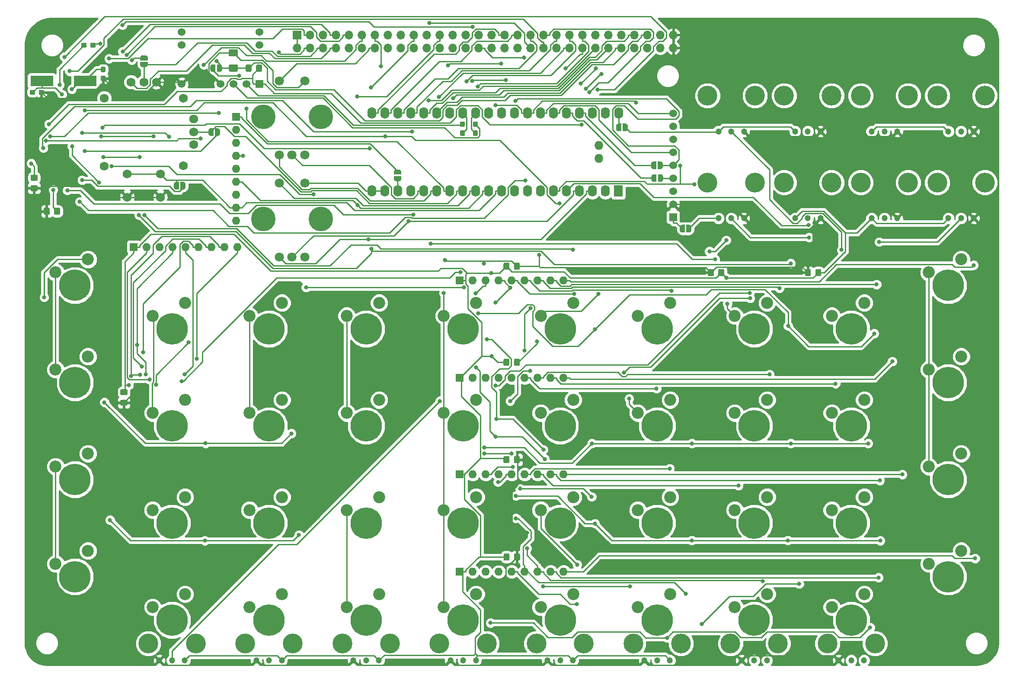
<source format=gtl>
G04 #@! TF.GenerationSoftware,KiCad,Pcbnew,(5.0.0)*
G04 #@! TF.CreationDate,2018-11-03T08:25:57+09:00*
G04 #@! TF.ProjectId,techinup_if,74656368696E75705F69662E6B696361,rev?*
G04 #@! TF.SameCoordinates,Original*
G04 #@! TF.FileFunction,Copper,L1,Top,Signal*
G04 #@! TF.FilePolarity,Positive*
%FSLAX46Y46*%
G04 Gerber Fmt 4.6, Leading zero omitted, Abs format (unit mm)*
G04 Created by KiCad (PCBNEW (5.0.0)) date 11/03/18 08:25:57*
%MOMM*%
%LPD*%
G01*
G04 APERTURE LIST*
G04 #@! TA.AperFunction,ComponentPad*
%ADD10C,2.350000*%
G04 #@! TD*
G04 #@! TA.AperFunction,ComponentPad*
%ADD11C,6.150000*%
G04 #@! TD*
G04 #@! TA.AperFunction,Conductor*
%ADD12C,0.100000*%
G04 #@! TD*
G04 #@! TA.AperFunction,SMDPad,CuDef*
%ADD13C,1.150000*%
G04 #@! TD*
G04 #@! TA.AperFunction,SMDPad,CuDef*
%ADD14C,1.425000*%
G04 #@! TD*
G04 #@! TA.AperFunction,SMDPad,CuDef*
%ADD15C,0.950000*%
G04 #@! TD*
G04 #@! TA.AperFunction,ComponentPad*
%ADD16C,1.524000*%
G04 #@! TD*
G04 #@! TA.AperFunction,ComponentPad*
%ADD17R,1.524000X1.524000*%
G04 #@! TD*
G04 #@! TA.AperFunction,ComponentPad*
%ADD18O,1.700000X1.700000*%
G04 #@! TD*
G04 #@! TA.AperFunction,ComponentPad*
%ADD19R,1.700000X1.700000*%
G04 #@! TD*
G04 #@! TA.AperFunction,SMDPad,CuDef*
%ADD20C,0.500000*%
G04 #@! TD*
G04 #@! TA.AperFunction,ComponentPad*
%ADD21O,1.600000X1.600000*%
G04 #@! TD*
G04 #@! TA.AperFunction,ComponentPad*
%ADD22R,1.600000X1.600000*%
G04 #@! TD*
G04 #@! TA.AperFunction,WasherPad*
%ADD23C,3.871000*%
G04 #@! TD*
G04 #@! TA.AperFunction,ComponentPad*
%ADD24C,1.200000*%
G04 #@! TD*
G04 #@! TA.AperFunction,ComponentPad*
%ADD25C,4.800000*%
G04 #@! TD*
G04 #@! TA.AperFunction,ComponentPad*
%ADD26C,1.800000*%
G04 #@! TD*
G04 #@! TA.AperFunction,WasherPad*
%ADD27C,1.750000*%
G04 #@! TD*
G04 #@! TA.AperFunction,ComponentPad*
%ADD28C,1.750000*%
G04 #@! TD*
G04 #@! TA.AperFunction,ComponentPad*
%ADD29R,1.727200X2.250000*%
G04 #@! TD*
G04 #@! TA.AperFunction,ComponentPad*
%ADD30O,1.727200X2.250000*%
G04 #@! TD*
G04 #@! TA.AperFunction,ComponentPad*
%ADD31O,1.727200X1.727200*%
G04 #@! TD*
G04 #@! TA.AperFunction,SMDPad,CuDef*
%ADD32R,4.500000X2.000000*%
G04 #@! TD*
G04 #@! TA.AperFunction,ViaPad*
%ADD33C,0.800000*%
G04 #@! TD*
G04 #@! TA.AperFunction,Conductor*
%ADD34C,0.250000*%
G04 #@! TD*
G04 #@! TA.AperFunction,Conductor*
%ADD35C,0.254000*%
G04 #@! TD*
G04 APERTURE END LIST*
D10*
G04 #@! TO.P,SW1,1*
G04 #@! TO.N,Net-(JP1-Pad2)*
X36690000Y-102460000D03*
G04 #@! TO.P,SW1,2*
G04 #@! TO.N,Net-(D1-Pad2)*
X43040000Y-99920000D03*
D11*
G04 #@! TO.P,SW1,5*
G04 #@! TO.N,N/C*
X40500000Y-105000000D03*
G04 #@! TD*
D12*
G04 #@! TO.N,74165_CE*
G04 #@! TO.C,C1*
G36*
X165349505Y-101801204D02*
X165373773Y-101804804D01*
X165397572Y-101810765D01*
X165420671Y-101819030D01*
X165442850Y-101829520D01*
X165463893Y-101842132D01*
X165483599Y-101856747D01*
X165501777Y-101873223D01*
X165518253Y-101891401D01*
X165532868Y-101911107D01*
X165545480Y-101932150D01*
X165555970Y-101954329D01*
X165564235Y-101977428D01*
X165570196Y-102001227D01*
X165573796Y-102025495D01*
X165575000Y-102049999D01*
X165575000Y-102950001D01*
X165573796Y-102974505D01*
X165570196Y-102998773D01*
X165564235Y-103022572D01*
X165555970Y-103045671D01*
X165545480Y-103067850D01*
X165532868Y-103088893D01*
X165518253Y-103108599D01*
X165501777Y-103126777D01*
X165483599Y-103143253D01*
X165463893Y-103157868D01*
X165442850Y-103170480D01*
X165420671Y-103180970D01*
X165397572Y-103189235D01*
X165373773Y-103195196D01*
X165349505Y-103198796D01*
X165325001Y-103200000D01*
X164674999Y-103200000D01*
X164650495Y-103198796D01*
X164626227Y-103195196D01*
X164602428Y-103189235D01*
X164579329Y-103180970D01*
X164557150Y-103170480D01*
X164536107Y-103157868D01*
X164516401Y-103143253D01*
X164498223Y-103126777D01*
X164481747Y-103108599D01*
X164467132Y-103088893D01*
X164454520Y-103067850D01*
X164444030Y-103045671D01*
X164435765Y-103022572D01*
X164429804Y-102998773D01*
X164426204Y-102974505D01*
X164425000Y-102950001D01*
X164425000Y-102049999D01*
X164426204Y-102025495D01*
X164429804Y-102001227D01*
X164435765Y-101977428D01*
X164444030Y-101954329D01*
X164454520Y-101932150D01*
X164467132Y-101911107D01*
X164481747Y-101891401D01*
X164498223Y-101873223D01*
X164516401Y-101856747D01*
X164536107Y-101842132D01*
X164557150Y-101829520D01*
X164579329Y-101819030D01*
X164602428Y-101810765D01*
X164626227Y-101804804D01*
X164650495Y-101801204D01*
X164674999Y-101800000D01*
X165325001Y-101800000D01*
X165349505Y-101801204D01*
X165349505Y-101801204D01*
G37*
D13*
G04 #@! TD*
G04 #@! TO.P,C1,2*
G04 #@! TO.N,74165_CE*
X165000000Y-102500000D03*
D12*
G04 #@! TO.N,PWR*
G04 #@! TO.C,C1*
G36*
X167399505Y-101801204D02*
X167423773Y-101804804D01*
X167447572Y-101810765D01*
X167470671Y-101819030D01*
X167492850Y-101829520D01*
X167513893Y-101842132D01*
X167533599Y-101856747D01*
X167551777Y-101873223D01*
X167568253Y-101891401D01*
X167582868Y-101911107D01*
X167595480Y-101932150D01*
X167605970Y-101954329D01*
X167614235Y-101977428D01*
X167620196Y-102001227D01*
X167623796Y-102025495D01*
X167625000Y-102049999D01*
X167625000Y-102950001D01*
X167623796Y-102974505D01*
X167620196Y-102998773D01*
X167614235Y-103022572D01*
X167605970Y-103045671D01*
X167595480Y-103067850D01*
X167582868Y-103088893D01*
X167568253Y-103108599D01*
X167551777Y-103126777D01*
X167533599Y-103143253D01*
X167513893Y-103157868D01*
X167492850Y-103170480D01*
X167470671Y-103180970D01*
X167447572Y-103189235D01*
X167423773Y-103195196D01*
X167399505Y-103198796D01*
X167375001Y-103200000D01*
X166724999Y-103200000D01*
X166700495Y-103198796D01*
X166676227Y-103195196D01*
X166652428Y-103189235D01*
X166629329Y-103180970D01*
X166607150Y-103170480D01*
X166586107Y-103157868D01*
X166566401Y-103143253D01*
X166548223Y-103126777D01*
X166531747Y-103108599D01*
X166517132Y-103088893D01*
X166504520Y-103067850D01*
X166494030Y-103045671D01*
X166485765Y-103022572D01*
X166479804Y-102998773D01*
X166476204Y-102974505D01*
X166475000Y-102950001D01*
X166475000Y-102049999D01*
X166476204Y-102025495D01*
X166479804Y-102001227D01*
X166485765Y-101977428D01*
X166494030Y-101954329D01*
X166504520Y-101932150D01*
X166517132Y-101911107D01*
X166531747Y-101891401D01*
X166548223Y-101873223D01*
X166566401Y-101856747D01*
X166586107Y-101842132D01*
X166607150Y-101829520D01*
X166629329Y-101819030D01*
X166652428Y-101810765D01*
X166676227Y-101804804D01*
X166700495Y-101801204D01*
X166724999Y-101800000D01*
X167375001Y-101800000D01*
X167399505Y-101801204D01*
X167399505Y-101801204D01*
G37*
D13*
G04 #@! TD*
G04 #@! TO.P,C1,1*
G04 #@! TO.N,PWR*
X167050000Y-102500000D03*
D12*
G04 #@! TO.N,74165_CE*
G04 #@! TO.C,C2*
G36*
X184349505Y-101801204D02*
X184373773Y-101804804D01*
X184397572Y-101810765D01*
X184420671Y-101819030D01*
X184442850Y-101829520D01*
X184463893Y-101842132D01*
X184483599Y-101856747D01*
X184501777Y-101873223D01*
X184518253Y-101891401D01*
X184532868Y-101911107D01*
X184545480Y-101932150D01*
X184555970Y-101954329D01*
X184564235Y-101977428D01*
X184570196Y-102001227D01*
X184573796Y-102025495D01*
X184575000Y-102049999D01*
X184575000Y-102950001D01*
X184573796Y-102974505D01*
X184570196Y-102998773D01*
X184564235Y-103022572D01*
X184555970Y-103045671D01*
X184545480Y-103067850D01*
X184532868Y-103088893D01*
X184518253Y-103108599D01*
X184501777Y-103126777D01*
X184483599Y-103143253D01*
X184463893Y-103157868D01*
X184442850Y-103170480D01*
X184420671Y-103180970D01*
X184397572Y-103189235D01*
X184373773Y-103195196D01*
X184349505Y-103198796D01*
X184325001Y-103200000D01*
X183674999Y-103200000D01*
X183650495Y-103198796D01*
X183626227Y-103195196D01*
X183602428Y-103189235D01*
X183579329Y-103180970D01*
X183557150Y-103170480D01*
X183536107Y-103157868D01*
X183516401Y-103143253D01*
X183498223Y-103126777D01*
X183481747Y-103108599D01*
X183467132Y-103088893D01*
X183454520Y-103067850D01*
X183444030Y-103045671D01*
X183435765Y-103022572D01*
X183429804Y-102998773D01*
X183426204Y-102974505D01*
X183425000Y-102950001D01*
X183425000Y-102049999D01*
X183426204Y-102025495D01*
X183429804Y-102001227D01*
X183435765Y-101977428D01*
X183444030Y-101954329D01*
X183454520Y-101932150D01*
X183467132Y-101911107D01*
X183481747Y-101891401D01*
X183498223Y-101873223D01*
X183516401Y-101856747D01*
X183536107Y-101842132D01*
X183557150Y-101829520D01*
X183579329Y-101819030D01*
X183602428Y-101810765D01*
X183626227Y-101804804D01*
X183650495Y-101801204D01*
X183674999Y-101800000D01*
X184325001Y-101800000D01*
X184349505Y-101801204D01*
X184349505Y-101801204D01*
G37*
D13*
G04 #@! TD*
G04 #@! TO.P,C2,2*
G04 #@! TO.N,74165_CE*
X184000000Y-102500000D03*
D12*
G04 #@! TO.N,PWR*
G04 #@! TO.C,C2*
G36*
X186399505Y-101801204D02*
X186423773Y-101804804D01*
X186447572Y-101810765D01*
X186470671Y-101819030D01*
X186492850Y-101829520D01*
X186513893Y-101842132D01*
X186533599Y-101856747D01*
X186551777Y-101873223D01*
X186568253Y-101891401D01*
X186582868Y-101911107D01*
X186595480Y-101932150D01*
X186605970Y-101954329D01*
X186614235Y-101977428D01*
X186620196Y-102001227D01*
X186623796Y-102025495D01*
X186625000Y-102049999D01*
X186625000Y-102950001D01*
X186623796Y-102974505D01*
X186620196Y-102998773D01*
X186614235Y-103022572D01*
X186605970Y-103045671D01*
X186595480Y-103067850D01*
X186582868Y-103088893D01*
X186568253Y-103108599D01*
X186551777Y-103126777D01*
X186533599Y-103143253D01*
X186513893Y-103157868D01*
X186492850Y-103170480D01*
X186470671Y-103180970D01*
X186447572Y-103189235D01*
X186423773Y-103195196D01*
X186399505Y-103198796D01*
X186375001Y-103200000D01*
X185724999Y-103200000D01*
X185700495Y-103198796D01*
X185676227Y-103195196D01*
X185652428Y-103189235D01*
X185629329Y-103180970D01*
X185607150Y-103170480D01*
X185586107Y-103157868D01*
X185566401Y-103143253D01*
X185548223Y-103126777D01*
X185531747Y-103108599D01*
X185517132Y-103088893D01*
X185504520Y-103067850D01*
X185494030Y-103045671D01*
X185485765Y-103022572D01*
X185479804Y-102998773D01*
X185476204Y-102974505D01*
X185475000Y-102950001D01*
X185475000Y-102049999D01*
X185476204Y-102025495D01*
X185479804Y-102001227D01*
X185485765Y-101977428D01*
X185494030Y-101954329D01*
X185504520Y-101932150D01*
X185517132Y-101911107D01*
X185531747Y-101891401D01*
X185548223Y-101873223D01*
X185566401Y-101856747D01*
X185586107Y-101842132D01*
X185607150Y-101829520D01*
X185629329Y-101819030D01*
X185652428Y-101810765D01*
X185676227Y-101804804D01*
X185700495Y-101801204D01*
X185724999Y-101800000D01*
X186375001Y-101800000D01*
X186399505Y-101801204D01*
X186399505Y-101801204D01*
G37*
D13*
G04 #@! TD*
G04 #@! TO.P,C2,1*
G04 #@! TO.N,PWR*
X186050000Y-102500000D03*
D12*
G04 #@! TO.N,PWR*
G04 #@! TO.C,C3*
G36*
X50540505Y-125324204D02*
X50564773Y-125327804D01*
X50588572Y-125333765D01*
X50611671Y-125342030D01*
X50633850Y-125352520D01*
X50654893Y-125365132D01*
X50674599Y-125379747D01*
X50692777Y-125396223D01*
X50709253Y-125414401D01*
X50723868Y-125434107D01*
X50736480Y-125455150D01*
X50746970Y-125477329D01*
X50755235Y-125500428D01*
X50761196Y-125524227D01*
X50764796Y-125548495D01*
X50766000Y-125572999D01*
X50766000Y-126223001D01*
X50764796Y-126247505D01*
X50761196Y-126271773D01*
X50755235Y-126295572D01*
X50746970Y-126318671D01*
X50736480Y-126340850D01*
X50723868Y-126361893D01*
X50709253Y-126381599D01*
X50692777Y-126399777D01*
X50674599Y-126416253D01*
X50654893Y-126430868D01*
X50633850Y-126443480D01*
X50611671Y-126453970D01*
X50588572Y-126462235D01*
X50564773Y-126468196D01*
X50540505Y-126471796D01*
X50516001Y-126473000D01*
X49615999Y-126473000D01*
X49591495Y-126471796D01*
X49567227Y-126468196D01*
X49543428Y-126462235D01*
X49520329Y-126453970D01*
X49498150Y-126443480D01*
X49477107Y-126430868D01*
X49457401Y-126416253D01*
X49439223Y-126399777D01*
X49422747Y-126381599D01*
X49408132Y-126361893D01*
X49395520Y-126340850D01*
X49385030Y-126318671D01*
X49376765Y-126295572D01*
X49370804Y-126271773D01*
X49367204Y-126247505D01*
X49366000Y-126223001D01*
X49366000Y-125572999D01*
X49367204Y-125548495D01*
X49370804Y-125524227D01*
X49376765Y-125500428D01*
X49385030Y-125477329D01*
X49395520Y-125455150D01*
X49408132Y-125434107D01*
X49422747Y-125414401D01*
X49439223Y-125396223D01*
X49457401Y-125379747D01*
X49477107Y-125365132D01*
X49498150Y-125352520D01*
X49520329Y-125342030D01*
X49543428Y-125333765D01*
X49567227Y-125327804D01*
X49591495Y-125324204D01*
X49615999Y-125323000D01*
X50516001Y-125323000D01*
X50540505Y-125324204D01*
X50540505Y-125324204D01*
G37*
D13*
G04 #@! TD*
G04 #@! TO.P,C3,2*
G04 #@! TO.N,PWR*
X50066000Y-125898000D03*
D12*
G04 #@! TO.N,74165_CE*
G04 #@! TO.C,C3*
G36*
X50540505Y-127374204D02*
X50564773Y-127377804D01*
X50588572Y-127383765D01*
X50611671Y-127392030D01*
X50633850Y-127402520D01*
X50654893Y-127415132D01*
X50674599Y-127429747D01*
X50692777Y-127446223D01*
X50709253Y-127464401D01*
X50723868Y-127484107D01*
X50736480Y-127505150D01*
X50746970Y-127527329D01*
X50755235Y-127550428D01*
X50761196Y-127574227D01*
X50764796Y-127598495D01*
X50766000Y-127622999D01*
X50766000Y-128273001D01*
X50764796Y-128297505D01*
X50761196Y-128321773D01*
X50755235Y-128345572D01*
X50746970Y-128368671D01*
X50736480Y-128390850D01*
X50723868Y-128411893D01*
X50709253Y-128431599D01*
X50692777Y-128449777D01*
X50674599Y-128466253D01*
X50654893Y-128480868D01*
X50633850Y-128493480D01*
X50611671Y-128503970D01*
X50588572Y-128512235D01*
X50564773Y-128518196D01*
X50540505Y-128521796D01*
X50516001Y-128523000D01*
X49615999Y-128523000D01*
X49591495Y-128521796D01*
X49567227Y-128518196D01*
X49543428Y-128512235D01*
X49520329Y-128503970D01*
X49498150Y-128493480D01*
X49477107Y-128480868D01*
X49457401Y-128466253D01*
X49439223Y-128449777D01*
X49422747Y-128431599D01*
X49408132Y-128411893D01*
X49395520Y-128390850D01*
X49385030Y-128368671D01*
X49376765Y-128345572D01*
X49370804Y-128321773D01*
X49367204Y-128297505D01*
X49366000Y-128273001D01*
X49366000Y-127622999D01*
X49367204Y-127598495D01*
X49370804Y-127574227D01*
X49376765Y-127550428D01*
X49385030Y-127527329D01*
X49395520Y-127505150D01*
X49408132Y-127484107D01*
X49422747Y-127464401D01*
X49439223Y-127446223D01*
X49457401Y-127429747D01*
X49477107Y-127415132D01*
X49498150Y-127402520D01*
X49520329Y-127392030D01*
X49543428Y-127383765D01*
X49567227Y-127377804D01*
X49591495Y-127374204D01*
X49615999Y-127373000D01*
X50516001Y-127373000D01*
X50540505Y-127374204D01*
X50540505Y-127374204D01*
G37*
D13*
G04 #@! TD*
G04 #@! TO.P,C3,1*
G04 #@! TO.N,74165_CE*
X50066000Y-127948000D03*
D12*
G04 #@! TO.N,PWR*
G04 #@! TO.C,C4*
G36*
X125327505Y-100561204D02*
X125351773Y-100564804D01*
X125375572Y-100570765D01*
X125398671Y-100579030D01*
X125420850Y-100589520D01*
X125441893Y-100602132D01*
X125461599Y-100616747D01*
X125479777Y-100633223D01*
X125496253Y-100651401D01*
X125510868Y-100671107D01*
X125523480Y-100692150D01*
X125533970Y-100714329D01*
X125542235Y-100737428D01*
X125548196Y-100761227D01*
X125551796Y-100785495D01*
X125553000Y-100809999D01*
X125553000Y-101710001D01*
X125551796Y-101734505D01*
X125548196Y-101758773D01*
X125542235Y-101782572D01*
X125533970Y-101805671D01*
X125523480Y-101827850D01*
X125510868Y-101848893D01*
X125496253Y-101868599D01*
X125479777Y-101886777D01*
X125461599Y-101903253D01*
X125441893Y-101917868D01*
X125420850Y-101930480D01*
X125398671Y-101940970D01*
X125375572Y-101949235D01*
X125351773Y-101955196D01*
X125327505Y-101958796D01*
X125303001Y-101960000D01*
X124652999Y-101960000D01*
X124628495Y-101958796D01*
X124604227Y-101955196D01*
X124580428Y-101949235D01*
X124557329Y-101940970D01*
X124535150Y-101930480D01*
X124514107Y-101917868D01*
X124494401Y-101903253D01*
X124476223Y-101886777D01*
X124459747Y-101868599D01*
X124445132Y-101848893D01*
X124432520Y-101827850D01*
X124422030Y-101805671D01*
X124413765Y-101782572D01*
X124407804Y-101758773D01*
X124404204Y-101734505D01*
X124403000Y-101710001D01*
X124403000Y-100809999D01*
X124404204Y-100785495D01*
X124407804Y-100761227D01*
X124413765Y-100737428D01*
X124422030Y-100714329D01*
X124432520Y-100692150D01*
X124445132Y-100671107D01*
X124459747Y-100651401D01*
X124476223Y-100633223D01*
X124494401Y-100616747D01*
X124514107Y-100602132D01*
X124535150Y-100589520D01*
X124557329Y-100579030D01*
X124580428Y-100570765D01*
X124604227Y-100564804D01*
X124628495Y-100561204D01*
X124652999Y-100560000D01*
X125303001Y-100560000D01*
X125327505Y-100561204D01*
X125327505Y-100561204D01*
G37*
D13*
G04 #@! TD*
G04 #@! TO.P,C4,2*
G04 #@! TO.N,PWR*
X124978000Y-101260000D03*
D12*
G04 #@! TO.N,74165_CE*
G04 #@! TO.C,C4*
G36*
X127377505Y-100561204D02*
X127401773Y-100564804D01*
X127425572Y-100570765D01*
X127448671Y-100579030D01*
X127470850Y-100589520D01*
X127491893Y-100602132D01*
X127511599Y-100616747D01*
X127529777Y-100633223D01*
X127546253Y-100651401D01*
X127560868Y-100671107D01*
X127573480Y-100692150D01*
X127583970Y-100714329D01*
X127592235Y-100737428D01*
X127598196Y-100761227D01*
X127601796Y-100785495D01*
X127603000Y-100809999D01*
X127603000Y-101710001D01*
X127601796Y-101734505D01*
X127598196Y-101758773D01*
X127592235Y-101782572D01*
X127583970Y-101805671D01*
X127573480Y-101827850D01*
X127560868Y-101848893D01*
X127546253Y-101868599D01*
X127529777Y-101886777D01*
X127511599Y-101903253D01*
X127491893Y-101917868D01*
X127470850Y-101930480D01*
X127448671Y-101940970D01*
X127425572Y-101949235D01*
X127401773Y-101955196D01*
X127377505Y-101958796D01*
X127353001Y-101960000D01*
X126702999Y-101960000D01*
X126678495Y-101958796D01*
X126654227Y-101955196D01*
X126630428Y-101949235D01*
X126607329Y-101940970D01*
X126585150Y-101930480D01*
X126564107Y-101917868D01*
X126544401Y-101903253D01*
X126526223Y-101886777D01*
X126509747Y-101868599D01*
X126495132Y-101848893D01*
X126482520Y-101827850D01*
X126472030Y-101805671D01*
X126463765Y-101782572D01*
X126457804Y-101758773D01*
X126454204Y-101734505D01*
X126453000Y-101710001D01*
X126453000Y-100809999D01*
X126454204Y-100785495D01*
X126457804Y-100761227D01*
X126463765Y-100737428D01*
X126472030Y-100714329D01*
X126482520Y-100692150D01*
X126495132Y-100671107D01*
X126509747Y-100651401D01*
X126526223Y-100633223D01*
X126544401Y-100616747D01*
X126564107Y-100602132D01*
X126585150Y-100589520D01*
X126607329Y-100579030D01*
X126630428Y-100570765D01*
X126654227Y-100564804D01*
X126678495Y-100561204D01*
X126702999Y-100560000D01*
X127353001Y-100560000D01*
X127377505Y-100561204D01*
X127377505Y-100561204D01*
G37*
D13*
G04 #@! TD*
G04 #@! TO.P,C4,1*
G04 #@! TO.N,74165_CE*
X127028000Y-101260000D03*
D12*
G04 #@! TO.N,PWR*
G04 #@! TO.C,C5*
G36*
X125327505Y-119357204D02*
X125351773Y-119360804D01*
X125375572Y-119366765D01*
X125398671Y-119375030D01*
X125420850Y-119385520D01*
X125441893Y-119398132D01*
X125461599Y-119412747D01*
X125479777Y-119429223D01*
X125496253Y-119447401D01*
X125510868Y-119467107D01*
X125523480Y-119488150D01*
X125533970Y-119510329D01*
X125542235Y-119533428D01*
X125548196Y-119557227D01*
X125551796Y-119581495D01*
X125553000Y-119605999D01*
X125553000Y-120506001D01*
X125551796Y-120530505D01*
X125548196Y-120554773D01*
X125542235Y-120578572D01*
X125533970Y-120601671D01*
X125523480Y-120623850D01*
X125510868Y-120644893D01*
X125496253Y-120664599D01*
X125479777Y-120682777D01*
X125461599Y-120699253D01*
X125441893Y-120713868D01*
X125420850Y-120726480D01*
X125398671Y-120736970D01*
X125375572Y-120745235D01*
X125351773Y-120751196D01*
X125327505Y-120754796D01*
X125303001Y-120756000D01*
X124652999Y-120756000D01*
X124628495Y-120754796D01*
X124604227Y-120751196D01*
X124580428Y-120745235D01*
X124557329Y-120736970D01*
X124535150Y-120726480D01*
X124514107Y-120713868D01*
X124494401Y-120699253D01*
X124476223Y-120682777D01*
X124459747Y-120664599D01*
X124445132Y-120644893D01*
X124432520Y-120623850D01*
X124422030Y-120601671D01*
X124413765Y-120578572D01*
X124407804Y-120554773D01*
X124404204Y-120530505D01*
X124403000Y-120506001D01*
X124403000Y-119605999D01*
X124404204Y-119581495D01*
X124407804Y-119557227D01*
X124413765Y-119533428D01*
X124422030Y-119510329D01*
X124432520Y-119488150D01*
X124445132Y-119467107D01*
X124459747Y-119447401D01*
X124476223Y-119429223D01*
X124494401Y-119412747D01*
X124514107Y-119398132D01*
X124535150Y-119385520D01*
X124557329Y-119375030D01*
X124580428Y-119366765D01*
X124604227Y-119360804D01*
X124628495Y-119357204D01*
X124652999Y-119356000D01*
X125303001Y-119356000D01*
X125327505Y-119357204D01*
X125327505Y-119357204D01*
G37*
D13*
G04 #@! TD*
G04 #@! TO.P,C5,2*
G04 #@! TO.N,PWR*
X124978000Y-120056000D03*
D12*
G04 #@! TO.N,74165_CE*
G04 #@! TO.C,C5*
G36*
X127377505Y-119357204D02*
X127401773Y-119360804D01*
X127425572Y-119366765D01*
X127448671Y-119375030D01*
X127470850Y-119385520D01*
X127491893Y-119398132D01*
X127511599Y-119412747D01*
X127529777Y-119429223D01*
X127546253Y-119447401D01*
X127560868Y-119467107D01*
X127573480Y-119488150D01*
X127583970Y-119510329D01*
X127592235Y-119533428D01*
X127598196Y-119557227D01*
X127601796Y-119581495D01*
X127603000Y-119605999D01*
X127603000Y-120506001D01*
X127601796Y-120530505D01*
X127598196Y-120554773D01*
X127592235Y-120578572D01*
X127583970Y-120601671D01*
X127573480Y-120623850D01*
X127560868Y-120644893D01*
X127546253Y-120664599D01*
X127529777Y-120682777D01*
X127511599Y-120699253D01*
X127491893Y-120713868D01*
X127470850Y-120726480D01*
X127448671Y-120736970D01*
X127425572Y-120745235D01*
X127401773Y-120751196D01*
X127377505Y-120754796D01*
X127353001Y-120756000D01*
X126702999Y-120756000D01*
X126678495Y-120754796D01*
X126654227Y-120751196D01*
X126630428Y-120745235D01*
X126607329Y-120736970D01*
X126585150Y-120726480D01*
X126564107Y-120713868D01*
X126544401Y-120699253D01*
X126526223Y-120682777D01*
X126509747Y-120664599D01*
X126495132Y-120644893D01*
X126482520Y-120623850D01*
X126472030Y-120601671D01*
X126463765Y-120578572D01*
X126457804Y-120554773D01*
X126454204Y-120530505D01*
X126453000Y-120506001D01*
X126453000Y-119605999D01*
X126454204Y-119581495D01*
X126457804Y-119557227D01*
X126463765Y-119533428D01*
X126472030Y-119510329D01*
X126482520Y-119488150D01*
X126495132Y-119467107D01*
X126509747Y-119447401D01*
X126526223Y-119429223D01*
X126544401Y-119412747D01*
X126564107Y-119398132D01*
X126585150Y-119385520D01*
X126607329Y-119375030D01*
X126630428Y-119366765D01*
X126654227Y-119360804D01*
X126678495Y-119357204D01*
X126702999Y-119356000D01*
X127353001Y-119356000D01*
X127377505Y-119357204D01*
X127377505Y-119357204D01*
G37*
D13*
G04 #@! TD*
G04 #@! TO.P,C5,1*
G04 #@! TO.N,74165_CE*
X127028000Y-120056000D03*
D12*
G04 #@! TO.N,PWR*
G04 #@! TO.C,C6*
G36*
X125327505Y-138407204D02*
X125351773Y-138410804D01*
X125375572Y-138416765D01*
X125398671Y-138425030D01*
X125420850Y-138435520D01*
X125441893Y-138448132D01*
X125461599Y-138462747D01*
X125479777Y-138479223D01*
X125496253Y-138497401D01*
X125510868Y-138517107D01*
X125523480Y-138538150D01*
X125533970Y-138560329D01*
X125542235Y-138583428D01*
X125548196Y-138607227D01*
X125551796Y-138631495D01*
X125553000Y-138655999D01*
X125553000Y-139556001D01*
X125551796Y-139580505D01*
X125548196Y-139604773D01*
X125542235Y-139628572D01*
X125533970Y-139651671D01*
X125523480Y-139673850D01*
X125510868Y-139694893D01*
X125496253Y-139714599D01*
X125479777Y-139732777D01*
X125461599Y-139749253D01*
X125441893Y-139763868D01*
X125420850Y-139776480D01*
X125398671Y-139786970D01*
X125375572Y-139795235D01*
X125351773Y-139801196D01*
X125327505Y-139804796D01*
X125303001Y-139806000D01*
X124652999Y-139806000D01*
X124628495Y-139804796D01*
X124604227Y-139801196D01*
X124580428Y-139795235D01*
X124557329Y-139786970D01*
X124535150Y-139776480D01*
X124514107Y-139763868D01*
X124494401Y-139749253D01*
X124476223Y-139732777D01*
X124459747Y-139714599D01*
X124445132Y-139694893D01*
X124432520Y-139673850D01*
X124422030Y-139651671D01*
X124413765Y-139628572D01*
X124407804Y-139604773D01*
X124404204Y-139580505D01*
X124403000Y-139556001D01*
X124403000Y-138655999D01*
X124404204Y-138631495D01*
X124407804Y-138607227D01*
X124413765Y-138583428D01*
X124422030Y-138560329D01*
X124432520Y-138538150D01*
X124445132Y-138517107D01*
X124459747Y-138497401D01*
X124476223Y-138479223D01*
X124494401Y-138462747D01*
X124514107Y-138448132D01*
X124535150Y-138435520D01*
X124557329Y-138425030D01*
X124580428Y-138416765D01*
X124604227Y-138410804D01*
X124628495Y-138407204D01*
X124652999Y-138406000D01*
X125303001Y-138406000D01*
X125327505Y-138407204D01*
X125327505Y-138407204D01*
G37*
D13*
G04 #@! TD*
G04 #@! TO.P,C6,2*
G04 #@! TO.N,PWR*
X124978000Y-139106000D03*
D12*
G04 #@! TO.N,74165_CE*
G04 #@! TO.C,C6*
G36*
X127377505Y-138407204D02*
X127401773Y-138410804D01*
X127425572Y-138416765D01*
X127448671Y-138425030D01*
X127470850Y-138435520D01*
X127491893Y-138448132D01*
X127511599Y-138462747D01*
X127529777Y-138479223D01*
X127546253Y-138497401D01*
X127560868Y-138517107D01*
X127573480Y-138538150D01*
X127583970Y-138560329D01*
X127592235Y-138583428D01*
X127598196Y-138607227D01*
X127601796Y-138631495D01*
X127603000Y-138655999D01*
X127603000Y-139556001D01*
X127601796Y-139580505D01*
X127598196Y-139604773D01*
X127592235Y-139628572D01*
X127583970Y-139651671D01*
X127573480Y-139673850D01*
X127560868Y-139694893D01*
X127546253Y-139714599D01*
X127529777Y-139732777D01*
X127511599Y-139749253D01*
X127491893Y-139763868D01*
X127470850Y-139776480D01*
X127448671Y-139786970D01*
X127425572Y-139795235D01*
X127401773Y-139801196D01*
X127377505Y-139804796D01*
X127353001Y-139806000D01*
X126702999Y-139806000D01*
X126678495Y-139804796D01*
X126654227Y-139801196D01*
X126630428Y-139795235D01*
X126607329Y-139786970D01*
X126585150Y-139776480D01*
X126564107Y-139763868D01*
X126544401Y-139749253D01*
X126526223Y-139732777D01*
X126509747Y-139714599D01*
X126495132Y-139694893D01*
X126482520Y-139673850D01*
X126472030Y-139651671D01*
X126463765Y-139628572D01*
X126457804Y-139604773D01*
X126454204Y-139580505D01*
X126453000Y-139556001D01*
X126453000Y-138655999D01*
X126454204Y-138631495D01*
X126457804Y-138607227D01*
X126463765Y-138583428D01*
X126472030Y-138560329D01*
X126482520Y-138538150D01*
X126495132Y-138517107D01*
X126509747Y-138497401D01*
X126526223Y-138479223D01*
X126544401Y-138462747D01*
X126564107Y-138448132D01*
X126585150Y-138435520D01*
X126607329Y-138425030D01*
X126630428Y-138416765D01*
X126654227Y-138410804D01*
X126678495Y-138407204D01*
X126702999Y-138406000D01*
X127353001Y-138406000D01*
X127377505Y-138407204D01*
X127377505Y-138407204D01*
G37*
D13*
G04 #@! TD*
G04 #@! TO.P,C6,1*
G04 #@! TO.N,74165_CE*
X127028000Y-139106000D03*
D12*
G04 #@! TO.N,PWR*
G04 #@! TO.C,C7*
G36*
X125349505Y-157457204D02*
X125373773Y-157460804D01*
X125397572Y-157466765D01*
X125420671Y-157475030D01*
X125442850Y-157485520D01*
X125463893Y-157498132D01*
X125483599Y-157512747D01*
X125501777Y-157529223D01*
X125518253Y-157547401D01*
X125532868Y-157567107D01*
X125545480Y-157588150D01*
X125555970Y-157610329D01*
X125564235Y-157633428D01*
X125570196Y-157657227D01*
X125573796Y-157681495D01*
X125575000Y-157705999D01*
X125575000Y-158606001D01*
X125573796Y-158630505D01*
X125570196Y-158654773D01*
X125564235Y-158678572D01*
X125555970Y-158701671D01*
X125545480Y-158723850D01*
X125532868Y-158744893D01*
X125518253Y-158764599D01*
X125501777Y-158782777D01*
X125483599Y-158799253D01*
X125463893Y-158813868D01*
X125442850Y-158826480D01*
X125420671Y-158836970D01*
X125397572Y-158845235D01*
X125373773Y-158851196D01*
X125349505Y-158854796D01*
X125325001Y-158856000D01*
X124674999Y-158856000D01*
X124650495Y-158854796D01*
X124626227Y-158851196D01*
X124602428Y-158845235D01*
X124579329Y-158836970D01*
X124557150Y-158826480D01*
X124536107Y-158813868D01*
X124516401Y-158799253D01*
X124498223Y-158782777D01*
X124481747Y-158764599D01*
X124467132Y-158744893D01*
X124454520Y-158723850D01*
X124444030Y-158701671D01*
X124435765Y-158678572D01*
X124429804Y-158654773D01*
X124426204Y-158630505D01*
X124425000Y-158606001D01*
X124425000Y-157705999D01*
X124426204Y-157681495D01*
X124429804Y-157657227D01*
X124435765Y-157633428D01*
X124444030Y-157610329D01*
X124454520Y-157588150D01*
X124467132Y-157567107D01*
X124481747Y-157547401D01*
X124498223Y-157529223D01*
X124516401Y-157512747D01*
X124536107Y-157498132D01*
X124557150Y-157485520D01*
X124579329Y-157475030D01*
X124602428Y-157466765D01*
X124626227Y-157460804D01*
X124650495Y-157457204D01*
X124674999Y-157456000D01*
X125325001Y-157456000D01*
X125349505Y-157457204D01*
X125349505Y-157457204D01*
G37*
D13*
G04 #@! TD*
G04 #@! TO.P,C7,2*
G04 #@! TO.N,PWR*
X125000000Y-158156000D03*
D12*
G04 #@! TO.N,74165_CE*
G04 #@! TO.C,C7*
G36*
X127399505Y-157457204D02*
X127423773Y-157460804D01*
X127447572Y-157466765D01*
X127470671Y-157475030D01*
X127492850Y-157485520D01*
X127513893Y-157498132D01*
X127533599Y-157512747D01*
X127551777Y-157529223D01*
X127568253Y-157547401D01*
X127582868Y-157567107D01*
X127595480Y-157588150D01*
X127605970Y-157610329D01*
X127614235Y-157633428D01*
X127620196Y-157657227D01*
X127623796Y-157681495D01*
X127625000Y-157705999D01*
X127625000Y-158606001D01*
X127623796Y-158630505D01*
X127620196Y-158654773D01*
X127614235Y-158678572D01*
X127605970Y-158701671D01*
X127595480Y-158723850D01*
X127582868Y-158744893D01*
X127568253Y-158764599D01*
X127551777Y-158782777D01*
X127533599Y-158799253D01*
X127513893Y-158813868D01*
X127492850Y-158826480D01*
X127470671Y-158836970D01*
X127447572Y-158845235D01*
X127423773Y-158851196D01*
X127399505Y-158854796D01*
X127375001Y-158856000D01*
X126724999Y-158856000D01*
X126700495Y-158854796D01*
X126676227Y-158851196D01*
X126652428Y-158845235D01*
X126629329Y-158836970D01*
X126607150Y-158826480D01*
X126586107Y-158813868D01*
X126566401Y-158799253D01*
X126548223Y-158782777D01*
X126531747Y-158764599D01*
X126517132Y-158744893D01*
X126504520Y-158723850D01*
X126494030Y-158701671D01*
X126485765Y-158678572D01*
X126479804Y-158654773D01*
X126476204Y-158630505D01*
X126475000Y-158606001D01*
X126475000Y-157705999D01*
X126476204Y-157681495D01*
X126479804Y-157657227D01*
X126485765Y-157633428D01*
X126494030Y-157610329D01*
X126504520Y-157588150D01*
X126517132Y-157567107D01*
X126531747Y-157547401D01*
X126548223Y-157529223D01*
X126566401Y-157512747D01*
X126586107Y-157498132D01*
X126607150Y-157485520D01*
X126629329Y-157475030D01*
X126652428Y-157466765D01*
X126676227Y-157460804D01*
X126700495Y-157457204D01*
X126724999Y-157456000D01*
X127375001Y-157456000D01*
X127399505Y-157457204D01*
X127399505Y-157457204D01*
G37*
D13*
G04 #@! TD*
G04 #@! TO.P,C7,1*
G04 #@! TO.N,74165_CE*
X127050000Y-158156000D03*
D12*
G04 #@! TO.N,74165_CE*
G04 #@! TO.C,C12*
G36*
X72149504Y-58788704D02*
X72173773Y-58792304D01*
X72197571Y-58798265D01*
X72220671Y-58806530D01*
X72242849Y-58817020D01*
X72263893Y-58829633D01*
X72283598Y-58844247D01*
X72301777Y-58860723D01*
X72318253Y-58878902D01*
X72332867Y-58898607D01*
X72345480Y-58919651D01*
X72355970Y-58941829D01*
X72364235Y-58964929D01*
X72370196Y-58988727D01*
X72373796Y-59012996D01*
X72375000Y-59037500D01*
X72375000Y-59962500D01*
X72373796Y-59987004D01*
X72370196Y-60011273D01*
X72364235Y-60035071D01*
X72355970Y-60058171D01*
X72345480Y-60080349D01*
X72332867Y-60101393D01*
X72318253Y-60121098D01*
X72301777Y-60139277D01*
X72283598Y-60155753D01*
X72263893Y-60170367D01*
X72242849Y-60182980D01*
X72220671Y-60193470D01*
X72197571Y-60201735D01*
X72173773Y-60207696D01*
X72149504Y-60211296D01*
X72125000Y-60212500D01*
X70875000Y-60212500D01*
X70850496Y-60211296D01*
X70826227Y-60207696D01*
X70802429Y-60201735D01*
X70779329Y-60193470D01*
X70757151Y-60182980D01*
X70736107Y-60170367D01*
X70716402Y-60155753D01*
X70698223Y-60139277D01*
X70681747Y-60121098D01*
X70667133Y-60101393D01*
X70654520Y-60080349D01*
X70644030Y-60058171D01*
X70635765Y-60035071D01*
X70629804Y-60011273D01*
X70626204Y-59987004D01*
X70625000Y-59962500D01*
X70625000Y-59037500D01*
X70626204Y-59012996D01*
X70629804Y-58988727D01*
X70635765Y-58964929D01*
X70644030Y-58941829D01*
X70654520Y-58919651D01*
X70667133Y-58898607D01*
X70681747Y-58878902D01*
X70698223Y-58860723D01*
X70716402Y-58844247D01*
X70736107Y-58829633D01*
X70757151Y-58817020D01*
X70779329Y-58806530D01*
X70802429Y-58798265D01*
X70826227Y-58792304D01*
X70850496Y-58788704D01*
X70875000Y-58787500D01*
X72125000Y-58787500D01*
X72149504Y-58788704D01*
X72149504Y-58788704D01*
G37*
D14*
G04 #@! TD*
G04 #@! TO.P,C12,2*
G04 #@! TO.N,74165_CE*
X71500000Y-59500000D03*
D12*
G04 #@! TO.N,VCC*
G04 #@! TO.C,C12*
G36*
X72149504Y-61763704D02*
X72173773Y-61767304D01*
X72197571Y-61773265D01*
X72220671Y-61781530D01*
X72242849Y-61792020D01*
X72263893Y-61804633D01*
X72283598Y-61819247D01*
X72301777Y-61835723D01*
X72318253Y-61853902D01*
X72332867Y-61873607D01*
X72345480Y-61894651D01*
X72355970Y-61916829D01*
X72364235Y-61939929D01*
X72370196Y-61963727D01*
X72373796Y-61987996D01*
X72375000Y-62012500D01*
X72375000Y-62937500D01*
X72373796Y-62962004D01*
X72370196Y-62986273D01*
X72364235Y-63010071D01*
X72355970Y-63033171D01*
X72345480Y-63055349D01*
X72332867Y-63076393D01*
X72318253Y-63096098D01*
X72301777Y-63114277D01*
X72283598Y-63130753D01*
X72263893Y-63145367D01*
X72242849Y-63157980D01*
X72220671Y-63168470D01*
X72197571Y-63176735D01*
X72173773Y-63182696D01*
X72149504Y-63186296D01*
X72125000Y-63187500D01*
X70875000Y-63187500D01*
X70850496Y-63186296D01*
X70826227Y-63182696D01*
X70802429Y-63176735D01*
X70779329Y-63168470D01*
X70757151Y-63157980D01*
X70736107Y-63145367D01*
X70716402Y-63130753D01*
X70698223Y-63114277D01*
X70681747Y-63096098D01*
X70667133Y-63076393D01*
X70654520Y-63055349D01*
X70644030Y-63033171D01*
X70635765Y-63010071D01*
X70629804Y-62986273D01*
X70626204Y-62962004D01*
X70625000Y-62937500D01*
X70625000Y-62012500D01*
X70626204Y-61987996D01*
X70629804Y-61963727D01*
X70635765Y-61939929D01*
X70644030Y-61916829D01*
X70654520Y-61894651D01*
X70667133Y-61873607D01*
X70681747Y-61853902D01*
X70698223Y-61835723D01*
X70716402Y-61819247D01*
X70736107Y-61804633D01*
X70757151Y-61792020D01*
X70779329Y-61781530D01*
X70802429Y-61773265D01*
X70826227Y-61767304D01*
X70850496Y-61763704D01*
X70875000Y-61762500D01*
X72125000Y-61762500D01*
X72149504Y-61763704D01*
X72149504Y-61763704D01*
G37*
D14*
G04 #@! TD*
G04 #@! TO.P,C12,1*
G04 #@! TO.N,VCC*
X71500000Y-62475000D03*
D12*
G04 #@! TO.N,74165_CE*
G04 #@! TO.C,C13*
G36*
X35299505Y-89801204D02*
X35323773Y-89804804D01*
X35347572Y-89810765D01*
X35370671Y-89819030D01*
X35392850Y-89829520D01*
X35413893Y-89842132D01*
X35433599Y-89856747D01*
X35451777Y-89873223D01*
X35468253Y-89891401D01*
X35482868Y-89911107D01*
X35495480Y-89932150D01*
X35505970Y-89954329D01*
X35514235Y-89977428D01*
X35520196Y-90001227D01*
X35523796Y-90025495D01*
X35525000Y-90049999D01*
X35525000Y-90950001D01*
X35523796Y-90974505D01*
X35520196Y-90998773D01*
X35514235Y-91022572D01*
X35505970Y-91045671D01*
X35495480Y-91067850D01*
X35482868Y-91088893D01*
X35468253Y-91108599D01*
X35451777Y-91126777D01*
X35433599Y-91143253D01*
X35413893Y-91157868D01*
X35392850Y-91170480D01*
X35370671Y-91180970D01*
X35347572Y-91189235D01*
X35323773Y-91195196D01*
X35299505Y-91198796D01*
X35275001Y-91200000D01*
X34624999Y-91200000D01*
X34600495Y-91198796D01*
X34576227Y-91195196D01*
X34552428Y-91189235D01*
X34529329Y-91180970D01*
X34507150Y-91170480D01*
X34486107Y-91157868D01*
X34466401Y-91143253D01*
X34448223Y-91126777D01*
X34431747Y-91108599D01*
X34417132Y-91088893D01*
X34404520Y-91067850D01*
X34394030Y-91045671D01*
X34385765Y-91022572D01*
X34379804Y-90998773D01*
X34376204Y-90974505D01*
X34375000Y-90950001D01*
X34375000Y-90049999D01*
X34376204Y-90025495D01*
X34379804Y-90001227D01*
X34385765Y-89977428D01*
X34394030Y-89954329D01*
X34404520Y-89932150D01*
X34417132Y-89911107D01*
X34431747Y-89891401D01*
X34448223Y-89873223D01*
X34466401Y-89856747D01*
X34486107Y-89842132D01*
X34507150Y-89829520D01*
X34529329Y-89819030D01*
X34552428Y-89810765D01*
X34576227Y-89804804D01*
X34600495Y-89801204D01*
X34624999Y-89800000D01*
X35275001Y-89800000D01*
X35299505Y-89801204D01*
X35299505Y-89801204D01*
G37*
D13*
G04 #@! TD*
G04 #@! TO.P,C13,2*
G04 #@! TO.N,74165_CE*
X34950000Y-90500000D03*
D12*
G04 #@! TO.N,Net-(C13-Pad1)*
G04 #@! TO.C,C13*
G36*
X37349505Y-89801204D02*
X37373773Y-89804804D01*
X37397572Y-89810765D01*
X37420671Y-89819030D01*
X37442850Y-89829520D01*
X37463893Y-89842132D01*
X37483599Y-89856747D01*
X37501777Y-89873223D01*
X37518253Y-89891401D01*
X37532868Y-89911107D01*
X37545480Y-89932150D01*
X37555970Y-89954329D01*
X37564235Y-89977428D01*
X37570196Y-90001227D01*
X37573796Y-90025495D01*
X37575000Y-90049999D01*
X37575000Y-90950001D01*
X37573796Y-90974505D01*
X37570196Y-90998773D01*
X37564235Y-91022572D01*
X37555970Y-91045671D01*
X37545480Y-91067850D01*
X37532868Y-91088893D01*
X37518253Y-91108599D01*
X37501777Y-91126777D01*
X37483599Y-91143253D01*
X37463893Y-91157868D01*
X37442850Y-91170480D01*
X37420671Y-91180970D01*
X37397572Y-91189235D01*
X37373773Y-91195196D01*
X37349505Y-91198796D01*
X37325001Y-91200000D01*
X36674999Y-91200000D01*
X36650495Y-91198796D01*
X36626227Y-91195196D01*
X36602428Y-91189235D01*
X36579329Y-91180970D01*
X36557150Y-91170480D01*
X36536107Y-91157868D01*
X36516401Y-91143253D01*
X36498223Y-91126777D01*
X36481747Y-91108599D01*
X36467132Y-91088893D01*
X36454520Y-91067850D01*
X36444030Y-91045671D01*
X36435765Y-91022572D01*
X36429804Y-90998773D01*
X36426204Y-90974505D01*
X36425000Y-90950001D01*
X36425000Y-90049999D01*
X36426204Y-90025495D01*
X36429804Y-90001227D01*
X36435765Y-89977428D01*
X36444030Y-89954329D01*
X36454520Y-89932150D01*
X36467132Y-89911107D01*
X36481747Y-89891401D01*
X36498223Y-89873223D01*
X36516401Y-89856747D01*
X36536107Y-89842132D01*
X36557150Y-89829520D01*
X36579329Y-89819030D01*
X36602428Y-89810765D01*
X36626227Y-89804804D01*
X36650495Y-89801204D01*
X36674999Y-89800000D01*
X37325001Y-89800000D01*
X37349505Y-89801204D01*
X37349505Y-89801204D01*
G37*
D13*
G04 #@! TD*
G04 #@! TO.P,C13,1*
G04 #@! TO.N,Net-(C13-Pad1)*
X37000000Y-90500000D03*
D12*
G04 #@! TO.N,74165_CE*
G04 #@! TO.C,C15*
G36*
X32974505Y-85426204D02*
X32998773Y-85429804D01*
X33022572Y-85435765D01*
X33045671Y-85444030D01*
X33067850Y-85454520D01*
X33088893Y-85467132D01*
X33108599Y-85481747D01*
X33126777Y-85498223D01*
X33143253Y-85516401D01*
X33157868Y-85536107D01*
X33170480Y-85557150D01*
X33180970Y-85579329D01*
X33189235Y-85602428D01*
X33195196Y-85626227D01*
X33198796Y-85650495D01*
X33200000Y-85674999D01*
X33200000Y-86325001D01*
X33198796Y-86349505D01*
X33195196Y-86373773D01*
X33189235Y-86397572D01*
X33180970Y-86420671D01*
X33170480Y-86442850D01*
X33157868Y-86463893D01*
X33143253Y-86483599D01*
X33126777Y-86501777D01*
X33108599Y-86518253D01*
X33088893Y-86532868D01*
X33067850Y-86545480D01*
X33045671Y-86555970D01*
X33022572Y-86564235D01*
X32998773Y-86570196D01*
X32974505Y-86573796D01*
X32950001Y-86575000D01*
X32049999Y-86575000D01*
X32025495Y-86573796D01*
X32001227Y-86570196D01*
X31977428Y-86564235D01*
X31954329Y-86555970D01*
X31932150Y-86545480D01*
X31911107Y-86532868D01*
X31891401Y-86518253D01*
X31873223Y-86501777D01*
X31856747Y-86483599D01*
X31842132Y-86463893D01*
X31829520Y-86442850D01*
X31819030Y-86420671D01*
X31810765Y-86397572D01*
X31804804Y-86373773D01*
X31801204Y-86349505D01*
X31800000Y-86325001D01*
X31800000Y-85674999D01*
X31801204Y-85650495D01*
X31804804Y-85626227D01*
X31810765Y-85602428D01*
X31819030Y-85579329D01*
X31829520Y-85557150D01*
X31842132Y-85536107D01*
X31856747Y-85516401D01*
X31873223Y-85498223D01*
X31891401Y-85481747D01*
X31911107Y-85467132D01*
X31932150Y-85454520D01*
X31954329Y-85444030D01*
X31977428Y-85435765D01*
X32001227Y-85429804D01*
X32025495Y-85426204D01*
X32049999Y-85425000D01*
X32950001Y-85425000D01*
X32974505Y-85426204D01*
X32974505Y-85426204D01*
G37*
D13*
G04 #@! TD*
G04 #@! TO.P,C15,2*
G04 #@! TO.N,74165_CE*
X32500000Y-86000000D03*
D12*
G04 #@! TO.N,Net-(C15-Pad1)*
G04 #@! TO.C,C15*
G36*
X32974505Y-83376204D02*
X32998773Y-83379804D01*
X33022572Y-83385765D01*
X33045671Y-83394030D01*
X33067850Y-83404520D01*
X33088893Y-83417132D01*
X33108599Y-83431747D01*
X33126777Y-83448223D01*
X33143253Y-83466401D01*
X33157868Y-83486107D01*
X33170480Y-83507150D01*
X33180970Y-83529329D01*
X33189235Y-83552428D01*
X33195196Y-83576227D01*
X33198796Y-83600495D01*
X33200000Y-83624999D01*
X33200000Y-84275001D01*
X33198796Y-84299505D01*
X33195196Y-84323773D01*
X33189235Y-84347572D01*
X33180970Y-84370671D01*
X33170480Y-84392850D01*
X33157868Y-84413893D01*
X33143253Y-84433599D01*
X33126777Y-84451777D01*
X33108599Y-84468253D01*
X33088893Y-84482868D01*
X33067850Y-84495480D01*
X33045671Y-84505970D01*
X33022572Y-84514235D01*
X32998773Y-84520196D01*
X32974505Y-84523796D01*
X32950001Y-84525000D01*
X32049999Y-84525000D01*
X32025495Y-84523796D01*
X32001227Y-84520196D01*
X31977428Y-84514235D01*
X31954329Y-84505970D01*
X31932150Y-84495480D01*
X31911107Y-84482868D01*
X31891401Y-84468253D01*
X31873223Y-84451777D01*
X31856747Y-84433599D01*
X31842132Y-84413893D01*
X31829520Y-84392850D01*
X31819030Y-84370671D01*
X31810765Y-84347572D01*
X31804804Y-84323773D01*
X31801204Y-84299505D01*
X31800000Y-84275001D01*
X31800000Y-83624999D01*
X31801204Y-83600495D01*
X31804804Y-83576227D01*
X31810765Y-83552428D01*
X31819030Y-83529329D01*
X31829520Y-83507150D01*
X31842132Y-83486107D01*
X31856747Y-83466401D01*
X31873223Y-83448223D01*
X31891401Y-83431747D01*
X31911107Y-83417132D01*
X31932150Y-83404520D01*
X31954329Y-83394030D01*
X31977428Y-83385765D01*
X32001227Y-83379804D01*
X32025495Y-83376204D01*
X32049999Y-83375000D01*
X32950001Y-83375000D01*
X32974505Y-83376204D01*
X32974505Y-83376204D01*
G37*
D13*
G04 #@! TD*
G04 #@! TO.P,C15,1*
G04 #@! TO.N,Net-(C15-Pad1)*
X32500000Y-83950000D03*
D12*
G04 #@! TO.N,74165_CE*
G04 #@! TO.C,C16*
G36*
X34233779Y-66750144D02*
X34256834Y-66753563D01*
X34279443Y-66759227D01*
X34301387Y-66767079D01*
X34322457Y-66777044D01*
X34342448Y-66789026D01*
X34361168Y-66802910D01*
X34378438Y-66818562D01*
X34394090Y-66835832D01*
X34407974Y-66854552D01*
X34419956Y-66874543D01*
X34429921Y-66895613D01*
X34437773Y-66917557D01*
X34443437Y-66940166D01*
X34446856Y-66963221D01*
X34448000Y-66986500D01*
X34448000Y-67461500D01*
X34446856Y-67484779D01*
X34443437Y-67507834D01*
X34437773Y-67530443D01*
X34429921Y-67552387D01*
X34419956Y-67573457D01*
X34407974Y-67593448D01*
X34394090Y-67612168D01*
X34378438Y-67629438D01*
X34361168Y-67645090D01*
X34342448Y-67658974D01*
X34322457Y-67670956D01*
X34301387Y-67680921D01*
X34279443Y-67688773D01*
X34256834Y-67694437D01*
X34233779Y-67697856D01*
X34210500Y-67699000D01*
X33635500Y-67699000D01*
X33612221Y-67697856D01*
X33589166Y-67694437D01*
X33566557Y-67688773D01*
X33544613Y-67680921D01*
X33523543Y-67670956D01*
X33503552Y-67658974D01*
X33484832Y-67645090D01*
X33467562Y-67629438D01*
X33451910Y-67612168D01*
X33438026Y-67593448D01*
X33426044Y-67573457D01*
X33416079Y-67552387D01*
X33408227Y-67530443D01*
X33402563Y-67507834D01*
X33399144Y-67484779D01*
X33398000Y-67461500D01*
X33398000Y-66986500D01*
X33399144Y-66963221D01*
X33402563Y-66940166D01*
X33408227Y-66917557D01*
X33416079Y-66895613D01*
X33426044Y-66874543D01*
X33438026Y-66854552D01*
X33451910Y-66835832D01*
X33467562Y-66818562D01*
X33484832Y-66802910D01*
X33503552Y-66789026D01*
X33523543Y-66777044D01*
X33544613Y-66767079D01*
X33566557Y-66759227D01*
X33589166Y-66753563D01*
X33612221Y-66750144D01*
X33635500Y-66749000D01*
X34210500Y-66749000D01*
X34233779Y-66750144D01*
X34233779Y-66750144D01*
G37*
D15*
G04 #@! TD*
G04 #@! TO.P,C16,2*
G04 #@! TO.N,74165_CE*
X33923000Y-67224000D03*
D12*
G04 #@! TO.N,Net-(C16-Pad1)*
G04 #@! TO.C,C16*
G36*
X32483779Y-66750144D02*
X32506834Y-66753563D01*
X32529443Y-66759227D01*
X32551387Y-66767079D01*
X32572457Y-66777044D01*
X32592448Y-66789026D01*
X32611168Y-66802910D01*
X32628438Y-66818562D01*
X32644090Y-66835832D01*
X32657974Y-66854552D01*
X32669956Y-66874543D01*
X32679921Y-66895613D01*
X32687773Y-66917557D01*
X32693437Y-66940166D01*
X32696856Y-66963221D01*
X32698000Y-66986500D01*
X32698000Y-67461500D01*
X32696856Y-67484779D01*
X32693437Y-67507834D01*
X32687773Y-67530443D01*
X32679921Y-67552387D01*
X32669956Y-67573457D01*
X32657974Y-67593448D01*
X32644090Y-67612168D01*
X32628438Y-67629438D01*
X32611168Y-67645090D01*
X32592448Y-67658974D01*
X32572457Y-67670956D01*
X32551387Y-67680921D01*
X32529443Y-67688773D01*
X32506834Y-67694437D01*
X32483779Y-67697856D01*
X32460500Y-67699000D01*
X31885500Y-67699000D01*
X31862221Y-67697856D01*
X31839166Y-67694437D01*
X31816557Y-67688773D01*
X31794613Y-67680921D01*
X31773543Y-67670956D01*
X31753552Y-67658974D01*
X31734832Y-67645090D01*
X31717562Y-67629438D01*
X31701910Y-67612168D01*
X31688026Y-67593448D01*
X31676044Y-67573457D01*
X31666079Y-67552387D01*
X31658227Y-67530443D01*
X31652563Y-67507834D01*
X31649144Y-67484779D01*
X31648000Y-67461500D01*
X31648000Y-66986500D01*
X31649144Y-66963221D01*
X31652563Y-66940166D01*
X31658227Y-66917557D01*
X31666079Y-66895613D01*
X31676044Y-66874543D01*
X31688026Y-66854552D01*
X31701910Y-66835832D01*
X31717562Y-66818562D01*
X31734832Y-66802910D01*
X31753552Y-66789026D01*
X31773543Y-66777044D01*
X31794613Y-66767079D01*
X31816557Y-66759227D01*
X31839166Y-66753563D01*
X31862221Y-66750144D01*
X31885500Y-66749000D01*
X32460500Y-66749000D01*
X32483779Y-66750144D01*
X32483779Y-66750144D01*
G37*
D15*
G04 #@! TD*
G04 #@! TO.P,C16,1*
G04 #@! TO.N,Net-(C16-Pad1)*
X32173000Y-67224000D03*
D12*
G04 #@! TO.N,74165_CE*
G04 #@! TO.C,C17*
G36*
X46260779Y-63976144D02*
X46283834Y-63979563D01*
X46306443Y-63985227D01*
X46328387Y-63993079D01*
X46349457Y-64003044D01*
X46369448Y-64015026D01*
X46388168Y-64028910D01*
X46405438Y-64044562D01*
X46421090Y-64061832D01*
X46434974Y-64080552D01*
X46446956Y-64100543D01*
X46456921Y-64121613D01*
X46464773Y-64143557D01*
X46470437Y-64166166D01*
X46473856Y-64189221D01*
X46475000Y-64212500D01*
X46475000Y-64787500D01*
X46473856Y-64810779D01*
X46470437Y-64833834D01*
X46464773Y-64856443D01*
X46456921Y-64878387D01*
X46446956Y-64899457D01*
X46434974Y-64919448D01*
X46421090Y-64938168D01*
X46405438Y-64955438D01*
X46388168Y-64971090D01*
X46369448Y-64984974D01*
X46349457Y-64996956D01*
X46328387Y-65006921D01*
X46306443Y-65014773D01*
X46283834Y-65020437D01*
X46260779Y-65023856D01*
X46237500Y-65025000D01*
X45762500Y-65025000D01*
X45739221Y-65023856D01*
X45716166Y-65020437D01*
X45693557Y-65014773D01*
X45671613Y-65006921D01*
X45650543Y-64996956D01*
X45630552Y-64984974D01*
X45611832Y-64971090D01*
X45594562Y-64955438D01*
X45578910Y-64938168D01*
X45565026Y-64919448D01*
X45553044Y-64899457D01*
X45543079Y-64878387D01*
X45535227Y-64856443D01*
X45529563Y-64833834D01*
X45526144Y-64810779D01*
X45525000Y-64787500D01*
X45525000Y-64212500D01*
X45526144Y-64189221D01*
X45529563Y-64166166D01*
X45535227Y-64143557D01*
X45543079Y-64121613D01*
X45553044Y-64100543D01*
X45565026Y-64080552D01*
X45578910Y-64061832D01*
X45594562Y-64044562D01*
X45611832Y-64028910D01*
X45630552Y-64015026D01*
X45650543Y-64003044D01*
X45671613Y-63993079D01*
X45693557Y-63985227D01*
X45716166Y-63979563D01*
X45739221Y-63976144D01*
X45762500Y-63975000D01*
X46237500Y-63975000D01*
X46260779Y-63976144D01*
X46260779Y-63976144D01*
G37*
D15*
G04 #@! TD*
G04 #@! TO.P,C17,2*
G04 #@! TO.N,74165_CE*
X46000000Y-64500000D03*
D12*
G04 #@! TO.N,Net-(C17-Pad1)*
G04 #@! TO.C,C17*
G36*
X46260779Y-62226144D02*
X46283834Y-62229563D01*
X46306443Y-62235227D01*
X46328387Y-62243079D01*
X46349457Y-62253044D01*
X46369448Y-62265026D01*
X46388168Y-62278910D01*
X46405438Y-62294562D01*
X46421090Y-62311832D01*
X46434974Y-62330552D01*
X46446956Y-62350543D01*
X46456921Y-62371613D01*
X46464773Y-62393557D01*
X46470437Y-62416166D01*
X46473856Y-62439221D01*
X46475000Y-62462500D01*
X46475000Y-63037500D01*
X46473856Y-63060779D01*
X46470437Y-63083834D01*
X46464773Y-63106443D01*
X46456921Y-63128387D01*
X46446956Y-63149457D01*
X46434974Y-63169448D01*
X46421090Y-63188168D01*
X46405438Y-63205438D01*
X46388168Y-63221090D01*
X46369448Y-63234974D01*
X46349457Y-63246956D01*
X46328387Y-63256921D01*
X46306443Y-63264773D01*
X46283834Y-63270437D01*
X46260779Y-63273856D01*
X46237500Y-63275000D01*
X45762500Y-63275000D01*
X45739221Y-63273856D01*
X45716166Y-63270437D01*
X45693557Y-63264773D01*
X45671613Y-63256921D01*
X45650543Y-63246956D01*
X45630552Y-63234974D01*
X45611832Y-63221090D01*
X45594562Y-63205438D01*
X45578910Y-63188168D01*
X45565026Y-63169448D01*
X45553044Y-63149457D01*
X45543079Y-63128387D01*
X45535227Y-63106443D01*
X45529563Y-63083834D01*
X45526144Y-63060779D01*
X45525000Y-63037500D01*
X45525000Y-62462500D01*
X45526144Y-62439221D01*
X45529563Y-62416166D01*
X45535227Y-62393557D01*
X45543079Y-62371613D01*
X45553044Y-62350543D01*
X45565026Y-62330552D01*
X45578910Y-62311832D01*
X45594562Y-62294562D01*
X45611832Y-62278910D01*
X45630552Y-62265026D01*
X45650543Y-62253044D01*
X45671613Y-62243079D01*
X45693557Y-62235227D01*
X45716166Y-62229563D01*
X45739221Y-62226144D01*
X45762500Y-62225000D01*
X46237500Y-62225000D01*
X46260779Y-62226144D01*
X46260779Y-62226144D01*
G37*
D15*
G04 #@! TD*
G04 #@! TO.P,C17,1*
G04 #@! TO.N,Net-(C17-Pad1)*
X46000000Y-62750000D03*
D12*
G04 #@! TO.N,VCC*
G04 #@! TO.C,F1*
G36*
X74849505Y-61801204D02*
X74873773Y-61804804D01*
X74897572Y-61810765D01*
X74920671Y-61819030D01*
X74942850Y-61829520D01*
X74963893Y-61842132D01*
X74983599Y-61856747D01*
X75001777Y-61873223D01*
X75018253Y-61891401D01*
X75032868Y-61911107D01*
X75045480Y-61932150D01*
X75055970Y-61954329D01*
X75064235Y-61977428D01*
X75070196Y-62001227D01*
X75073796Y-62025495D01*
X75075000Y-62049999D01*
X75075000Y-62950001D01*
X75073796Y-62974505D01*
X75070196Y-62998773D01*
X75064235Y-63022572D01*
X75055970Y-63045671D01*
X75045480Y-63067850D01*
X75032868Y-63088893D01*
X75018253Y-63108599D01*
X75001777Y-63126777D01*
X74983599Y-63143253D01*
X74963893Y-63157868D01*
X74942850Y-63170480D01*
X74920671Y-63180970D01*
X74897572Y-63189235D01*
X74873773Y-63195196D01*
X74849505Y-63198796D01*
X74825001Y-63200000D01*
X74174999Y-63200000D01*
X74150495Y-63198796D01*
X74126227Y-63195196D01*
X74102428Y-63189235D01*
X74079329Y-63180970D01*
X74057150Y-63170480D01*
X74036107Y-63157868D01*
X74016401Y-63143253D01*
X73998223Y-63126777D01*
X73981747Y-63108599D01*
X73967132Y-63088893D01*
X73954520Y-63067850D01*
X73944030Y-63045671D01*
X73935765Y-63022572D01*
X73929804Y-62998773D01*
X73926204Y-62974505D01*
X73925000Y-62950001D01*
X73925000Y-62049999D01*
X73926204Y-62025495D01*
X73929804Y-62001227D01*
X73935765Y-61977428D01*
X73944030Y-61954329D01*
X73954520Y-61932150D01*
X73967132Y-61911107D01*
X73981747Y-61891401D01*
X73998223Y-61873223D01*
X74016401Y-61856747D01*
X74036107Y-61842132D01*
X74057150Y-61829520D01*
X74079329Y-61819030D01*
X74102428Y-61810765D01*
X74126227Y-61804804D01*
X74150495Y-61801204D01*
X74174999Y-61800000D01*
X74825001Y-61800000D01*
X74849505Y-61801204D01*
X74849505Y-61801204D01*
G37*
D13*
G04 #@! TD*
G04 #@! TO.P,F1,2*
G04 #@! TO.N,VCC*
X74500000Y-62500000D03*
D12*
G04 #@! TO.N,UVCC*
G04 #@! TO.C,F1*
G36*
X76899505Y-61801204D02*
X76923773Y-61804804D01*
X76947572Y-61810765D01*
X76970671Y-61819030D01*
X76992850Y-61829520D01*
X77013893Y-61842132D01*
X77033599Y-61856747D01*
X77051777Y-61873223D01*
X77068253Y-61891401D01*
X77082868Y-61911107D01*
X77095480Y-61932150D01*
X77105970Y-61954329D01*
X77114235Y-61977428D01*
X77120196Y-62001227D01*
X77123796Y-62025495D01*
X77125000Y-62049999D01*
X77125000Y-62950001D01*
X77123796Y-62974505D01*
X77120196Y-62998773D01*
X77114235Y-63022572D01*
X77105970Y-63045671D01*
X77095480Y-63067850D01*
X77082868Y-63088893D01*
X77068253Y-63108599D01*
X77051777Y-63126777D01*
X77033599Y-63143253D01*
X77013893Y-63157868D01*
X76992850Y-63170480D01*
X76970671Y-63180970D01*
X76947572Y-63189235D01*
X76923773Y-63195196D01*
X76899505Y-63198796D01*
X76875001Y-63200000D01*
X76224999Y-63200000D01*
X76200495Y-63198796D01*
X76176227Y-63195196D01*
X76152428Y-63189235D01*
X76129329Y-63180970D01*
X76107150Y-63170480D01*
X76086107Y-63157868D01*
X76066401Y-63143253D01*
X76048223Y-63126777D01*
X76031747Y-63108599D01*
X76017132Y-63088893D01*
X76004520Y-63067850D01*
X75994030Y-63045671D01*
X75985765Y-63022572D01*
X75979804Y-62998773D01*
X75976204Y-62974505D01*
X75975000Y-62950001D01*
X75975000Y-62049999D01*
X75976204Y-62025495D01*
X75979804Y-62001227D01*
X75985765Y-61977428D01*
X75994030Y-61954329D01*
X76004520Y-61932150D01*
X76017132Y-61911107D01*
X76031747Y-61891401D01*
X76048223Y-61873223D01*
X76066401Y-61856747D01*
X76086107Y-61842132D01*
X76107150Y-61829520D01*
X76129329Y-61819030D01*
X76152428Y-61810765D01*
X76176227Y-61804804D01*
X76200495Y-61801204D01*
X76224999Y-61800000D01*
X76875001Y-61800000D01*
X76899505Y-61801204D01*
X76899505Y-61801204D01*
G37*
D13*
G04 #@! TD*
G04 #@! TO.P,F1,1*
G04 #@! TO.N,UVCC*
X76550000Y-62500000D03*
D16*
G04 #@! TO.P,J2,*
G04 #@! TO.N,*
X61380000Y-57940000D03*
X61380000Y-55440000D03*
X76620000Y-57970000D03*
X76620000Y-55460000D03*
G04 #@! TO.P,J2,5*
G04 #@! TO.N,74165_CE*
X61380000Y-65600000D03*
G04 #@! TO.P,J2,2*
G04 #@! TO.N,D-*
X74070000Y-65600000D03*
G04 #@! TO.P,J2,3*
G04 #@! TO.N,D+*
X71540000Y-65600000D03*
D17*
G04 #@! TO.P,J2,1*
G04 #@! TO.N,UVCC*
X76620000Y-65600000D03*
D16*
G04 #@! TO.P,J2,4*
G04 #@! TO.N,74165_CE*
X69000000Y-65600000D03*
G04 #@! TD*
D18*
G04 #@! TO.P,J3,60*
G04 #@! TO.N,74165_CE*
X157660000Y-58540000D03*
G04 #@! TO.P,J3,59*
X157660000Y-56000000D03*
G04 #@! TO.P,J3,58*
G04 #@! TO.N,LED*
X155120000Y-58540000D03*
G04 #@! TO.P,J3,57*
G04 #@! TO.N,Net-(J3-Pad57)*
X155120000Y-56000000D03*
G04 #@! TO.P,J3,56*
G04 #@! TO.N,PWR*
X152580000Y-58540000D03*
G04 #@! TO.P,J3,55*
G04 #@! TO.N,VCC*
X152580000Y-56000000D03*
G04 #@! TO.P,J3,54*
G04 #@! TO.N,Net-(J3-Pad54)*
X150040000Y-58540000D03*
G04 #@! TO.P,J3,53*
G04 #@! TO.N,PA8*
X150040000Y-56000000D03*
G04 #@! TO.P,J3,52*
G04 #@! TO.N,TX1*
X147500000Y-58540000D03*
G04 #@! TO.P,J3,51*
G04 #@! TO.N,RX2*
X147500000Y-56000000D03*
G04 #@! TO.P,J3,50*
G04 #@! TO.N,RX1*
X144960000Y-58540000D03*
G04 #@! TO.P,J3,49*
G04 #@! TO.N,TX2*
X144960000Y-56000000D03*
G04 #@! TO.P,J3,48*
G04 #@! TO.N,D7*
X142420000Y-58540000D03*
G04 #@! TO.P,J3,47*
G04 #@! TO.N,4051_OUT_2*
X142420000Y-56000000D03*
G04 #@! TO.P,J3,46*
G04 #@! TO.N,IO_A3*
X139880000Y-58540000D03*
G04 #@! TO.P,J3,45*
G04 #@! TO.N,4051_S3_2*
X139880000Y-56000000D03*
G04 #@! TO.P,J3,44*
G04 #@! TO.N,IO_A2*
X137340000Y-58540000D03*
G04 #@! TO.P,J3,43*
G04 #@! TO.N,4051_S2_2*
X137340000Y-56000000D03*
G04 #@! TO.P,J3,42*
G04 #@! TO.N,PB0*
X134800000Y-58540000D03*
G04 #@! TO.P,J3,41*
G04 #@! TO.N,4051_S1_2*
X134800000Y-56000000D03*
G04 #@! TO.P,J3,40*
G04 #@! TO.N,SCK_atmega*
X132260000Y-58540000D03*
G04 #@! TO.P,J3,39*
G04 #@! TO.N,4051_OUT_1*
X132260000Y-56000000D03*
G04 #@! TO.P,J3,38*
G04 #@! TO.N,MOSI_atmega*
X129720000Y-58540000D03*
G04 #@! TO.P,J3,37*
G04 #@! TO.N,4051_S3_1*
X129720000Y-56000000D03*
G04 #@! TO.P,J3,36*
G04 #@! TO.N,MISO_atmega*
X127180000Y-58540000D03*
G04 #@! TO.P,J3,35*
G04 #@! TO.N,4051_S2_1*
X127180000Y-56000000D03*
G04 #@! TO.P,J3,34*
G04 #@! TO.N,LCD_RESET*
X124640000Y-58540000D03*
G04 #@! TO.P,J3,33*
G04 #@! TO.N,4051_S1_1*
X124640000Y-56000000D03*
G04 #@! TO.P,J3,32*
G04 #@! TO.N,D_C*
X122100000Y-58540000D03*
G04 #@! TO.P,J3,31*
G04 #@! TO.N,74165_OUT*
X122100000Y-56000000D03*
G04 #@! TO.P,J3,30*
G04 #@! TO.N,CS_LCD*
X119560000Y-58540000D03*
G04 #@! TO.P,J3,29*
G04 #@! TO.N,74165_CK*
X119560000Y-56000000D03*
G04 #@! TO.P,J3,28*
G04 #@! TO.N,CS_STM*
X117020000Y-58540000D03*
G04 #@! TO.P,J3,27*
G04 #@! TO.N,74165_SH*
X117020000Y-56000000D03*
G04 #@! TO.P,J3,26*
G04 #@! TO.N,SCK_3.3*
X114480000Y-58540000D03*
G04 #@! TO.P,J3,25*
G04 #@! TO.N,row2*
X114480000Y-56000000D03*
G04 #@! TO.P,J3,24*
G04 #@! TO.N,MISO_3.3*
X111940000Y-58540000D03*
G04 #@! TO.P,J3,23*
G04 #@! TO.N,row1*
X111940000Y-56000000D03*
G04 #@! TO.P,J3,22*
G04 #@! TO.N,MOSI_3.3*
X109400000Y-58540000D03*
G04 #@! TO.P,J3,21*
G04 #@! TO.N,col10*
X109400000Y-56000000D03*
G04 #@! TO.P,J3,20*
G04 #@! TO.N,RE2_SW*
X106860000Y-58540000D03*
G04 #@! TO.P,J3,19*
G04 #@! TO.N,col9*
X106860000Y-56000000D03*
G04 #@! TO.P,J3,18*
G04 #@! TO.N,RE2_B*
X104320000Y-58540000D03*
G04 #@! TO.P,J3,17*
G04 #@! TO.N,col8*
X104320000Y-56000000D03*
G04 #@! TO.P,J3,16*
G04 #@! TO.N,RE2_A*
X101780000Y-58540000D03*
G04 #@! TO.P,J3,15*
G04 #@! TO.N,col7*
X101780000Y-56000000D03*
G04 #@! TO.P,J3,14*
G04 #@! TO.N,RE1_SW*
X99240000Y-58540000D03*
G04 #@! TO.P,J3,13*
G04 #@! TO.N,col6*
X99240000Y-56000000D03*
G04 #@! TO.P,J3,12*
G04 #@! TO.N,RE1_B*
X96700000Y-58540000D03*
G04 #@! TO.P,J3,11*
G04 #@! TO.N,col5*
X96700000Y-56000000D03*
G04 #@! TO.P,J3,10*
G04 #@! TO.N,RE1_A*
X94160000Y-58540000D03*
G04 #@! TO.P,J3,9*
G04 #@! TO.N,col4*
X94160000Y-56000000D03*
G04 #@! TO.P,J3,8*
G04 #@! TO.N,JOY_SW*
X91620000Y-58540000D03*
G04 #@! TO.P,J3,7*
G04 #@! TO.N,col3*
X91620000Y-56000000D03*
G04 #@! TO.P,J3,6*
G04 #@! TO.N,JOY_Y*
X89080000Y-58540000D03*
G04 #@! TO.P,J3,5*
G04 #@! TO.N,col2*
X89080000Y-56000000D03*
G04 #@! TO.P,J3,4*
G04 #@! TO.N,JOY_X*
X86540000Y-58540000D03*
G04 #@! TO.P,J3,3*
G04 #@! TO.N,col1*
X86540000Y-56000000D03*
G04 #@! TO.P,J3,2*
G04 #@! TO.N,PWR*
X84000000Y-58540000D03*
D19*
G04 #@! TO.P,J3,1*
X84000000Y-56000000D03*
G04 #@! TD*
D20*
G04 #@! TO.P,JP21,2*
G04 #@! TO.N,Net-(JP21-Pad2)*
X159398000Y-93894000D03*
D12*
G04 #@! TD*
G04 #@! TO.N,Net-(JP21-Pad2)*
G04 #@! TO.C,JP21*
G36*
X159398000Y-94643398D02*
X159373466Y-94643398D01*
X159324635Y-94638588D01*
X159276510Y-94629016D01*
X159229555Y-94614772D01*
X159184222Y-94595995D01*
X159140949Y-94572864D01*
X159100150Y-94545604D01*
X159062221Y-94514476D01*
X159027524Y-94479779D01*
X158996396Y-94441850D01*
X158969136Y-94401051D01*
X158946005Y-94357778D01*
X158927228Y-94312445D01*
X158912984Y-94265490D01*
X158903412Y-94217365D01*
X158898602Y-94168534D01*
X158898602Y-94144000D01*
X158898000Y-94144000D01*
X158898000Y-93644000D01*
X158898602Y-93644000D01*
X158898602Y-93619466D01*
X158903412Y-93570635D01*
X158912984Y-93522510D01*
X158927228Y-93475555D01*
X158946005Y-93430222D01*
X158969136Y-93386949D01*
X158996396Y-93346150D01*
X159027524Y-93308221D01*
X159062221Y-93273524D01*
X159100150Y-93242396D01*
X159140949Y-93215136D01*
X159184222Y-93192005D01*
X159229555Y-93173228D01*
X159276510Y-93158984D01*
X159324635Y-93149412D01*
X159373466Y-93144602D01*
X159398000Y-93144602D01*
X159398000Y-93144000D01*
X159898000Y-93144000D01*
X159898000Y-94644000D01*
X159398000Y-94644000D01*
X159398000Y-94643398D01*
X159398000Y-94643398D01*
G37*
D20*
G04 #@! TO.P,JP21,1*
G04 #@! TO.N,PWR*
X160698000Y-93894000D03*
D12*
G04 #@! TD*
G04 #@! TO.N,PWR*
G04 #@! TO.C,JP21*
G36*
X160198000Y-93144000D02*
X160698000Y-93144000D01*
X160698000Y-93144602D01*
X160722534Y-93144602D01*
X160771365Y-93149412D01*
X160819490Y-93158984D01*
X160866445Y-93173228D01*
X160911778Y-93192005D01*
X160955051Y-93215136D01*
X160995850Y-93242396D01*
X161033779Y-93273524D01*
X161068476Y-93308221D01*
X161099604Y-93346150D01*
X161126864Y-93386949D01*
X161149995Y-93430222D01*
X161168772Y-93475555D01*
X161183016Y-93522510D01*
X161192588Y-93570635D01*
X161197398Y-93619466D01*
X161197398Y-93644000D01*
X161198000Y-93644000D01*
X161198000Y-94144000D01*
X161197398Y-94144000D01*
X161197398Y-94168534D01*
X161192588Y-94217365D01*
X161183016Y-94265490D01*
X161168772Y-94312445D01*
X161149995Y-94357778D01*
X161126864Y-94401051D01*
X161099604Y-94441850D01*
X161068476Y-94479779D01*
X161033779Y-94514476D01*
X160995850Y-94545604D01*
X160955051Y-94572864D01*
X160911778Y-94595995D01*
X160866445Y-94614772D01*
X160819490Y-94629016D01*
X160771365Y-94638588D01*
X160722534Y-94643398D01*
X160698000Y-94643398D01*
X160698000Y-94644000D01*
X160198000Y-94644000D01*
X160198000Y-93144000D01*
X160198000Y-93144000D01*
G37*
D20*
G04 #@! TO.P,JP56,2*
G04 #@! TO.N,PWR*
X67500000Y-62500000D03*
D12*
G04 #@! TD*
G04 #@! TO.N,PWR*
G04 #@! TO.C,JP56*
G36*
X67500000Y-63249398D02*
X67475466Y-63249398D01*
X67426635Y-63244588D01*
X67378510Y-63235016D01*
X67331555Y-63220772D01*
X67286222Y-63201995D01*
X67242949Y-63178864D01*
X67202150Y-63151604D01*
X67164221Y-63120476D01*
X67129524Y-63085779D01*
X67098396Y-63047850D01*
X67071136Y-63007051D01*
X67048005Y-62963778D01*
X67029228Y-62918445D01*
X67014984Y-62871490D01*
X67005412Y-62823365D01*
X67000602Y-62774534D01*
X67000602Y-62750000D01*
X67000000Y-62750000D01*
X67000000Y-62250000D01*
X67000602Y-62250000D01*
X67000602Y-62225466D01*
X67005412Y-62176635D01*
X67014984Y-62128510D01*
X67029228Y-62081555D01*
X67048005Y-62036222D01*
X67071136Y-61992949D01*
X67098396Y-61952150D01*
X67129524Y-61914221D01*
X67164221Y-61879524D01*
X67202150Y-61848396D01*
X67242949Y-61821136D01*
X67286222Y-61798005D01*
X67331555Y-61779228D01*
X67378510Y-61764984D01*
X67426635Y-61755412D01*
X67475466Y-61750602D01*
X67500000Y-61750602D01*
X67500000Y-61750000D01*
X68000000Y-61750000D01*
X68000000Y-63250000D01*
X67500000Y-63250000D01*
X67500000Y-63249398D01*
X67500000Y-63249398D01*
G37*
D20*
G04 #@! TO.P,JP56,1*
G04 #@! TO.N,VCC*
X68800000Y-62500000D03*
D12*
G04 #@! TD*
G04 #@! TO.N,VCC*
G04 #@! TO.C,JP56*
G36*
X68300000Y-61750000D02*
X68800000Y-61750000D01*
X68800000Y-61750602D01*
X68824534Y-61750602D01*
X68873365Y-61755412D01*
X68921490Y-61764984D01*
X68968445Y-61779228D01*
X69013778Y-61798005D01*
X69057051Y-61821136D01*
X69097850Y-61848396D01*
X69135779Y-61879524D01*
X69170476Y-61914221D01*
X69201604Y-61952150D01*
X69228864Y-61992949D01*
X69251995Y-62036222D01*
X69270772Y-62081555D01*
X69285016Y-62128510D01*
X69294588Y-62176635D01*
X69299398Y-62225466D01*
X69299398Y-62250000D01*
X69300000Y-62250000D01*
X69300000Y-62750000D01*
X69299398Y-62750000D01*
X69299398Y-62774534D01*
X69294588Y-62823365D01*
X69285016Y-62871490D01*
X69270772Y-62918445D01*
X69251995Y-62963778D01*
X69228864Y-63007051D01*
X69201604Y-63047850D01*
X69170476Y-63085779D01*
X69135779Y-63120476D01*
X69097850Y-63151604D01*
X69057051Y-63178864D01*
X69013778Y-63201995D01*
X68968445Y-63220772D01*
X68921490Y-63235016D01*
X68873365Y-63244588D01*
X68824534Y-63249398D01*
X68800000Y-63249398D01*
X68800000Y-63250000D01*
X68300000Y-63250000D01*
X68300000Y-61750000D01*
X68300000Y-61750000D01*
G37*
D20*
G04 #@! TO.P,JP57,2*
G04 #@! TO.N,Net-(IC1-Pad36)*
X68400000Y-75000000D03*
D12*
G04 #@! TD*
G04 #@! TO.N,Net-(IC1-Pad36)*
G04 #@! TO.C,JP57*
G36*
X68400000Y-74250602D02*
X68424534Y-74250602D01*
X68473365Y-74255412D01*
X68521490Y-74264984D01*
X68568445Y-74279228D01*
X68613778Y-74298005D01*
X68657051Y-74321136D01*
X68697850Y-74348396D01*
X68735779Y-74379524D01*
X68770476Y-74414221D01*
X68801604Y-74452150D01*
X68828864Y-74492949D01*
X68851995Y-74536222D01*
X68870772Y-74581555D01*
X68885016Y-74628510D01*
X68894588Y-74676635D01*
X68899398Y-74725466D01*
X68899398Y-74750000D01*
X68900000Y-74750000D01*
X68900000Y-75250000D01*
X68899398Y-75250000D01*
X68899398Y-75274534D01*
X68894588Y-75323365D01*
X68885016Y-75371490D01*
X68870772Y-75418445D01*
X68851995Y-75463778D01*
X68828864Y-75507051D01*
X68801604Y-75547850D01*
X68770476Y-75585779D01*
X68735779Y-75620476D01*
X68697850Y-75651604D01*
X68657051Y-75678864D01*
X68613778Y-75701995D01*
X68568445Y-75720772D01*
X68521490Y-75735016D01*
X68473365Y-75744588D01*
X68424534Y-75749398D01*
X68400000Y-75749398D01*
X68400000Y-75750000D01*
X67900000Y-75750000D01*
X67900000Y-74250000D01*
X68400000Y-74250000D01*
X68400000Y-74250602D01*
X68400000Y-74250602D01*
G37*
D20*
G04 #@! TO.P,JP57,1*
G04 #@! TO.N,JOY_X*
X67100000Y-75000000D03*
D12*
G04 #@! TD*
G04 #@! TO.N,JOY_X*
G04 #@! TO.C,JP57*
G36*
X67600000Y-75750000D02*
X67100000Y-75750000D01*
X67100000Y-75749398D01*
X67075466Y-75749398D01*
X67026635Y-75744588D01*
X66978510Y-75735016D01*
X66931555Y-75720772D01*
X66886222Y-75701995D01*
X66842949Y-75678864D01*
X66802150Y-75651604D01*
X66764221Y-75620476D01*
X66729524Y-75585779D01*
X66698396Y-75547850D01*
X66671136Y-75507051D01*
X66648005Y-75463778D01*
X66629228Y-75418445D01*
X66614984Y-75371490D01*
X66605412Y-75323365D01*
X66600602Y-75274534D01*
X66600602Y-75250000D01*
X66600000Y-75250000D01*
X66600000Y-74750000D01*
X66600602Y-74750000D01*
X66600602Y-74725466D01*
X66605412Y-74676635D01*
X66614984Y-74628510D01*
X66629228Y-74581555D01*
X66648005Y-74536222D01*
X66671136Y-74492949D01*
X66698396Y-74452150D01*
X66729524Y-74414221D01*
X66764221Y-74379524D01*
X66802150Y-74348396D01*
X66842949Y-74321136D01*
X66886222Y-74298005D01*
X66931555Y-74279228D01*
X66978510Y-74264984D01*
X67026635Y-74255412D01*
X67075466Y-74250602D01*
X67100000Y-74250602D01*
X67100000Y-74250000D01*
X67600000Y-74250000D01*
X67600000Y-75750000D01*
X67600000Y-75750000D01*
G37*
D20*
G04 #@! TO.P,JP58,2*
G04 #@! TO.N,Net-(IC1-Pad37)*
X54000000Y-60500000D03*
D12*
G04 #@! TD*
G04 #@! TO.N,Net-(IC1-Pad37)*
G04 #@! TO.C,JP58*
G36*
X53250602Y-60500000D02*
X53250602Y-60475466D01*
X53255412Y-60426635D01*
X53264984Y-60378510D01*
X53279228Y-60331555D01*
X53298005Y-60286222D01*
X53321136Y-60242949D01*
X53348396Y-60202150D01*
X53379524Y-60164221D01*
X53414221Y-60129524D01*
X53452150Y-60098396D01*
X53492949Y-60071136D01*
X53536222Y-60048005D01*
X53581555Y-60029228D01*
X53628510Y-60014984D01*
X53676635Y-60005412D01*
X53725466Y-60000602D01*
X53750000Y-60000602D01*
X53750000Y-60000000D01*
X54250000Y-60000000D01*
X54250000Y-60000602D01*
X54274534Y-60000602D01*
X54323365Y-60005412D01*
X54371490Y-60014984D01*
X54418445Y-60029228D01*
X54463778Y-60048005D01*
X54507051Y-60071136D01*
X54547850Y-60098396D01*
X54585779Y-60129524D01*
X54620476Y-60164221D01*
X54651604Y-60202150D01*
X54678864Y-60242949D01*
X54701995Y-60286222D01*
X54720772Y-60331555D01*
X54735016Y-60378510D01*
X54744588Y-60426635D01*
X54749398Y-60475466D01*
X54749398Y-60500000D01*
X54750000Y-60500000D01*
X54750000Y-61000000D01*
X53250000Y-61000000D01*
X53250000Y-60500000D01*
X53250602Y-60500000D01*
X53250602Y-60500000D01*
G37*
D20*
G04 #@! TO.P,JP58,1*
G04 #@! TO.N,JOY_Y*
X54000000Y-61800000D03*
D12*
G04 #@! TD*
G04 #@! TO.N,JOY_Y*
G04 #@! TO.C,JP58*
G36*
X54750000Y-61300000D02*
X54750000Y-61800000D01*
X54749398Y-61800000D01*
X54749398Y-61824534D01*
X54744588Y-61873365D01*
X54735016Y-61921490D01*
X54720772Y-61968445D01*
X54701995Y-62013778D01*
X54678864Y-62057051D01*
X54651604Y-62097850D01*
X54620476Y-62135779D01*
X54585779Y-62170476D01*
X54547850Y-62201604D01*
X54507051Y-62228864D01*
X54463778Y-62251995D01*
X54418445Y-62270772D01*
X54371490Y-62285016D01*
X54323365Y-62294588D01*
X54274534Y-62299398D01*
X54250000Y-62299398D01*
X54250000Y-62300000D01*
X53750000Y-62300000D01*
X53750000Y-62299398D01*
X53725466Y-62299398D01*
X53676635Y-62294588D01*
X53628510Y-62285016D01*
X53581555Y-62270772D01*
X53536222Y-62251995D01*
X53492949Y-62228864D01*
X53452150Y-62201604D01*
X53414221Y-62170476D01*
X53379524Y-62135779D01*
X53348396Y-62097850D01*
X53321136Y-62057051D01*
X53298005Y-62013778D01*
X53279228Y-61968445D01*
X53264984Y-61921490D01*
X53255412Y-61873365D01*
X53250602Y-61824534D01*
X53250602Y-61800000D01*
X53250000Y-61800000D01*
X53250000Y-61300000D01*
X54750000Y-61300000D01*
X54750000Y-61300000D01*
G37*
D20*
G04 #@! TO.P,JP59,2*
G04 #@! TO.N,Net-(IC1-Pad38)*
X61650000Y-85500000D03*
D12*
G04 #@! TD*
G04 #@! TO.N,Net-(IC1-Pad38)*
G04 #@! TO.C,JP59*
G36*
X61650000Y-84750602D02*
X61674534Y-84750602D01*
X61723365Y-84755412D01*
X61771490Y-84764984D01*
X61818445Y-84779228D01*
X61863778Y-84798005D01*
X61907051Y-84821136D01*
X61947850Y-84848396D01*
X61985779Y-84879524D01*
X62020476Y-84914221D01*
X62051604Y-84952150D01*
X62078864Y-84992949D01*
X62101995Y-85036222D01*
X62120772Y-85081555D01*
X62135016Y-85128510D01*
X62144588Y-85176635D01*
X62149398Y-85225466D01*
X62149398Y-85250000D01*
X62150000Y-85250000D01*
X62150000Y-85750000D01*
X62149398Y-85750000D01*
X62149398Y-85774534D01*
X62144588Y-85823365D01*
X62135016Y-85871490D01*
X62120772Y-85918445D01*
X62101995Y-85963778D01*
X62078864Y-86007051D01*
X62051604Y-86047850D01*
X62020476Y-86085779D01*
X61985779Y-86120476D01*
X61947850Y-86151604D01*
X61907051Y-86178864D01*
X61863778Y-86201995D01*
X61818445Y-86220772D01*
X61771490Y-86235016D01*
X61723365Y-86244588D01*
X61674534Y-86249398D01*
X61650000Y-86249398D01*
X61650000Y-86250000D01*
X61150000Y-86250000D01*
X61150000Y-84750000D01*
X61650000Y-84750000D01*
X61650000Y-84750602D01*
X61650000Y-84750602D01*
G37*
D20*
G04 #@! TO.P,JP59,1*
G04 #@! TO.N,JOY_SW*
X60350000Y-85500000D03*
D12*
G04 #@! TD*
G04 #@! TO.N,JOY_SW*
G04 #@! TO.C,JP59*
G36*
X60850000Y-86250000D02*
X60350000Y-86250000D01*
X60350000Y-86249398D01*
X60325466Y-86249398D01*
X60276635Y-86244588D01*
X60228510Y-86235016D01*
X60181555Y-86220772D01*
X60136222Y-86201995D01*
X60092949Y-86178864D01*
X60052150Y-86151604D01*
X60014221Y-86120476D01*
X59979524Y-86085779D01*
X59948396Y-86047850D01*
X59921136Y-86007051D01*
X59898005Y-85963778D01*
X59879228Y-85918445D01*
X59864984Y-85871490D01*
X59855412Y-85823365D01*
X59850602Y-85774534D01*
X59850602Y-85750000D01*
X59850000Y-85750000D01*
X59850000Y-85250000D01*
X59850602Y-85250000D01*
X59850602Y-85225466D01*
X59855412Y-85176635D01*
X59864984Y-85128510D01*
X59879228Y-85081555D01*
X59898005Y-85036222D01*
X59921136Y-84992949D01*
X59948396Y-84952150D01*
X59979524Y-84914221D01*
X60014221Y-84879524D01*
X60052150Y-84848396D01*
X60092949Y-84821136D01*
X60136222Y-84798005D01*
X60181555Y-84779228D01*
X60228510Y-84764984D01*
X60276635Y-84755412D01*
X60325466Y-84750602D01*
X60350000Y-84750602D01*
X60350000Y-84750000D01*
X60850000Y-84750000D01*
X60850000Y-86250000D01*
X60850000Y-86250000D01*
G37*
D20*
G04 #@! TO.P,JP60,2*
G04 #@! TO.N,PWR*
X103660000Y-82830000D03*
D12*
G04 #@! TD*
G04 #@! TO.N,PWR*
G04 #@! TO.C,JP60*
G36*
X102910602Y-82830000D02*
X102910602Y-82805466D01*
X102915412Y-82756635D01*
X102924984Y-82708510D01*
X102939228Y-82661555D01*
X102958005Y-82616222D01*
X102981136Y-82572949D01*
X103008396Y-82532150D01*
X103039524Y-82494221D01*
X103074221Y-82459524D01*
X103112150Y-82428396D01*
X103152949Y-82401136D01*
X103196222Y-82378005D01*
X103241555Y-82359228D01*
X103288510Y-82344984D01*
X103336635Y-82335412D01*
X103385466Y-82330602D01*
X103410000Y-82330602D01*
X103410000Y-82330000D01*
X103910000Y-82330000D01*
X103910000Y-82330602D01*
X103934534Y-82330602D01*
X103983365Y-82335412D01*
X104031490Y-82344984D01*
X104078445Y-82359228D01*
X104123778Y-82378005D01*
X104167051Y-82401136D01*
X104207850Y-82428396D01*
X104245779Y-82459524D01*
X104280476Y-82494221D01*
X104311604Y-82532150D01*
X104338864Y-82572949D01*
X104361995Y-82616222D01*
X104380772Y-82661555D01*
X104395016Y-82708510D01*
X104404588Y-82756635D01*
X104409398Y-82805466D01*
X104409398Y-82830000D01*
X104410000Y-82830000D01*
X104410000Y-83330000D01*
X102910000Y-83330000D01*
X102910000Y-82830000D01*
X102910602Y-82830000D01*
X102910602Y-82830000D01*
G37*
D20*
G04 #@! TO.P,JP60,1*
G04 #@! TO.N,Net-(JP60-Pad1)*
X103660000Y-84130000D03*
D12*
G04 #@! TD*
G04 #@! TO.N,Net-(JP60-Pad1)*
G04 #@! TO.C,JP60*
G36*
X104410000Y-83630000D02*
X104410000Y-84130000D01*
X104409398Y-84130000D01*
X104409398Y-84154534D01*
X104404588Y-84203365D01*
X104395016Y-84251490D01*
X104380772Y-84298445D01*
X104361995Y-84343778D01*
X104338864Y-84387051D01*
X104311604Y-84427850D01*
X104280476Y-84465779D01*
X104245779Y-84500476D01*
X104207850Y-84531604D01*
X104167051Y-84558864D01*
X104123778Y-84581995D01*
X104078445Y-84600772D01*
X104031490Y-84615016D01*
X103983365Y-84624588D01*
X103934534Y-84629398D01*
X103910000Y-84629398D01*
X103910000Y-84630000D01*
X103410000Y-84630000D01*
X103410000Y-84629398D01*
X103385466Y-84629398D01*
X103336635Y-84624588D01*
X103288510Y-84615016D01*
X103241555Y-84600772D01*
X103196222Y-84581995D01*
X103152949Y-84558864D01*
X103112150Y-84531604D01*
X103074221Y-84500476D01*
X103039524Y-84465779D01*
X103008396Y-84427850D01*
X102981136Y-84387051D01*
X102958005Y-84343778D01*
X102939228Y-84298445D01*
X102924984Y-84251490D01*
X102915412Y-84203365D01*
X102910602Y-84154534D01*
X102910602Y-84130000D01*
X102910000Y-84130000D01*
X102910000Y-83630000D01*
X104410000Y-83630000D01*
X104410000Y-83630000D01*
G37*
D20*
G04 #@! TO.P,JP61,2*
G04 #@! TO.N,Net-(JP61-Pad2)*
X153850000Y-84000000D03*
D12*
G04 #@! TD*
G04 #@! TO.N,Net-(JP61-Pad2)*
G04 #@! TO.C,JP61*
G36*
X153850000Y-84749398D02*
X153825466Y-84749398D01*
X153776635Y-84744588D01*
X153728510Y-84735016D01*
X153681555Y-84720772D01*
X153636222Y-84701995D01*
X153592949Y-84678864D01*
X153552150Y-84651604D01*
X153514221Y-84620476D01*
X153479524Y-84585779D01*
X153448396Y-84547850D01*
X153421136Y-84507051D01*
X153398005Y-84463778D01*
X153379228Y-84418445D01*
X153364984Y-84371490D01*
X153355412Y-84323365D01*
X153350602Y-84274534D01*
X153350602Y-84250000D01*
X153350000Y-84250000D01*
X153350000Y-83750000D01*
X153350602Y-83750000D01*
X153350602Y-83725466D01*
X153355412Y-83676635D01*
X153364984Y-83628510D01*
X153379228Y-83581555D01*
X153398005Y-83536222D01*
X153421136Y-83492949D01*
X153448396Y-83452150D01*
X153479524Y-83414221D01*
X153514221Y-83379524D01*
X153552150Y-83348396D01*
X153592949Y-83321136D01*
X153636222Y-83298005D01*
X153681555Y-83279228D01*
X153728510Y-83264984D01*
X153776635Y-83255412D01*
X153825466Y-83250602D01*
X153850000Y-83250602D01*
X153850000Y-83250000D01*
X154350000Y-83250000D01*
X154350000Y-84750000D01*
X153850000Y-84750000D01*
X153850000Y-84749398D01*
X153850000Y-84749398D01*
G37*
D20*
G04 #@! TO.P,JP61,1*
G04 #@! TO.N,LCD_RESET*
X155150000Y-84000000D03*
D12*
G04 #@! TD*
G04 #@! TO.N,LCD_RESET*
G04 #@! TO.C,JP61*
G36*
X154650000Y-83250000D02*
X155150000Y-83250000D01*
X155150000Y-83250602D01*
X155174534Y-83250602D01*
X155223365Y-83255412D01*
X155271490Y-83264984D01*
X155318445Y-83279228D01*
X155363778Y-83298005D01*
X155407051Y-83321136D01*
X155447850Y-83348396D01*
X155485779Y-83379524D01*
X155520476Y-83414221D01*
X155551604Y-83452150D01*
X155578864Y-83492949D01*
X155601995Y-83536222D01*
X155620772Y-83581555D01*
X155635016Y-83628510D01*
X155644588Y-83676635D01*
X155649398Y-83725466D01*
X155649398Y-83750000D01*
X155650000Y-83750000D01*
X155650000Y-84250000D01*
X155649398Y-84250000D01*
X155649398Y-84274534D01*
X155644588Y-84323365D01*
X155635016Y-84371490D01*
X155620772Y-84418445D01*
X155601995Y-84463778D01*
X155578864Y-84507051D01*
X155551604Y-84547850D01*
X155520476Y-84585779D01*
X155485779Y-84620476D01*
X155447850Y-84651604D01*
X155407051Y-84678864D01*
X155363778Y-84701995D01*
X155318445Y-84720772D01*
X155271490Y-84735016D01*
X155223365Y-84744588D01*
X155174534Y-84749398D01*
X155150000Y-84749398D01*
X155150000Y-84750000D01*
X154650000Y-84750000D01*
X154650000Y-83250000D01*
X154650000Y-83250000D01*
G37*
D20*
G04 #@! TO.P,JP62,2*
G04 #@! TO.N,Net-(JP62-Pad2)*
X153810000Y-81500000D03*
D12*
G04 #@! TD*
G04 #@! TO.N,Net-(JP62-Pad2)*
G04 #@! TO.C,JP62*
G36*
X153810000Y-82249398D02*
X153785466Y-82249398D01*
X153736635Y-82244588D01*
X153688510Y-82235016D01*
X153641555Y-82220772D01*
X153596222Y-82201995D01*
X153552949Y-82178864D01*
X153512150Y-82151604D01*
X153474221Y-82120476D01*
X153439524Y-82085779D01*
X153408396Y-82047850D01*
X153381136Y-82007051D01*
X153358005Y-81963778D01*
X153339228Y-81918445D01*
X153324984Y-81871490D01*
X153315412Y-81823365D01*
X153310602Y-81774534D01*
X153310602Y-81750000D01*
X153310000Y-81750000D01*
X153310000Y-81250000D01*
X153310602Y-81250000D01*
X153310602Y-81225466D01*
X153315412Y-81176635D01*
X153324984Y-81128510D01*
X153339228Y-81081555D01*
X153358005Y-81036222D01*
X153381136Y-80992949D01*
X153408396Y-80952150D01*
X153439524Y-80914221D01*
X153474221Y-80879524D01*
X153512150Y-80848396D01*
X153552949Y-80821136D01*
X153596222Y-80798005D01*
X153641555Y-80779228D01*
X153688510Y-80764984D01*
X153736635Y-80755412D01*
X153785466Y-80750602D01*
X153810000Y-80750602D01*
X153810000Y-80750000D01*
X154310000Y-80750000D01*
X154310000Y-82250000D01*
X153810000Y-82250000D01*
X153810000Y-82249398D01*
X153810000Y-82249398D01*
G37*
D20*
G04 #@! TO.P,JP62,1*
G04 #@! TO.N,D_C*
X155110000Y-81500000D03*
D12*
G04 #@! TD*
G04 #@! TO.N,D_C*
G04 #@! TO.C,JP62*
G36*
X154610000Y-80750000D02*
X155110000Y-80750000D01*
X155110000Y-80750602D01*
X155134534Y-80750602D01*
X155183365Y-80755412D01*
X155231490Y-80764984D01*
X155278445Y-80779228D01*
X155323778Y-80798005D01*
X155367051Y-80821136D01*
X155407850Y-80848396D01*
X155445779Y-80879524D01*
X155480476Y-80914221D01*
X155511604Y-80952150D01*
X155538864Y-80992949D01*
X155561995Y-81036222D01*
X155580772Y-81081555D01*
X155595016Y-81128510D01*
X155604588Y-81176635D01*
X155609398Y-81225466D01*
X155609398Y-81250000D01*
X155610000Y-81250000D01*
X155610000Y-81750000D01*
X155609398Y-81750000D01*
X155609398Y-81774534D01*
X155604588Y-81823365D01*
X155595016Y-81871490D01*
X155580772Y-81918445D01*
X155561995Y-81963778D01*
X155538864Y-82007051D01*
X155511604Y-82047850D01*
X155480476Y-82085779D01*
X155445779Y-82120476D01*
X155407850Y-82151604D01*
X155367051Y-82178864D01*
X155323778Y-82201995D01*
X155278445Y-82220772D01*
X155231490Y-82235016D01*
X155183365Y-82244588D01*
X155134534Y-82249398D01*
X155110000Y-82249398D01*
X155110000Y-82250000D01*
X154610000Y-82250000D01*
X154610000Y-80750000D01*
X154610000Y-80750000D01*
G37*
D20*
G04 #@! TO.P,JP63,2*
G04 #@! TO.N,Net-(JP63-Pad2)*
X146952000Y-74082000D03*
D12*
G04 #@! TD*
G04 #@! TO.N,Net-(JP63-Pad2)*
G04 #@! TO.C,JP63*
G36*
X146952000Y-74831398D02*
X146927466Y-74831398D01*
X146878635Y-74826588D01*
X146830510Y-74817016D01*
X146783555Y-74802772D01*
X146738222Y-74783995D01*
X146694949Y-74760864D01*
X146654150Y-74733604D01*
X146616221Y-74702476D01*
X146581524Y-74667779D01*
X146550396Y-74629850D01*
X146523136Y-74589051D01*
X146500005Y-74545778D01*
X146481228Y-74500445D01*
X146466984Y-74453490D01*
X146457412Y-74405365D01*
X146452602Y-74356534D01*
X146452602Y-74332000D01*
X146452000Y-74332000D01*
X146452000Y-73832000D01*
X146452602Y-73832000D01*
X146452602Y-73807466D01*
X146457412Y-73758635D01*
X146466984Y-73710510D01*
X146481228Y-73663555D01*
X146500005Y-73618222D01*
X146523136Y-73574949D01*
X146550396Y-73534150D01*
X146581524Y-73496221D01*
X146616221Y-73461524D01*
X146654150Y-73430396D01*
X146694949Y-73403136D01*
X146738222Y-73380005D01*
X146783555Y-73361228D01*
X146830510Y-73346984D01*
X146878635Y-73337412D01*
X146927466Y-73332602D01*
X146952000Y-73332602D01*
X146952000Y-73332000D01*
X147452000Y-73332000D01*
X147452000Y-74832000D01*
X146952000Y-74832000D01*
X146952000Y-74831398D01*
X146952000Y-74831398D01*
G37*
D20*
G04 #@! TO.P,JP63,1*
G04 #@! TO.N,PWR*
X148252000Y-74082000D03*
D12*
G04 #@! TD*
G04 #@! TO.N,PWR*
G04 #@! TO.C,JP63*
G36*
X147752000Y-73332000D02*
X148252000Y-73332000D01*
X148252000Y-73332602D01*
X148276534Y-73332602D01*
X148325365Y-73337412D01*
X148373490Y-73346984D01*
X148420445Y-73361228D01*
X148465778Y-73380005D01*
X148509051Y-73403136D01*
X148549850Y-73430396D01*
X148587779Y-73461524D01*
X148622476Y-73496221D01*
X148653604Y-73534150D01*
X148680864Y-73574949D01*
X148703995Y-73618222D01*
X148722772Y-73663555D01*
X148737016Y-73710510D01*
X148746588Y-73758635D01*
X148751398Y-73807466D01*
X148751398Y-73832000D01*
X148752000Y-73832000D01*
X148752000Y-74332000D01*
X148751398Y-74332000D01*
X148751398Y-74356534D01*
X148746588Y-74405365D01*
X148737016Y-74453490D01*
X148722772Y-74500445D01*
X148703995Y-74545778D01*
X148680864Y-74589051D01*
X148653604Y-74629850D01*
X148622476Y-74667779D01*
X148587779Y-74702476D01*
X148549850Y-74733604D01*
X148509051Y-74760864D01*
X148465778Y-74783995D01*
X148420445Y-74802772D01*
X148373490Y-74817016D01*
X148325365Y-74826588D01*
X148276534Y-74831398D01*
X148252000Y-74831398D01*
X148252000Y-74832000D01*
X147752000Y-74832000D01*
X147752000Y-73332000D01*
X147752000Y-73332000D01*
G37*
G04 #@! TO.N,4051_S2_2*
G04 #@! TO.C,R1*
G36*
X116620779Y-74687144D02*
X116643834Y-74690563D01*
X116666443Y-74696227D01*
X116688387Y-74704079D01*
X116709457Y-74714044D01*
X116729448Y-74726026D01*
X116748168Y-74739910D01*
X116765438Y-74755562D01*
X116781090Y-74772832D01*
X116794974Y-74791552D01*
X116806956Y-74811543D01*
X116816921Y-74832613D01*
X116824773Y-74854557D01*
X116830437Y-74877166D01*
X116833856Y-74900221D01*
X116835000Y-74923500D01*
X116835000Y-75498500D01*
X116833856Y-75521779D01*
X116830437Y-75544834D01*
X116824773Y-75567443D01*
X116816921Y-75589387D01*
X116806956Y-75610457D01*
X116794974Y-75630448D01*
X116781090Y-75649168D01*
X116765438Y-75666438D01*
X116748168Y-75682090D01*
X116729448Y-75695974D01*
X116709457Y-75707956D01*
X116688387Y-75717921D01*
X116666443Y-75725773D01*
X116643834Y-75731437D01*
X116620779Y-75734856D01*
X116597500Y-75736000D01*
X116122500Y-75736000D01*
X116099221Y-75734856D01*
X116076166Y-75731437D01*
X116053557Y-75725773D01*
X116031613Y-75717921D01*
X116010543Y-75707956D01*
X115990552Y-75695974D01*
X115971832Y-75682090D01*
X115954562Y-75666438D01*
X115938910Y-75649168D01*
X115925026Y-75630448D01*
X115913044Y-75610457D01*
X115903079Y-75589387D01*
X115895227Y-75567443D01*
X115889563Y-75544834D01*
X115886144Y-75521779D01*
X115885000Y-75498500D01*
X115885000Y-74923500D01*
X115886144Y-74900221D01*
X115889563Y-74877166D01*
X115895227Y-74854557D01*
X115903079Y-74832613D01*
X115913044Y-74811543D01*
X115925026Y-74791552D01*
X115938910Y-74772832D01*
X115954562Y-74755562D01*
X115971832Y-74739910D01*
X115990552Y-74726026D01*
X116010543Y-74714044D01*
X116031613Y-74704079D01*
X116053557Y-74696227D01*
X116076166Y-74690563D01*
X116099221Y-74687144D01*
X116122500Y-74686000D01*
X116597500Y-74686000D01*
X116620779Y-74687144D01*
X116620779Y-74687144D01*
G37*
D15*
G04 #@! TD*
G04 #@! TO.P,R1,2*
G04 #@! TO.N,4051_S2_2*
X116360000Y-75211000D03*
D12*
G04 #@! TO.N,D-*
G04 #@! TO.C,R1*
G36*
X116620779Y-72937144D02*
X116643834Y-72940563D01*
X116666443Y-72946227D01*
X116688387Y-72954079D01*
X116709457Y-72964044D01*
X116729448Y-72976026D01*
X116748168Y-72989910D01*
X116765438Y-73005562D01*
X116781090Y-73022832D01*
X116794974Y-73041552D01*
X116806956Y-73061543D01*
X116816921Y-73082613D01*
X116824773Y-73104557D01*
X116830437Y-73127166D01*
X116833856Y-73150221D01*
X116835000Y-73173500D01*
X116835000Y-73748500D01*
X116833856Y-73771779D01*
X116830437Y-73794834D01*
X116824773Y-73817443D01*
X116816921Y-73839387D01*
X116806956Y-73860457D01*
X116794974Y-73880448D01*
X116781090Y-73899168D01*
X116765438Y-73916438D01*
X116748168Y-73932090D01*
X116729448Y-73945974D01*
X116709457Y-73957956D01*
X116688387Y-73967921D01*
X116666443Y-73975773D01*
X116643834Y-73981437D01*
X116620779Y-73984856D01*
X116597500Y-73986000D01*
X116122500Y-73986000D01*
X116099221Y-73984856D01*
X116076166Y-73981437D01*
X116053557Y-73975773D01*
X116031613Y-73967921D01*
X116010543Y-73957956D01*
X115990552Y-73945974D01*
X115971832Y-73932090D01*
X115954562Y-73916438D01*
X115938910Y-73899168D01*
X115925026Y-73880448D01*
X115913044Y-73860457D01*
X115903079Y-73839387D01*
X115895227Y-73817443D01*
X115889563Y-73794834D01*
X115886144Y-73771779D01*
X115885000Y-73748500D01*
X115885000Y-73173500D01*
X115886144Y-73150221D01*
X115889563Y-73127166D01*
X115895227Y-73104557D01*
X115903079Y-73082613D01*
X115913044Y-73061543D01*
X115925026Y-73041552D01*
X115938910Y-73022832D01*
X115954562Y-73005562D01*
X115971832Y-72989910D01*
X115990552Y-72976026D01*
X116010543Y-72964044D01*
X116031613Y-72954079D01*
X116053557Y-72946227D01*
X116076166Y-72940563D01*
X116099221Y-72937144D01*
X116122500Y-72936000D01*
X116597500Y-72936000D01*
X116620779Y-72937144D01*
X116620779Y-72937144D01*
G37*
D15*
G04 #@! TD*
G04 #@! TO.P,R1,1*
G04 #@! TO.N,D-*
X116360000Y-73461000D03*
D12*
G04 #@! TO.N,4051_S3_2*
G04 #@! TO.C,R2*
G36*
X119160779Y-74687144D02*
X119183834Y-74690563D01*
X119206443Y-74696227D01*
X119228387Y-74704079D01*
X119249457Y-74714044D01*
X119269448Y-74726026D01*
X119288168Y-74739910D01*
X119305438Y-74755562D01*
X119321090Y-74772832D01*
X119334974Y-74791552D01*
X119346956Y-74811543D01*
X119356921Y-74832613D01*
X119364773Y-74854557D01*
X119370437Y-74877166D01*
X119373856Y-74900221D01*
X119375000Y-74923500D01*
X119375000Y-75498500D01*
X119373856Y-75521779D01*
X119370437Y-75544834D01*
X119364773Y-75567443D01*
X119356921Y-75589387D01*
X119346956Y-75610457D01*
X119334974Y-75630448D01*
X119321090Y-75649168D01*
X119305438Y-75666438D01*
X119288168Y-75682090D01*
X119269448Y-75695974D01*
X119249457Y-75707956D01*
X119228387Y-75717921D01*
X119206443Y-75725773D01*
X119183834Y-75731437D01*
X119160779Y-75734856D01*
X119137500Y-75736000D01*
X118662500Y-75736000D01*
X118639221Y-75734856D01*
X118616166Y-75731437D01*
X118593557Y-75725773D01*
X118571613Y-75717921D01*
X118550543Y-75707956D01*
X118530552Y-75695974D01*
X118511832Y-75682090D01*
X118494562Y-75666438D01*
X118478910Y-75649168D01*
X118465026Y-75630448D01*
X118453044Y-75610457D01*
X118443079Y-75589387D01*
X118435227Y-75567443D01*
X118429563Y-75544834D01*
X118426144Y-75521779D01*
X118425000Y-75498500D01*
X118425000Y-74923500D01*
X118426144Y-74900221D01*
X118429563Y-74877166D01*
X118435227Y-74854557D01*
X118443079Y-74832613D01*
X118453044Y-74811543D01*
X118465026Y-74791552D01*
X118478910Y-74772832D01*
X118494562Y-74755562D01*
X118511832Y-74739910D01*
X118530552Y-74726026D01*
X118550543Y-74714044D01*
X118571613Y-74704079D01*
X118593557Y-74696227D01*
X118616166Y-74690563D01*
X118639221Y-74687144D01*
X118662500Y-74686000D01*
X119137500Y-74686000D01*
X119160779Y-74687144D01*
X119160779Y-74687144D01*
G37*
D15*
G04 #@! TD*
G04 #@! TO.P,R2,2*
G04 #@! TO.N,4051_S3_2*
X118900000Y-75211000D03*
D12*
G04 #@! TO.N,D+*
G04 #@! TO.C,R2*
G36*
X119160779Y-72937144D02*
X119183834Y-72940563D01*
X119206443Y-72946227D01*
X119228387Y-72954079D01*
X119249457Y-72964044D01*
X119269448Y-72976026D01*
X119288168Y-72989910D01*
X119305438Y-73005562D01*
X119321090Y-73022832D01*
X119334974Y-73041552D01*
X119346956Y-73061543D01*
X119356921Y-73082613D01*
X119364773Y-73104557D01*
X119370437Y-73127166D01*
X119373856Y-73150221D01*
X119375000Y-73173500D01*
X119375000Y-73748500D01*
X119373856Y-73771779D01*
X119370437Y-73794834D01*
X119364773Y-73817443D01*
X119356921Y-73839387D01*
X119346956Y-73860457D01*
X119334974Y-73880448D01*
X119321090Y-73899168D01*
X119305438Y-73916438D01*
X119288168Y-73932090D01*
X119269448Y-73945974D01*
X119249457Y-73957956D01*
X119228387Y-73967921D01*
X119206443Y-73975773D01*
X119183834Y-73981437D01*
X119160779Y-73984856D01*
X119137500Y-73986000D01*
X118662500Y-73986000D01*
X118639221Y-73984856D01*
X118616166Y-73981437D01*
X118593557Y-73975773D01*
X118571613Y-73967921D01*
X118550543Y-73957956D01*
X118530552Y-73945974D01*
X118511832Y-73932090D01*
X118494562Y-73916438D01*
X118478910Y-73899168D01*
X118465026Y-73880448D01*
X118453044Y-73860457D01*
X118443079Y-73839387D01*
X118435227Y-73817443D01*
X118429563Y-73794834D01*
X118426144Y-73771779D01*
X118425000Y-73748500D01*
X118425000Y-73173500D01*
X118426144Y-73150221D01*
X118429563Y-73127166D01*
X118435227Y-73104557D01*
X118443079Y-73082613D01*
X118453044Y-73061543D01*
X118465026Y-73041552D01*
X118478910Y-73022832D01*
X118494562Y-73005562D01*
X118511832Y-72989910D01*
X118530552Y-72976026D01*
X118550543Y-72964044D01*
X118571613Y-72954079D01*
X118593557Y-72946227D01*
X118616166Y-72940563D01*
X118639221Y-72937144D01*
X118662500Y-72936000D01*
X119137500Y-72936000D01*
X119160779Y-72937144D01*
X119160779Y-72937144D01*
G37*
D15*
G04 #@! TD*
G04 #@! TO.P,R2,1*
G04 #@! TO.N,D+*
X118900000Y-73461000D03*
D12*
G04 #@! TO.N,VCC*
G04 #@! TO.C,R3*
G36*
X44310779Y-57526144D02*
X44333834Y-57529563D01*
X44356443Y-57535227D01*
X44378387Y-57543079D01*
X44399457Y-57553044D01*
X44419448Y-57565026D01*
X44438168Y-57578910D01*
X44455438Y-57594562D01*
X44471090Y-57611832D01*
X44484974Y-57630552D01*
X44496956Y-57650543D01*
X44506921Y-57671613D01*
X44514773Y-57693557D01*
X44520437Y-57716166D01*
X44523856Y-57739221D01*
X44525000Y-57762500D01*
X44525000Y-58237500D01*
X44523856Y-58260779D01*
X44520437Y-58283834D01*
X44514773Y-58306443D01*
X44506921Y-58328387D01*
X44496956Y-58349457D01*
X44484974Y-58369448D01*
X44471090Y-58388168D01*
X44455438Y-58405438D01*
X44438168Y-58421090D01*
X44419448Y-58434974D01*
X44399457Y-58446956D01*
X44378387Y-58456921D01*
X44356443Y-58464773D01*
X44333834Y-58470437D01*
X44310779Y-58473856D01*
X44287500Y-58475000D01*
X43712500Y-58475000D01*
X43689221Y-58473856D01*
X43666166Y-58470437D01*
X43643557Y-58464773D01*
X43621613Y-58456921D01*
X43600543Y-58446956D01*
X43580552Y-58434974D01*
X43561832Y-58421090D01*
X43544562Y-58405438D01*
X43528910Y-58388168D01*
X43515026Y-58369448D01*
X43503044Y-58349457D01*
X43493079Y-58328387D01*
X43485227Y-58306443D01*
X43479563Y-58283834D01*
X43476144Y-58260779D01*
X43475000Y-58237500D01*
X43475000Y-57762500D01*
X43476144Y-57739221D01*
X43479563Y-57716166D01*
X43485227Y-57693557D01*
X43493079Y-57671613D01*
X43503044Y-57650543D01*
X43515026Y-57630552D01*
X43528910Y-57611832D01*
X43544562Y-57594562D01*
X43561832Y-57578910D01*
X43580552Y-57565026D01*
X43600543Y-57553044D01*
X43621613Y-57543079D01*
X43643557Y-57535227D01*
X43666166Y-57529563D01*
X43689221Y-57526144D01*
X43712500Y-57525000D01*
X44287500Y-57525000D01*
X44310779Y-57526144D01*
X44310779Y-57526144D01*
G37*
D15*
G04 #@! TD*
G04 #@! TO.P,R3,2*
G04 #@! TO.N,VCC*
X44000000Y-58000000D03*
D12*
G04 #@! TO.N,Net-(IC1-Pad13)*
G04 #@! TO.C,R3*
G36*
X42560779Y-57526144D02*
X42583834Y-57529563D01*
X42606443Y-57535227D01*
X42628387Y-57543079D01*
X42649457Y-57553044D01*
X42669448Y-57565026D01*
X42688168Y-57578910D01*
X42705438Y-57594562D01*
X42721090Y-57611832D01*
X42734974Y-57630552D01*
X42746956Y-57650543D01*
X42756921Y-57671613D01*
X42764773Y-57693557D01*
X42770437Y-57716166D01*
X42773856Y-57739221D01*
X42775000Y-57762500D01*
X42775000Y-58237500D01*
X42773856Y-58260779D01*
X42770437Y-58283834D01*
X42764773Y-58306443D01*
X42756921Y-58328387D01*
X42746956Y-58349457D01*
X42734974Y-58369448D01*
X42721090Y-58388168D01*
X42705438Y-58405438D01*
X42688168Y-58421090D01*
X42669448Y-58434974D01*
X42649457Y-58446956D01*
X42628387Y-58456921D01*
X42606443Y-58464773D01*
X42583834Y-58470437D01*
X42560779Y-58473856D01*
X42537500Y-58475000D01*
X41962500Y-58475000D01*
X41939221Y-58473856D01*
X41916166Y-58470437D01*
X41893557Y-58464773D01*
X41871613Y-58456921D01*
X41850543Y-58446956D01*
X41830552Y-58434974D01*
X41811832Y-58421090D01*
X41794562Y-58405438D01*
X41778910Y-58388168D01*
X41765026Y-58369448D01*
X41753044Y-58349457D01*
X41743079Y-58328387D01*
X41735227Y-58306443D01*
X41729563Y-58283834D01*
X41726144Y-58260779D01*
X41725000Y-58237500D01*
X41725000Y-57762500D01*
X41726144Y-57739221D01*
X41729563Y-57716166D01*
X41735227Y-57693557D01*
X41743079Y-57671613D01*
X41753044Y-57650543D01*
X41765026Y-57630552D01*
X41778910Y-57611832D01*
X41794562Y-57594562D01*
X41811832Y-57578910D01*
X41830552Y-57565026D01*
X41850543Y-57553044D01*
X41871613Y-57543079D01*
X41893557Y-57535227D01*
X41916166Y-57529563D01*
X41939221Y-57526144D01*
X41962500Y-57525000D01*
X42537500Y-57525000D01*
X42560779Y-57526144D01*
X42560779Y-57526144D01*
G37*
D15*
G04 #@! TD*
G04 #@! TO.P,R3,1*
G04 #@! TO.N,Net-(IC1-Pad13)*
X42250000Y-58000000D03*
D21*
G04 #@! TO.P,RN1,9*
G04 #@! TO.N,Net-(RN1-Pad9)*
X72000000Y-92320000D03*
G04 #@! TO.P,RN1,8*
G04 #@! TO.N,JOY_SW*
X72000000Y-89780000D03*
G04 #@! TO.P,RN1,7*
G04 #@! TO.N,RE2_SW*
X72000000Y-87240000D03*
G04 #@! TO.P,RN1,6*
G04 #@! TO.N,RE1_SW*
X72000000Y-84700000D03*
G04 #@! TO.P,RN1,5*
G04 #@! TO.N,RE2_B*
X72000000Y-82160000D03*
G04 #@! TO.P,RN1,4*
G04 #@! TO.N,RE2_A*
X72000000Y-79620000D03*
G04 #@! TO.P,RN1,3*
G04 #@! TO.N,RE1_B*
X72000000Y-77080000D03*
G04 #@! TO.P,RN1,2*
G04 #@! TO.N,RE1_A*
X72000000Y-74540000D03*
D22*
G04 #@! TO.P,RN1,1*
G04 #@! TO.N,PWR*
X72000000Y-72000000D03*
G04 #@! TD*
D21*
G04 #@! TO.P,RN2,9*
G04 #@! TO.N,KEY8*
X72320000Y-97500000D03*
G04 #@! TO.P,RN2,8*
G04 #@! TO.N,KEY7*
X69780000Y-97500000D03*
G04 #@! TO.P,RN2,7*
G04 #@! TO.N,KEY6*
X67240000Y-97500000D03*
G04 #@! TO.P,RN2,6*
G04 #@! TO.N,KEY5*
X64700000Y-97500000D03*
G04 #@! TO.P,RN2,5*
G04 #@! TO.N,KEY4*
X62160000Y-97500000D03*
G04 #@! TO.P,RN2,4*
G04 #@! TO.N,KEY3*
X59620000Y-97500000D03*
G04 #@! TO.P,RN2,3*
G04 #@! TO.N,KEY2*
X57080000Y-97500000D03*
G04 #@! TO.P,RN2,2*
G04 #@! TO.N,KEY1*
X54540000Y-97500000D03*
D22*
G04 #@! TO.P,RN2,1*
G04 #@! TO.N,PWR*
X52000000Y-97500000D03*
G04 #@! TD*
D21*
G04 #@! TO.P,RN3,9*
G04 #@! TO.N,KEY16*
X136172000Y-104000000D03*
G04 #@! TO.P,RN3,8*
G04 #@! TO.N,KEY15*
X133632000Y-104000000D03*
G04 #@! TO.P,RN3,7*
G04 #@! TO.N,KEY14*
X131092000Y-104000000D03*
G04 #@! TO.P,RN3,6*
G04 #@! TO.N,KEY13*
X128552000Y-104000000D03*
G04 #@! TO.P,RN3,5*
G04 #@! TO.N,KEY12*
X126012000Y-104000000D03*
G04 #@! TO.P,RN3,4*
G04 #@! TO.N,KEY11*
X123472000Y-104000000D03*
G04 #@! TO.P,RN3,3*
G04 #@! TO.N,KEY10*
X120932000Y-104000000D03*
G04 #@! TO.P,RN3,2*
G04 #@! TO.N,KEY9*
X118392000Y-104000000D03*
D22*
G04 #@! TO.P,RN3,1*
G04 #@! TO.N,PWR*
X115852000Y-104000000D03*
G04 #@! TD*
D21*
G04 #@! TO.P,RN4,9*
G04 #@! TO.N,KEY24*
X136172000Y-123104000D03*
G04 #@! TO.P,RN4,8*
G04 #@! TO.N,KEY23*
X133632000Y-123104000D03*
G04 #@! TO.P,RN4,7*
G04 #@! TO.N,KEY22*
X131092000Y-123104000D03*
G04 #@! TO.P,RN4,6*
G04 #@! TO.N,KEY21*
X128552000Y-123104000D03*
G04 #@! TO.P,RN4,5*
G04 #@! TO.N,KEY20*
X126012000Y-123104000D03*
G04 #@! TO.P,RN4,4*
G04 #@! TO.N,KEY19*
X123472000Y-123104000D03*
G04 #@! TO.P,RN4,3*
G04 #@! TO.N,KEY18*
X120932000Y-123104000D03*
G04 #@! TO.P,RN4,2*
G04 #@! TO.N,KEY17*
X118392000Y-123104000D03*
D22*
G04 #@! TO.P,RN4,1*
G04 #@! TO.N,PWR*
X115852000Y-123104000D03*
G04 #@! TD*
D21*
G04 #@! TO.P,RN5,9*
G04 #@! TO.N,KEY32*
X136172000Y-142000000D03*
G04 #@! TO.P,RN5,8*
G04 #@! TO.N,KEY31*
X133632000Y-142000000D03*
G04 #@! TO.P,RN5,7*
G04 #@! TO.N,KEY30*
X131092000Y-142000000D03*
G04 #@! TO.P,RN5,6*
G04 #@! TO.N,KEY29*
X128552000Y-142000000D03*
G04 #@! TO.P,RN5,5*
G04 #@! TO.N,KEY28*
X126012000Y-142000000D03*
G04 #@! TO.P,RN5,4*
G04 #@! TO.N,KEY27*
X123472000Y-142000000D03*
G04 #@! TO.P,RN5,3*
G04 #@! TO.N,KEY26*
X120932000Y-142000000D03*
G04 #@! TO.P,RN5,2*
G04 #@! TO.N,KEY25*
X118392000Y-142000000D03*
D22*
G04 #@! TO.P,RN5,1*
G04 #@! TO.N,PWR*
X115852000Y-142000000D03*
G04 #@! TD*
D21*
G04 #@! TO.P,RN6,9*
G04 #@! TO.N,KEY40*
X136172000Y-161000000D03*
G04 #@! TO.P,RN6,8*
G04 #@! TO.N,KEY39*
X133632000Y-161000000D03*
G04 #@! TO.P,RN6,7*
G04 #@! TO.N,KEY38*
X131092000Y-161000000D03*
G04 #@! TO.P,RN6,6*
G04 #@! TO.N,KEY37*
X128552000Y-161000000D03*
G04 #@! TO.P,RN6,5*
G04 #@! TO.N,KEY36*
X126012000Y-161000000D03*
G04 #@! TO.P,RN6,4*
G04 #@! TO.N,KEY35*
X123472000Y-161000000D03*
G04 #@! TO.P,RN6,3*
G04 #@! TO.N,KEY34*
X120932000Y-161000000D03*
G04 #@! TO.P,RN6,2*
G04 #@! TO.N,KEY33*
X118392000Y-161000000D03*
D22*
G04 #@! TO.P,RN6,1*
G04 #@! TO.N,PWR*
X115852000Y-161000000D03*
G04 #@! TD*
D23*
G04 #@! TO.P,RV1,*
G04 #@! TO.N,*
X173650000Y-67875000D03*
X164350000Y-67875000D03*
D24*
G04 #@! TO.P,RV1,3*
G04 #@! TO.N,74165_CE*
X171500000Y-74875000D03*
G04 #@! TO.P,RV1,2*
G04 #@! TO.N,Net-(RV1-Pad2)*
X169000000Y-74875000D03*
G04 #@! TO.P,RV1,1*
G04 #@! TO.N,PWR*
X166500000Y-74875000D03*
G04 #@! TD*
D23*
G04 #@! TO.P,RV2,*
G04 #@! TO.N,*
X188650000Y-67875000D03*
X179350000Y-67875000D03*
D24*
G04 #@! TO.P,RV2,3*
G04 #@! TO.N,74165_CE*
X186500000Y-74875000D03*
G04 #@! TO.P,RV2,2*
G04 #@! TO.N,Net-(RV2-Pad2)*
X184000000Y-74875000D03*
G04 #@! TO.P,RV2,1*
G04 #@! TO.N,PWR*
X181500000Y-74875000D03*
G04 #@! TD*
D23*
G04 #@! TO.P,RV3,*
G04 #@! TO.N,*
X203650000Y-67875000D03*
X194350000Y-67875000D03*
D24*
G04 #@! TO.P,RV3,3*
G04 #@! TO.N,74165_CE*
X201500000Y-74875000D03*
G04 #@! TO.P,RV3,2*
G04 #@! TO.N,Net-(RV3-Pad2)*
X199000000Y-74875000D03*
G04 #@! TO.P,RV3,1*
G04 #@! TO.N,PWR*
X196500000Y-74875000D03*
G04 #@! TD*
D23*
G04 #@! TO.P,RV4,*
G04 #@! TO.N,*
X218650000Y-67875000D03*
X209350000Y-67875000D03*
D24*
G04 #@! TO.P,RV4,3*
G04 #@! TO.N,74165_CE*
X216500000Y-74875000D03*
G04 #@! TO.P,RV4,2*
G04 #@! TO.N,Net-(RV4-Pad2)*
X214000000Y-74875000D03*
G04 #@! TO.P,RV4,1*
G04 #@! TO.N,PWR*
X211500000Y-74875000D03*
G04 #@! TD*
D23*
G04 #@! TO.P,RV5,*
G04 #@! TO.N,*
X173650000Y-84875000D03*
X164350000Y-84875000D03*
D24*
G04 #@! TO.P,RV5,3*
G04 #@! TO.N,74165_CE*
X171500000Y-91875000D03*
G04 #@! TO.P,RV5,2*
G04 #@! TO.N,Net-(RV5-Pad2)*
X169000000Y-91875000D03*
G04 #@! TO.P,RV5,1*
G04 #@! TO.N,PWR*
X166500000Y-91875000D03*
G04 #@! TD*
D23*
G04 #@! TO.P,RV6,*
G04 #@! TO.N,*
X188650000Y-84875000D03*
X179350000Y-84875000D03*
D24*
G04 #@! TO.P,RV6,3*
G04 #@! TO.N,74165_CE*
X186500000Y-91875000D03*
G04 #@! TO.P,RV6,2*
G04 #@! TO.N,Net-(RV6-Pad2)*
X184000000Y-91875000D03*
G04 #@! TO.P,RV6,1*
G04 #@! TO.N,PWR*
X181500000Y-91875000D03*
G04 #@! TD*
D23*
G04 #@! TO.P,RV7,*
G04 #@! TO.N,*
X203650000Y-84875000D03*
X194350000Y-84875000D03*
D24*
G04 #@! TO.P,RV7,3*
G04 #@! TO.N,74165_CE*
X201500000Y-91875000D03*
G04 #@! TO.P,RV7,2*
G04 #@! TO.N,Net-(RV7-Pad2)*
X199000000Y-91875000D03*
G04 #@! TO.P,RV7,1*
G04 #@! TO.N,PWR*
X196500000Y-91875000D03*
G04 #@! TD*
D23*
G04 #@! TO.P,RV8,*
G04 #@! TO.N,*
X218650000Y-84875000D03*
X209350000Y-84875000D03*
D24*
G04 #@! TO.P,RV8,3*
G04 #@! TO.N,74165_CE*
X216500000Y-91875000D03*
G04 #@! TO.P,RV8,2*
G04 #@! TO.N,Net-(RV8-Pad2)*
X214000000Y-91875000D03*
G04 #@! TO.P,RV8,1*
G04 #@! TO.N,PWR*
X211500000Y-91875000D03*
G04 #@! TD*
D25*
G04 #@! TO.P,U2,7*
G04 #@! TO.N,N/C*
X77400000Y-72000000D03*
G04 #@! TO.P,U2,6*
X88600000Y-72000000D03*
D26*
G04 #@! TO.P,U2,5*
G04 #@! TO.N,74165_CE*
X85500000Y-65000000D03*
G04 #@! TO.P,U2,4*
G04 #@! TO.N,RE1_SW*
X80500000Y-65000000D03*
G04 #@! TO.P,U2,3*
G04 #@! TO.N,RE1_B*
X83000000Y-79500000D03*
G04 #@! TO.P,U2,2*
G04 #@! TO.N,74165_CE*
X85500000Y-79500000D03*
G04 #@! TO.P,U2,1*
G04 #@! TO.N,RE1_A*
X80500000Y-79500000D03*
G04 #@! TD*
D27*
G04 #@! TO.P,U3,*
G04 #@! TO.N,*
X61700000Y-81625000D03*
X46200000Y-81650000D03*
X61700000Y-68350000D03*
X46200000Y-68350000D03*
D28*
G04 #@! TO.P,U3,10*
G04 #@! TO.N,74165_CE*
X57200000Y-87750000D03*
G04 #@! TO.P,U3,9*
X50700000Y-87750000D03*
G04 #@! TO.P,U3,8*
G04 #@! TO.N,JOY_SW*
X57200000Y-83225000D03*
G04 #@! TO.P,U3,7*
X50700000Y-83225000D03*
G04 #@! TO.P,U3,6*
G04 #@! TO.N,74165_CE*
X63700000Y-77475000D03*
G04 #@! TO.P,U3,5*
G04 #@! TO.N,JOY_X*
X63700000Y-75000000D03*
G04 #@! TO.P,U3,4*
G04 #@! TO.N,JOY_SW*
X63700000Y-72475000D03*
G04 #@! TO.P,U3,3*
G04 #@! TO.N,74165_CE*
X56450000Y-65225000D03*
G04 #@! TO.P,U3,2*
G04 #@! TO.N,JOY_Y*
X54000000Y-65225000D03*
G04 #@! TO.P,U3,1*
G04 #@! TO.N,JOY_SW*
X51450000Y-65225000D03*
G04 #@! TD*
D25*
G04 #@! TO.P,U9,7*
G04 #@! TO.N,N/C*
X77400000Y-92000000D03*
G04 #@! TO.P,U9,6*
X88600000Y-92000000D03*
D26*
G04 #@! TO.P,U9,5*
G04 #@! TO.N,74165_CE*
X85500000Y-85000000D03*
G04 #@! TO.P,U9,4*
G04 #@! TO.N,RE2_SW*
X80500000Y-85000000D03*
G04 #@! TO.P,U9,3*
G04 #@! TO.N,RE2_B*
X83000000Y-99500000D03*
G04 #@! TO.P,U9,2*
G04 #@! TO.N,74165_CE*
X85500000Y-99500000D03*
G04 #@! TO.P,U9,1*
G04 #@! TO.N,RE2_A*
X80500000Y-99500000D03*
G04 #@! TD*
D16*
G04 #@! TO.P,U11,9*
G04 #@! TO.N,MISO_3.3*
X157600000Y-71340000D03*
G04 #@! TO.P,U11,8*
G04 #@! TO.N,LED*
X157600000Y-73880000D03*
G04 #@! TO.P,U11,7*
G04 #@! TO.N,SCK_3.3*
X157600000Y-76420000D03*
G04 #@! TO.P,U11,6*
G04 #@! TO.N,MOSI_3.3*
X157600000Y-78960000D03*
D17*
G04 #@! TO.P,U11,1*
G04 #@! TO.N,Net-(JP21-Pad2)*
X157600000Y-91660000D03*
D16*
G04 #@! TO.P,U11,2*
G04 #@! TO.N,74165_CE*
X157600000Y-89120000D03*
G04 #@! TO.P,U11,3*
G04 #@! TO.N,CS_LCD*
X157600000Y-86580000D03*
G04 #@! TO.P,U11,4*
G04 #@! TO.N,LCD_RESET*
X157600000Y-84040000D03*
G04 #@! TO.P,U11,5*
G04 #@! TO.N,D_C*
X157600000Y-81500000D03*
G04 #@! TD*
D29*
G04 #@! TO.P,U12,1*
G04 #@! TO.N,Net-(U12-Pad1)*
X146890800Y-86528000D03*
D30*
G04 #@! TO.P,U12,2*
G04 #@! TO.N,Net-(U12-Pad2)*
X144350800Y-86528000D03*
G04 #@! TO.P,U12,3*
G04 #@! TO.N,RE2_A*
X141810800Y-86528000D03*
G04 #@! TO.P,U12,4*
G04 #@! TO.N,RE2_B*
X139270800Y-86528000D03*
G04 #@! TO.P,U12,5*
G04 #@! TO.N,4051_OUT_1*
X136730800Y-86528000D03*
G04 #@! TO.P,U12,6*
G04 #@! TO.N,4051_OUT_2*
X134190800Y-86528000D03*
G04 #@! TO.P,U12,7*
G04 #@! TO.N,TX2*
X131650800Y-86528000D03*
G04 #@! TO.P,U12,8*
G04 #@! TO.N,RX2*
X129110800Y-86528000D03*
G04 #@! TO.P,U12,9*
G04 #@! TO.N,74165_OUT*
X126570800Y-86528000D03*
G04 #@! TO.P,U12,10*
G04 #@! TO.N,JOY_SW*
X124030800Y-86528000D03*
G04 #@! TO.P,U12,11*
G04 #@! TO.N,RE1_SW*
X121490800Y-86528000D03*
G04 #@! TO.P,U12,12*
G04 #@! TO.N,RE2_SW*
X118950800Y-86528000D03*
G04 #@! TO.P,U12,13*
G04 #@! TO.N,JOY_X*
X116410800Y-86528000D03*
G04 #@! TO.P,U12,14*
G04 #@! TO.N,JOY_Y*
X113870800Y-86528000D03*
G04 #@! TO.P,U12,15*
G04 #@! TO.N,RE1_A*
X111330800Y-86528000D03*
G04 #@! TO.P,U12,16*
G04 #@! TO.N,RE1_B*
X108790800Y-86528000D03*
G04 #@! TO.P,U12,17*
G04 #@! TO.N,Net-(U12-Pad17)*
X106250800Y-86528000D03*
G04 #@! TO.P,U12,18*
G04 #@! TO.N,Net-(JP60-Pad1)*
X103710800Y-86528000D03*
G04 #@! TO.P,U12,19*
G04 #@! TO.N,74165_CE*
X101170800Y-86528000D03*
G04 #@! TO.P,U12,20*
X98630800Y-86528000D03*
G04 #@! TO.P,U12,21*
G04 #@! TO.N,4051_S1_1*
X98630800Y-71288000D03*
G04 #@! TO.P,U12,22*
G04 #@! TO.N,4051_S2_1*
X101170800Y-71288000D03*
G04 #@! TO.P,U12,23*
G04 #@! TO.N,4051_S3_1*
X103710800Y-71288000D03*
G04 #@! TO.P,U12,24*
G04 #@! TO.N,4051_S1_2*
X106250800Y-71288000D03*
G04 #@! TO.P,U12,25*
G04 #@! TO.N,PA8*
X108790800Y-71288000D03*
G04 #@! TO.P,U12,26*
G04 #@! TO.N,TX1*
X111330800Y-71288000D03*
G04 #@! TO.P,U12,27*
G04 #@! TO.N,RX1*
X113870800Y-71288000D03*
G04 #@! TO.P,U12,28*
G04 #@! TO.N,4051_S2_2*
X116410800Y-71288000D03*
G04 #@! TO.P,U12,29*
G04 #@! TO.N,4051_S3_2*
X118950800Y-71288000D03*
G04 #@! TO.P,U12,30*
G04 #@! TO.N,74165_SH*
X121490800Y-71288000D03*
G04 #@! TO.P,U12,31*
G04 #@! TO.N,74165_CK*
X124030800Y-71288000D03*
G04 #@! TO.P,U12,32*
G04 #@! TO.N,CS_STM*
X126570800Y-71288000D03*
G04 #@! TO.P,U12,33*
G04 #@! TO.N,SCK_3.3*
X129110800Y-71288000D03*
G04 #@! TO.P,U12,34*
G04 #@! TO.N,MISO_3.3*
X131650800Y-71288000D03*
G04 #@! TO.P,U12,35*
G04 #@! TO.N,MOSI_3.3*
X134190800Y-71288000D03*
G04 #@! TO.P,U12,36*
G04 #@! TO.N,Net-(JP61-Pad2)*
X136730800Y-71288000D03*
G04 #@! TO.P,U12,37*
G04 #@! TO.N,Net-(JP62-Pad2)*
X139270800Y-71288000D03*
G04 #@! TO.P,U12,38*
G04 #@! TO.N,UVCC*
X141810800Y-71288000D03*
G04 #@! TO.P,U12,39*
G04 #@! TO.N,74165_CE*
X144350800Y-71288000D03*
G04 #@! TO.P,U12,40*
G04 #@! TO.N,Net-(JP63-Pad2)*
X146941600Y-71288000D03*
D31*
G04 #@! TO.P,U12,41*
G04 #@! TO.N,Net-(U12-Pad41)*
X143080800Y-77628000D03*
G04 #@! TO.P,U12,42*
G04 #@! TO.N,Net-(U12-Pad42)*
X143080800Y-80168000D03*
G04 #@! TD*
D11*
G04 #@! TO.P,SW2,5*
G04 #@! TO.N,N/C*
X59500000Y-113500000D03*
D10*
G04 #@! TO.P,SW2,2*
G04 #@! TO.N,Net-(D2-Pad2)*
X62040000Y-108420000D03*
G04 #@! TO.P,SW2,1*
G04 #@! TO.N,Net-(JP2-Pad2)*
X55690000Y-110960000D03*
G04 #@! TD*
D11*
G04 #@! TO.P,SW3,5*
G04 #@! TO.N,N/C*
X78500000Y-113500000D03*
D10*
G04 #@! TO.P,SW3,2*
G04 #@! TO.N,Net-(D3-Pad2)*
X81040000Y-108420000D03*
G04 #@! TO.P,SW3,1*
G04 #@! TO.N,Net-(JP3-Pad2)*
X74690000Y-110960000D03*
G04 #@! TD*
D11*
G04 #@! TO.P,SW4,5*
G04 #@! TO.N,N/C*
X97500000Y-113500000D03*
D10*
G04 #@! TO.P,SW4,2*
G04 #@! TO.N,Net-(D4-Pad2)*
X100040000Y-108420000D03*
G04 #@! TO.P,SW4,1*
G04 #@! TO.N,Net-(JP4-Pad2)*
X93690000Y-110960000D03*
G04 #@! TD*
G04 #@! TO.P,SW5,1*
G04 #@! TO.N,Net-(JP5-Pad2)*
X112690000Y-110960000D03*
G04 #@! TO.P,SW5,2*
G04 #@! TO.N,Net-(D5-Pad2)*
X119040000Y-108420000D03*
D11*
G04 #@! TO.P,SW5,5*
G04 #@! TO.N,N/C*
X116500000Y-113500000D03*
G04 #@! TD*
G04 #@! TO.P,SW6,5*
G04 #@! TO.N,N/C*
X135500000Y-113500000D03*
D10*
G04 #@! TO.P,SW6,2*
G04 #@! TO.N,Net-(D6-Pad2)*
X138040000Y-108420000D03*
G04 #@! TO.P,SW6,1*
G04 #@! TO.N,Net-(JP6-Pad2)*
X131690000Y-110960000D03*
G04 #@! TD*
D11*
G04 #@! TO.P,SW7,5*
G04 #@! TO.N,N/C*
X154500000Y-113500000D03*
D10*
G04 #@! TO.P,SW7,2*
G04 #@! TO.N,Net-(D7-Pad2)*
X157040000Y-108420000D03*
G04 #@! TO.P,SW7,1*
G04 #@! TO.N,Net-(JP7-Pad2)*
X150690000Y-110960000D03*
G04 #@! TD*
G04 #@! TO.P,SW8,1*
G04 #@! TO.N,Net-(JP8-Pad2)*
X169690000Y-110960000D03*
G04 #@! TO.P,SW8,2*
G04 #@! TO.N,Net-(D8-Pad2)*
X176040000Y-108420000D03*
D11*
G04 #@! TO.P,SW8,5*
G04 #@! TO.N,N/C*
X173500000Y-113500000D03*
G04 #@! TD*
D10*
G04 #@! TO.P,SW9,1*
G04 #@! TO.N,Net-(JP9-Pad2)*
X188690000Y-110960000D03*
G04 #@! TO.P,SW9,2*
G04 #@! TO.N,Net-(D9-Pad2)*
X195040000Y-108420000D03*
D11*
G04 #@! TO.P,SW9,5*
G04 #@! TO.N,N/C*
X192500000Y-113500000D03*
G04 #@! TD*
D10*
G04 #@! TO.P,SW10,1*
G04 #@! TO.N,Net-(JP10-Pad2)*
X207690000Y-102460000D03*
G04 #@! TO.P,SW10,2*
G04 #@! TO.N,Net-(D10-Pad2)*
X214040000Y-99920000D03*
D11*
G04 #@! TO.P,SW10,5*
G04 #@! TO.N,N/C*
X211500000Y-105000000D03*
G04 #@! TD*
G04 #@! TO.P,SW11,5*
G04 #@! TO.N,N/C*
X40500000Y-124000000D03*
D10*
G04 #@! TO.P,SW11,2*
G04 #@! TO.N,Net-(D11-Pad2)*
X43040000Y-118920000D03*
G04 #@! TO.P,SW11,1*
G04 #@! TO.N,Net-(JP1-Pad2)*
X36690000Y-121460000D03*
G04 #@! TD*
D11*
G04 #@! TO.P,SW12,5*
G04 #@! TO.N,N/C*
X59500000Y-132500000D03*
D10*
G04 #@! TO.P,SW12,2*
G04 #@! TO.N,Net-(D12-Pad2)*
X62040000Y-127420000D03*
G04 #@! TO.P,SW12,1*
G04 #@! TO.N,Net-(JP2-Pad2)*
X55690000Y-129960000D03*
G04 #@! TD*
D11*
G04 #@! TO.P,SW13,5*
G04 #@! TO.N,N/C*
X78500000Y-132500000D03*
D10*
G04 #@! TO.P,SW13,2*
G04 #@! TO.N,Net-(D13-Pad2)*
X81040000Y-127420000D03*
G04 #@! TO.P,SW13,1*
G04 #@! TO.N,Net-(JP3-Pad2)*
X74690000Y-129960000D03*
G04 #@! TD*
D11*
G04 #@! TO.P,SW14,5*
G04 #@! TO.N,N/C*
X97500000Y-132500000D03*
D10*
G04 #@! TO.P,SW14,2*
G04 #@! TO.N,Net-(D14-Pad2)*
X100040000Y-127420000D03*
G04 #@! TO.P,SW14,1*
G04 #@! TO.N,Net-(JP4-Pad2)*
X93690000Y-129960000D03*
G04 #@! TD*
D11*
G04 #@! TO.P,SW15,5*
G04 #@! TO.N,N/C*
X116500000Y-132500000D03*
D10*
G04 #@! TO.P,SW15,2*
G04 #@! TO.N,Net-(D15-Pad2)*
X119040000Y-127420000D03*
G04 #@! TO.P,SW15,1*
G04 #@! TO.N,Net-(JP5-Pad2)*
X112690000Y-129960000D03*
G04 #@! TD*
D11*
G04 #@! TO.P,SW16,5*
G04 #@! TO.N,N/C*
X135500000Y-132500000D03*
D10*
G04 #@! TO.P,SW16,2*
G04 #@! TO.N,Net-(D16-Pad2)*
X138040000Y-127420000D03*
G04 #@! TO.P,SW16,1*
G04 #@! TO.N,Net-(JP6-Pad2)*
X131690000Y-129960000D03*
G04 #@! TD*
D11*
G04 #@! TO.P,SW17,5*
G04 #@! TO.N,N/C*
X154500000Y-132500000D03*
D10*
G04 #@! TO.P,SW17,2*
G04 #@! TO.N,Net-(D17-Pad2)*
X157040000Y-127420000D03*
G04 #@! TO.P,SW17,1*
G04 #@! TO.N,Net-(JP7-Pad2)*
X150690000Y-129960000D03*
G04 #@! TD*
D11*
G04 #@! TO.P,SW18,5*
G04 #@! TO.N,N/C*
X173500000Y-132500000D03*
D10*
G04 #@! TO.P,SW18,2*
G04 #@! TO.N,Net-(D18-Pad2)*
X176040000Y-127420000D03*
G04 #@! TO.P,SW18,1*
G04 #@! TO.N,Net-(JP8-Pad2)*
X169690000Y-129960000D03*
G04 #@! TD*
D11*
G04 #@! TO.P,SW19,5*
G04 #@! TO.N,N/C*
X192500000Y-132500000D03*
D10*
G04 #@! TO.P,SW19,2*
G04 #@! TO.N,Net-(D19-Pad2)*
X195040000Y-127420000D03*
G04 #@! TO.P,SW19,1*
G04 #@! TO.N,Net-(JP9-Pad2)*
X188690000Y-129960000D03*
G04 #@! TD*
D11*
G04 #@! TO.P,SW20,5*
G04 #@! TO.N,N/C*
X211500000Y-124000000D03*
D10*
G04 #@! TO.P,SW20,2*
G04 #@! TO.N,Net-(D20-Pad2)*
X214040000Y-118920000D03*
G04 #@! TO.P,SW20,1*
G04 #@! TO.N,Net-(JP10-Pad2)*
X207690000Y-121460000D03*
G04 #@! TD*
G04 #@! TO.P,SW21,1*
G04 #@! TO.N,Net-(JP1-Pad2)*
X36690000Y-140460000D03*
G04 #@! TO.P,SW21,2*
G04 #@! TO.N,Net-(D21-Pad2)*
X43040000Y-137920000D03*
D11*
G04 #@! TO.P,SW21,5*
G04 #@! TO.N,N/C*
X40500000Y-143000000D03*
G04 #@! TD*
D10*
G04 #@! TO.P,SW22,1*
G04 #@! TO.N,Net-(JP2-Pad2)*
X55690000Y-148960000D03*
G04 #@! TO.P,SW22,2*
G04 #@! TO.N,Net-(D22-Pad2)*
X62040000Y-146420000D03*
D11*
G04 #@! TO.P,SW22,5*
G04 #@! TO.N,N/C*
X59500000Y-151500000D03*
G04 #@! TD*
D10*
G04 #@! TO.P,SW23,1*
G04 #@! TO.N,Net-(JP3-Pad2)*
X74690000Y-148960000D03*
G04 #@! TO.P,SW23,2*
G04 #@! TO.N,Net-(D23-Pad2)*
X81040000Y-146420000D03*
D11*
G04 #@! TO.P,SW23,5*
G04 #@! TO.N,N/C*
X78500000Y-151500000D03*
G04 #@! TD*
D10*
G04 #@! TO.P,SW24,1*
G04 #@! TO.N,Net-(JP4-Pad2)*
X93690000Y-148960000D03*
G04 #@! TO.P,SW24,2*
G04 #@! TO.N,Net-(D24-Pad2)*
X100040000Y-146420000D03*
D11*
G04 #@! TO.P,SW24,5*
G04 #@! TO.N,N/C*
X97500000Y-151500000D03*
G04 #@! TD*
D10*
G04 #@! TO.P,SW25,1*
G04 #@! TO.N,Net-(JP5-Pad2)*
X112690000Y-148960000D03*
G04 #@! TO.P,SW25,2*
G04 #@! TO.N,Net-(D25-Pad2)*
X119040000Y-146420000D03*
D11*
G04 #@! TO.P,SW25,5*
G04 #@! TO.N,N/C*
X116500000Y-151500000D03*
G04 #@! TD*
D10*
G04 #@! TO.P,SW26,1*
G04 #@! TO.N,Net-(JP6-Pad2)*
X131690000Y-148960000D03*
G04 #@! TO.P,SW26,2*
G04 #@! TO.N,Net-(D26-Pad2)*
X138040000Y-146420000D03*
D11*
G04 #@! TO.P,SW26,5*
G04 #@! TO.N,N/C*
X135500000Y-151500000D03*
G04 #@! TD*
D10*
G04 #@! TO.P,SW27,1*
G04 #@! TO.N,Net-(JP7-Pad2)*
X150690000Y-148960000D03*
G04 #@! TO.P,SW27,2*
G04 #@! TO.N,Net-(D27-Pad2)*
X157040000Y-146420000D03*
D11*
G04 #@! TO.P,SW27,5*
G04 #@! TO.N,N/C*
X154500000Y-151500000D03*
G04 #@! TD*
D10*
G04 #@! TO.P,SW28,1*
G04 #@! TO.N,Net-(JP8-Pad2)*
X169690000Y-148960000D03*
G04 #@! TO.P,SW28,2*
G04 #@! TO.N,Net-(D28-Pad2)*
X176040000Y-146420000D03*
D11*
G04 #@! TO.P,SW28,5*
G04 #@! TO.N,N/C*
X173500000Y-151500000D03*
G04 #@! TD*
D10*
G04 #@! TO.P,SW29,1*
G04 #@! TO.N,Net-(JP9-Pad2)*
X188690000Y-148960000D03*
G04 #@! TO.P,SW29,2*
G04 #@! TO.N,Net-(D29-Pad2)*
X195040000Y-146420000D03*
D11*
G04 #@! TO.P,SW29,5*
G04 #@! TO.N,N/C*
X192500000Y-151500000D03*
G04 #@! TD*
G04 #@! TO.P,SW30,5*
G04 #@! TO.N,N/C*
X211500000Y-143000000D03*
D10*
G04 #@! TO.P,SW30,2*
G04 #@! TO.N,Net-(D30-Pad2)*
X214040000Y-137920000D03*
G04 #@! TO.P,SW30,1*
G04 #@! TO.N,Net-(JP10-Pad2)*
X207690000Y-140460000D03*
G04 #@! TD*
D11*
G04 #@! TO.P,SW31,5*
G04 #@! TO.N,N/C*
X40500000Y-162000000D03*
D10*
G04 #@! TO.P,SW31,2*
G04 #@! TO.N,Net-(D31-Pad2)*
X43040000Y-156920000D03*
G04 #@! TO.P,SW31,1*
G04 #@! TO.N,Net-(JP1-Pad2)*
X36690000Y-159460000D03*
G04 #@! TD*
D11*
G04 #@! TO.P,SW32,5*
G04 #@! TO.N,N/C*
X59500000Y-170500000D03*
D10*
G04 #@! TO.P,SW32,2*
G04 #@! TO.N,Net-(D32-Pad2)*
X62040000Y-165420000D03*
G04 #@! TO.P,SW32,1*
G04 #@! TO.N,Net-(JP2-Pad2)*
X55690000Y-167960000D03*
G04 #@! TD*
G04 #@! TO.P,SW33,1*
G04 #@! TO.N,Net-(JP3-Pad2)*
X74690000Y-167960000D03*
G04 #@! TO.P,SW33,2*
G04 #@! TO.N,Net-(D33-Pad2)*
X81040000Y-165420000D03*
D11*
G04 #@! TO.P,SW33,5*
G04 #@! TO.N,N/C*
X78500000Y-170500000D03*
G04 #@! TD*
G04 #@! TO.P,SW34,5*
G04 #@! TO.N,N/C*
X97500000Y-170500000D03*
D10*
G04 #@! TO.P,SW34,2*
G04 #@! TO.N,Net-(D34-Pad2)*
X100040000Y-165420000D03*
G04 #@! TO.P,SW34,1*
G04 #@! TO.N,Net-(JP4-Pad2)*
X93690000Y-167960000D03*
G04 #@! TD*
G04 #@! TO.P,SW35,1*
G04 #@! TO.N,Net-(JP5-Pad2)*
X112690000Y-167960000D03*
G04 #@! TO.P,SW35,2*
G04 #@! TO.N,Net-(D35-Pad2)*
X119040000Y-165420000D03*
D11*
G04 #@! TO.P,SW35,5*
G04 #@! TO.N,N/C*
X116500000Y-170500000D03*
G04 #@! TD*
D10*
G04 #@! TO.P,SW36,1*
G04 #@! TO.N,Net-(JP6-Pad2)*
X131690000Y-167960000D03*
G04 #@! TO.P,SW36,2*
G04 #@! TO.N,Net-(D36-Pad2)*
X138040000Y-165420000D03*
D11*
G04 #@! TO.P,SW36,5*
G04 #@! TO.N,N/C*
X135500000Y-170500000D03*
G04 #@! TD*
D10*
G04 #@! TO.P,SW37,1*
G04 #@! TO.N,Net-(JP7-Pad2)*
X150690000Y-167960000D03*
G04 #@! TO.P,SW37,2*
G04 #@! TO.N,Net-(D37-Pad2)*
X157040000Y-165420000D03*
D11*
G04 #@! TO.P,SW37,5*
G04 #@! TO.N,N/C*
X154500000Y-170500000D03*
G04 #@! TD*
D10*
G04 #@! TO.P,SW38,1*
G04 #@! TO.N,Net-(JP8-Pad2)*
X169690000Y-167960000D03*
G04 #@! TO.P,SW38,2*
G04 #@! TO.N,Net-(D38-Pad2)*
X176040000Y-165420000D03*
D11*
G04 #@! TO.P,SW38,5*
G04 #@! TO.N,N/C*
X173500000Y-170500000D03*
G04 #@! TD*
D10*
G04 #@! TO.P,SW39,1*
G04 #@! TO.N,Net-(JP9-Pad2)*
X188690000Y-167960000D03*
G04 #@! TO.P,SW39,2*
G04 #@! TO.N,Net-(D39-Pad2)*
X195040000Y-165420000D03*
D11*
G04 #@! TO.P,SW39,5*
G04 #@! TO.N,N/C*
X192500000Y-170500000D03*
G04 #@! TD*
G04 #@! TO.P,SW40,5*
G04 #@! TO.N,N/C*
X211500000Y-162000000D03*
D10*
G04 #@! TO.P,SW40,2*
G04 #@! TO.N,Net-(D40-Pad2)*
X214040000Y-156920000D03*
G04 #@! TO.P,SW40,1*
G04 #@! TO.N,Net-(JP10-Pad2)*
X207690000Y-159460000D03*
G04 #@! TD*
D23*
G04 #@! TO.P,RV9,*
G04 #@! TO.N,*
X54850000Y-175075000D03*
X64150000Y-175075000D03*
D24*
G04 #@! TO.P,RV9,3*
G04 #@! TO.N,74165_CE*
X57000000Y-178375000D03*
G04 #@! TO.P,RV9,2*
G04 #@! TO.N,Net-(RV9-Pad2)*
X59500000Y-178375000D03*
G04 #@! TO.P,RV9,1*
G04 #@! TO.N,PWR*
X62000000Y-178375000D03*
G04 #@! TD*
D23*
G04 #@! TO.P,RV10,*
G04 #@! TO.N,*
X73850000Y-175075000D03*
X83150000Y-175075000D03*
D24*
G04 #@! TO.P,RV10,3*
G04 #@! TO.N,74165_CE*
X76000000Y-178375000D03*
G04 #@! TO.P,RV10,2*
G04 #@! TO.N,Net-(RV10-Pad2)*
X78500000Y-178375000D03*
G04 #@! TO.P,RV10,1*
G04 #@! TO.N,PWR*
X81000000Y-178375000D03*
G04 #@! TD*
D23*
G04 #@! TO.P,RV11,*
G04 #@! TO.N,*
X92850000Y-175075000D03*
X102150000Y-175075000D03*
D24*
G04 #@! TO.P,RV11,3*
G04 #@! TO.N,74165_CE*
X95000000Y-178375000D03*
G04 #@! TO.P,RV11,2*
G04 #@! TO.N,Net-(RV11-Pad2)*
X97500000Y-178375000D03*
G04 #@! TO.P,RV11,1*
G04 #@! TO.N,PWR*
X100000000Y-178375000D03*
G04 #@! TD*
G04 #@! TO.P,RV12,1*
G04 #@! TO.N,PWR*
X119000000Y-178375000D03*
G04 #@! TO.P,RV12,2*
G04 #@! TO.N,Net-(RV12-Pad2)*
X116500000Y-178375000D03*
G04 #@! TO.P,RV12,3*
G04 #@! TO.N,74165_CE*
X114000000Y-178375000D03*
D23*
G04 #@! TO.P,RV12,*
G04 #@! TO.N,*
X121150000Y-175075000D03*
X111850000Y-175075000D03*
G04 #@! TD*
D24*
G04 #@! TO.P,RV13,1*
G04 #@! TO.N,PWR*
X138000000Y-178375000D03*
G04 #@! TO.P,RV13,2*
G04 #@! TO.N,Net-(RV13-Pad2)*
X135500000Y-178375000D03*
G04 #@! TO.P,RV13,3*
G04 #@! TO.N,74165_CE*
X133000000Y-178375000D03*
D23*
G04 #@! TO.P,RV13,*
G04 #@! TO.N,*
X140150000Y-175075000D03*
X130850000Y-175075000D03*
G04 #@! TD*
D24*
G04 #@! TO.P,RV14,1*
G04 #@! TO.N,PWR*
X157000000Y-178375000D03*
G04 #@! TO.P,RV14,2*
G04 #@! TO.N,Net-(RV14-Pad2)*
X154500000Y-178375000D03*
G04 #@! TO.P,RV14,3*
G04 #@! TO.N,74165_CE*
X152000000Y-178375000D03*
D23*
G04 #@! TO.P,RV14,*
G04 #@! TO.N,*
X159150000Y-175075000D03*
X149850000Y-175075000D03*
G04 #@! TD*
D24*
G04 #@! TO.P,RV15,1*
G04 #@! TO.N,PWR*
X176000000Y-178375000D03*
G04 #@! TO.P,RV15,2*
G04 #@! TO.N,Net-(RV15-Pad2)*
X173500000Y-178375000D03*
G04 #@! TO.P,RV15,3*
G04 #@! TO.N,74165_CE*
X171000000Y-178375000D03*
D23*
G04 #@! TO.P,RV15,*
G04 #@! TO.N,*
X178150000Y-175075000D03*
X168850000Y-175075000D03*
G04 #@! TD*
G04 #@! TO.P,RV16,*
G04 #@! TO.N,*
X187850000Y-175075000D03*
X197150000Y-175075000D03*
D24*
G04 #@! TO.P,RV16,3*
G04 #@! TO.N,74165_CE*
X190000000Y-178375000D03*
G04 #@! TO.P,RV16,2*
G04 #@! TO.N,Net-(RV16-Pad2)*
X192500000Y-178375000D03*
G04 #@! TO.P,RV16,1*
G04 #@! TO.N,PWR*
X195000000Y-178375000D03*
G04 #@! TD*
D32*
G04 #@! TO.P,Y1,1*
G04 #@! TO.N,Net-(C17-Pad1)*
X42500000Y-65000000D03*
G04 #@! TO.P,Y1,2*
G04 #@! TO.N,Net-(C16-Pad1)*
X34000000Y-65000000D03*
G04 #@! TD*
D33*
G04 #@! TO.N,PWR*
X168020100Y-103526400D03*
X72607400Y-63961300D03*
X51063400Y-124494900D03*
X121988900Y-102618100D03*
X122114300Y-118882800D03*
G04 #@! TO.N,74165_CE*
X51900100Y-127007200D03*
X122958800Y-159498700D03*
X112917000Y-100043100D03*
X42623900Y-114842300D03*
X42803900Y-85625400D03*
X131395100Y-99007000D03*
X47760400Y-127935700D03*
X129238500Y-169258800D03*
X129042800Y-153411800D03*
X120558400Y-100739300D03*
X130952200Y-115939800D03*
G04 #@! TO.N,RE2_A*
X97934100Y-96015300D03*
X73415400Y-79620000D03*
G04 #@! TO.N,RE2_B*
X105846500Y-92407300D03*
G04 #@! TO.N,VCC*
X45435900Y-57706900D03*
X68214600Y-61147300D03*
G04 #@! TO.N,Net-(C13-Pad1)*
X36235400Y-86306400D03*
G04 #@! TO.N,Net-(C15-Pad1)*
X31916300Y-81138700D03*
G04 #@! TO.N,Net-(C16-Pad1)*
X37958300Y-67640600D03*
G04 #@! TO.N,Net-(C17-Pad1)*
X39867700Y-66628600D03*
G04 #@! TO.N,Net-(D1-Pad1)*
X196987500Y-114415200D03*
X180117800Y-112928300D03*
X142286400Y-113594400D03*
X119435300Y-110503100D03*
G04 #@! TO.N,Net-(D1-Pad2)*
X34443600Y-107343400D03*
G04 #@! TO.N,Net-(D11-Pad1)*
X46253100Y-127873300D03*
X161303800Y-135917800D03*
X120639600Y-136745000D03*
X195806900Y-135917800D03*
X141699400Y-135917800D03*
X82865200Y-133977700D03*
X66067100Y-135900400D03*
X180644600Y-135917800D03*
G04 #@! TO.N,Net-(D21-Pad1)*
X161258900Y-154900400D03*
X84338300Y-153846100D03*
X180068500Y-154900400D03*
X47346300Y-150909100D03*
X142309100Y-151596400D03*
X126853800Y-146186200D03*
X65903700Y-154945300D03*
X198173000Y-154945300D03*
G04 #@! TO.N,Net-(D31-Pad1)*
X121847000Y-171040100D03*
X196200900Y-171924500D03*
X156435800Y-173954700D03*
G04 #@! TO.N,UVCC*
X35361000Y-73454800D03*
X139652300Y-73558900D03*
G04 #@! TO.N,D7*
X34293600Y-78126600D03*
X106516800Y-74905200D03*
X109723700Y-68851400D03*
G04 #@! TO.N,D-*
X35614400Y-75861300D03*
X68694300Y-71232300D03*
G04 #@! TO.N,D+*
X34828200Y-76654300D03*
X65067600Y-76237500D03*
G04 #@! TO.N,PB0*
X38387700Y-60310800D03*
X142852500Y-66705100D03*
G04 #@! TO.N,SCK_atmega*
X39413700Y-63098000D03*
G04 #@! TO.N,MOSI_atmega*
X109893800Y-53635800D03*
G04 #@! TO.N,MISO_atmega*
X49794900Y-54077100D03*
X118355600Y-54403400D03*
G04 #@! TO.N,Net-(IC1-Pad13)*
X37457700Y-65739600D03*
G04 #@! TO.N,col1*
X47144900Y-60626600D03*
X39926200Y-77790700D03*
X45239400Y-84870600D03*
G04 #@! TO.N,col2*
X41891200Y-75135400D03*
X58936400Y-75889700D03*
G04 #@! TO.N,col3*
X49828300Y-59226500D03*
G04 #@! TO.N,col4*
X50577300Y-59892300D03*
G04 #@! TO.N,col6*
X135341100Y-88960200D03*
X100415300Y-62110700D03*
X101218300Y-75800400D03*
X42448400Y-70735300D03*
G04 #@! TO.N,col5*
X65715500Y-61869400D03*
G04 #@! TO.N,col7*
X54095000Y-91247000D03*
X138019700Y-98018200D03*
G04 #@! TO.N,col8*
X110112500Y-96868500D03*
X165859600Y-99895000D03*
X45848800Y-74149100D03*
X98225200Y-78206200D03*
G04 #@! TO.N,col9*
X98487500Y-66246500D03*
X98499800Y-97858300D03*
X53002300Y-91246800D03*
X180637200Y-100697800D03*
G04 #@! TO.N,col10*
X45610700Y-75860800D03*
X55904900Y-75860800D03*
G04 #@! TO.N,row1*
X95765000Y-68093300D03*
X87181300Y-87181500D03*
X47679300Y-81696600D03*
G04 #@! TO.N,row2*
X53162500Y-79933800D03*
X46054100Y-79933800D03*
G04 #@! TO.N,Net-(IC1-Pad36)*
X42445300Y-78696400D03*
G04 #@! TO.N,Net-(IC1-Pad37)*
X51603200Y-60918100D03*
G04 #@! TO.N,Net-(IC1-Pad38)*
X41886500Y-84411800D03*
G04 #@! TO.N,IO_A3*
X41424700Y-88630500D03*
X128715500Y-84470700D03*
X136586800Y-62566200D03*
G04 #@! TO.N,IO_A2*
X38982100Y-86428800D03*
X106792900Y-91152100D03*
X111782500Y-68126100D03*
G04 #@! TO.N,CS_LCD*
X128451100Y-60460300D03*
G04 #@! TO.N,JOY_X*
X80412500Y-59417900D03*
G04 #@! TO.N,JOY_Y*
X74056000Y-70455500D03*
G04 #@! TO.N,RE1_SW*
X95855300Y-89303500D03*
G04 #@! TO.N,MOSI_3.3*
X113530000Y-61945600D03*
X123960800Y-61652500D03*
G04 #@! TO.N,MISO_3.3*
X118231700Y-65033400D03*
X124863500Y-64796600D03*
G04 #@! TO.N,SCK_3.3*
X122874800Y-69758100D03*
X150379300Y-69213600D03*
G04 #@! TO.N,74165_SH*
X121129700Y-115511200D03*
X123039000Y-131165800D03*
X132219200Y-137155300D03*
G04 #@! TO.N,74165_CK*
X119015300Y-121035500D03*
X132503500Y-138988500D03*
X122857900Y-134611200D03*
G04 #@! TO.N,D_C*
X126721200Y-68858700D03*
G04 #@! TO.N,4051_OUT_1*
X184100100Y-93205600D03*
X141249100Y-67218000D03*
G04 #@! TO.N,4051_S2_2*
X117179900Y-65053900D03*
G04 #@! TO.N,4051_S3_2*
X119330200Y-66083400D03*
G04 #@! TO.N,4051_OUT_2*
X159008500Y-81623700D03*
X161745000Y-85256800D03*
G04 #@! TO.N,TX2*
X142439900Y-62511500D03*
X139543600Y-65547800D03*
G04 #@! TO.N,RX1*
X114571800Y-68366700D03*
G04 #@! TO.N,RX2*
X143584200Y-63655800D03*
X140533700Y-66513300D03*
G04 #@! TO.N,Net-(JP5-Pad2)*
X112690000Y-106501100D03*
G04 #@! TO.N,Net-(JP6-Pad2)*
X138825800Y-159643900D03*
X143026300Y-106621300D03*
G04 #@! TO.N,Net-(JP7-Pad2)*
X149012900Y-127166000D03*
G04 #@! TO.N,Net-(JP8-Pad2)*
X168259400Y-108579200D03*
G04 #@! TO.N,KEY1*
X55128000Y-123459000D03*
G04 #@! TO.N,KEY2*
X62755700Y-116175100D03*
X56346200Y-124475700D03*
G04 #@! TO.N,KEY9*
X85728800Y-105406100D03*
X116659500Y-105406100D03*
G04 #@! TO.N,KEY10*
X118935400Y-106574100D03*
G04 #@! TO.N,KEY11*
X125760300Y-105432600D03*
X122831300Y-108361600D03*
G04 #@! TO.N,KEY12*
X138246200Y-106635700D03*
G04 #@! TO.N,KEY13*
X157275200Y-106040500D03*
G04 #@! TO.N,KEY14*
X178425700Y-105577700D03*
G04 #@! TO.N,KEY15*
X197459700Y-104825400D03*
G04 #@! TO.N,KEY16*
X216485200Y-101038300D03*
G04 #@! TO.N,KEY3*
X54303500Y-122443300D03*
X52620600Y-116679300D03*
G04 #@! TO.N,KEY4*
X61993800Y-122392000D03*
G04 #@! TO.N,KEY21*
X154359500Y-125202500D03*
G04 #@! TO.N,KEY22*
X176498800Y-122402700D03*
G04 #@! TO.N,KEY23*
X189429300Y-124229300D03*
G04 #@! TO.N,KEY24*
X200528800Y-119884000D03*
G04 #@! TO.N,KEY5*
X53873300Y-118115200D03*
G04 #@! TO.N,KEY6*
X53558800Y-120874700D03*
G04 #@! TO.N,KEY25*
X120676100Y-137941200D03*
X125947300Y-137941200D03*
G04 #@! TO.N,KEY26*
X126263500Y-140529000D03*
G04 #@! TO.N,KEY28*
X123308900Y-143472900D03*
X141663500Y-146365200D03*
X127640200Y-144756700D03*
G04 #@! TO.N,KEY29*
X156976000Y-140841800D03*
G04 #@! TO.N,KEY30*
X170417000Y-144185300D03*
G04 #@! TO.N,KEY31*
X198107900Y-143187500D03*
G04 #@! TO.N,KEY32*
X202498600Y-142000000D03*
G04 #@! TO.N,KEY7*
X53220300Y-122474900D03*
X51441500Y-122717500D03*
G04 #@! TO.N,KEY8*
X64355100Y-119342600D03*
G04 #@! TO.N,KEY36*
X138792700Y-167369000D03*
G04 #@! TO.N,KEY37*
X160076600Y-165373100D03*
X126807400Y-150560700D03*
G04 #@! TO.N,KEY38*
X129012300Y-156439700D03*
X175194800Y-162890500D03*
G04 #@! TO.N,KEY39*
X197829500Y-162165100D03*
G04 #@! TO.N,KEY40*
X216766200Y-158428600D03*
G04 #@! TO.N,Net-(RV1-Pad2)*
X190579600Y-98062500D03*
G04 #@! TO.N,Net-(RV5-Pad2)*
X184228500Y-95618600D03*
G04 #@! TO.N,Net-(RV8-Pad2)*
X197969500Y-96498800D03*
G04 #@! TO.N,Net-(RV9-Pad2)*
X111954100Y-127629900D03*
X122831700Y-124627000D03*
X172629500Y-106521500D03*
G04 #@! TO.N,Net-(RV10-Pad2)*
X132186200Y-163897200D03*
X149158900Y-163897200D03*
G04 #@! TO.N,Net-(RV12-Pad2)*
X147976700Y-122108500D03*
X172708800Y-107521900D03*
G04 #@! TO.N,Net-(RV13-Pad2)*
X164722500Y-98337700D03*
X168018500Y-96150100D03*
G04 #@! TO.N,Net-(RV14-Pad2)*
X163227400Y-171268300D03*
X182302900Y-163401700D03*
G04 #@! TO.N,Net-(U4-Pad9)*
X61353400Y-123734600D03*
X115976800Y-102423400D03*
G04 #@! TO.N,Net-(U5-Pad9)*
X128528000Y-117729900D03*
X129711700Y-109477300D03*
G04 #@! TO.N,Net-(U6-Pad9)*
X129570700Y-121767400D03*
X125700100Y-127616200D03*
G04 #@! TD*
D34*
G04 #@! TO.N,PWR*
X118872500Y-177033600D02*
X119288500Y-177449600D01*
X116414700Y-161000000D02*
X116414700Y-164951000D01*
X116414700Y-164951000D02*
X119901600Y-168437900D01*
X119901600Y-168437900D02*
X119901600Y-172887900D01*
X119901600Y-172887900D02*
X118872500Y-173917000D01*
X118872500Y-173917000D02*
X118872500Y-177033600D01*
X118872500Y-177033600D02*
X118570200Y-177335900D01*
X118570200Y-177335900D02*
X101039100Y-177335900D01*
X101039100Y-177335900D02*
X100000000Y-178375000D01*
X119288500Y-177449600D02*
X119000000Y-177738100D01*
X119000000Y-177738100D02*
X119000000Y-178375000D01*
X138000000Y-178375000D02*
X137074600Y-177449600D01*
X137074600Y-177449600D02*
X119288500Y-177449600D01*
X116414700Y-161000000D02*
X116977300Y-161000000D01*
X115852000Y-161000000D02*
X116414700Y-161000000D01*
X125000000Y-158156000D02*
X119963100Y-158156000D01*
X119963100Y-158156000D02*
X119913300Y-158106200D01*
X119913300Y-158106200D02*
X119589800Y-158106200D01*
X119589800Y-158106200D02*
X116977300Y-160718700D01*
X116977300Y-160718700D02*
X116977300Y-161000000D01*
X119913300Y-158106200D02*
X119913300Y-150039900D01*
X119913300Y-150039900D02*
X116720800Y-146847400D01*
X116720800Y-146847400D02*
X116720800Y-142000000D01*
X50260200Y-124494900D02*
X51063400Y-124494900D01*
X166500000Y-91875000D02*
X162717000Y-91875000D01*
X162717000Y-91875000D02*
X160698000Y-93894000D01*
X167021900Y-102528100D02*
X167050000Y-102500000D01*
X124978000Y-101260000D02*
X126030700Y-102312700D01*
X126030700Y-102312700D02*
X136246900Y-102312700D01*
X136246900Y-102312700D02*
X137466500Y-103532300D01*
X137466500Y-103532300D02*
X166017700Y-103532300D01*
X166017700Y-103532300D02*
X167021900Y-102528100D01*
X167021900Y-102528100D02*
X168020100Y-103526400D01*
X168020100Y-103526400D02*
X185023600Y-103526400D01*
X185023600Y-103526400D02*
X186050000Y-102500000D01*
X121988900Y-102618100D02*
X123619900Y-102618100D01*
X123619900Y-102618100D02*
X124978000Y-101260000D01*
X72607400Y-63961300D02*
X68551200Y-63961300D01*
X68551200Y-63961300D02*
X67500000Y-62910100D01*
X67500000Y-62910100D02*
X67500000Y-62500000D01*
X120135900Y-118882000D02*
X116189700Y-122828200D01*
X116189700Y-122828200D02*
X116189700Y-123104000D01*
X119914200Y-138806600D02*
X116720800Y-142000000D01*
X116189700Y-123104000D02*
X116189700Y-126726000D01*
X116189700Y-126726000D02*
X119914200Y-130450500D01*
X119914200Y-130450500D02*
X119914200Y-138806600D01*
X119914200Y-138806600D02*
X124678600Y-138806600D01*
X124678600Y-138806600D02*
X124978000Y-139106000D01*
X191360600Y-94735800D02*
X191360600Y-98332700D01*
X191360600Y-98332700D02*
X187193300Y-102500000D01*
X187193300Y-102500000D02*
X186050000Y-102500000D01*
X181500000Y-91875000D02*
X182903000Y-90472000D01*
X182903000Y-90472000D02*
X187096800Y-90472000D01*
X187096800Y-90472000D02*
X191360600Y-94735800D01*
X191360600Y-94735800D02*
X193639200Y-94735800D01*
X193639200Y-94735800D02*
X196500000Y-91875000D01*
X50260200Y-124494900D02*
X50260200Y-125703800D01*
X50260200Y-125703800D02*
X50066000Y-125898000D01*
X52000000Y-98625300D02*
X50260200Y-100365100D01*
X50260200Y-100365100D02*
X50260200Y-124494900D01*
X117234600Y-102618100D02*
X121988900Y-102618100D01*
X117234600Y-102618100D02*
X116977300Y-102875400D01*
X116977300Y-102875400D02*
X116977300Y-104000000D01*
X53125300Y-97500000D02*
X53125300Y-97218700D01*
X53125300Y-97218700D02*
X55395900Y-94948100D01*
X55395900Y-94948100D02*
X71608800Y-94948100D01*
X71608800Y-94948100D02*
X78820700Y-102160000D01*
X78820700Y-102160000D02*
X111652700Y-102160000D01*
X111652700Y-102160000D02*
X112118600Y-101694100D01*
X112118600Y-101694100D02*
X116310600Y-101694100D01*
X116310600Y-101694100D02*
X117234600Y-102618100D01*
X103660000Y-82830000D02*
X103660000Y-82615200D01*
X103660000Y-82615200D02*
X98316500Y-77271700D01*
X98316500Y-77271700D02*
X78147900Y-77271700D01*
X78147900Y-77271700D02*
X73125300Y-72249100D01*
X73125300Y-72249100D02*
X73125300Y-72000000D01*
X122114300Y-118882800D02*
X122113500Y-118882000D01*
X122113500Y-118882000D02*
X120135900Y-118882000D01*
X116977300Y-104000000D02*
X116977300Y-104698100D01*
X116977300Y-104698100D02*
X117384800Y-105105600D01*
X117384800Y-105105600D02*
X117384800Y-109511400D01*
X117384800Y-109511400D02*
X120135900Y-112262500D01*
X120135900Y-112262500D02*
X120135900Y-118882000D01*
X52000000Y-97500000D02*
X53125300Y-97500000D01*
X124978000Y-120056000D02*
X123287500Y-120056000D01*
X123287500Y-120056000D02*
X122114300Y-118882800D01*
X181500000Y-74875000D02*
X180571000Y-73946000D01*
X180571000Y-73946000D02*
X167429000Y-73946000D01*
X167429000Y-73946000D02*
X166500000Y-74875000D01*
X115852000Y-142000000D02*
X116720800Y-142000000D01*
X52000000Y-97500000D02*
X52000000Y-98625300D01*
X211500000Y-91875000D02*
X210533000Y-92842000D01*
X210533000Y-92842000D02*
X197467000Y-92842000D01*
X197467000Y-92842000D02*
X196500000Y-91875000D01*
X138000000Y-178375000D02*
X138925400Y-177449600D01*
X138925400Y-177449600D02*
X156074600Y-177449600D01*
X156074600Y-177449600D02*
X157000000Y-178375000D01*
X100000000Y-178375000D02*
X99031500Y-177406500D01*
X99031500Y-177406500D02*
X81968500Y-177406500D01*
X81968500Y-177406500D02*
X81000000Y-178375000D01*
X166500000Y-74875000D02*
X166362500Y-75012500D01*
X166362500Y-75012500D02*
X149182500Y-75012500D01*
X149182500Y-75012500D02*
X148252000Y-74082000D01*
X115852000Y-123104000D02*
X116189700Y-123104000D01*
X81000000Y-178375000D02*
X80063500Y-177438500D01*
X80063500Y-177438500D02*
X62936500Y-177438500D01*
X62936500Y-177438500D02*
X62000000Y-178375000D01*
X72000000Y-72000000D02*
X73125300Y-72000000D01*
X84000000Y-56000000D02*
X84000000Y-58540000D01*
X115852000Y-104000000D02*
X116977300Y-104000000D01*
X211500000Y-74875000D02*
X210571000Y-73946000D01*
X210571000Y-73946000D02*
X197429000Y-73946000D01*
X197429000Y-73946000D02*
X196500000Y-74875000D01*
G04 #@! TO.N,74165_CE*
X184420800Y-93954200D02*
X186500000Y-91875000D01*
X171500000Y-91875000D02*
X173579200Y-93954200D01*
X173579200Y-93954200D02*
X184420800Y-93954200D01*
X182924700Y-101424700D02*
X184966200Y-99383200D01*
X184966200Y-99383200D02*
X184966200Y-94499600D01*
X184966200Y-94499600D02*
X184420800Y-93954200D01*
X182924700Y-101424700D02*
X184000000Y-102500000D01*
X165000000Y-102500000D02*
X166075300Y-101424700D01*
X166075300Y-101424700D02*
X182924700Y-101424700D01*
X157600000Y-89120000D02*
X168745000Y-89120000D01*
X168745000Y-89120000D02*
X171500000Y-91875000D01*
X114000000Y-178375000D02*
X113073400Y-179301600D01*
X113073400Y-179301600D02*
X95926600Y-179301600D01*
X95926600Y-179301600D02*
X95000000Y-178375000D01*
X133000000Y-178375000D02*
X132073700Y-179301300D01*
X132073700Y-179301300D02*
X114926300Y-179301300D01*
X114926300Y-179301300D02*
X114000000Y-178375000D01*
X33923000Y-67224000D02*
X35064900Y-68365900D01*
X35064900Y-68365900D02*
X42886900Y-68365900D01*
X42886900Y-68365900D02*
X46376400Y-64876400D01*
X51900100Y-127007200D02*
X51006800Y-127007200D01*
X51006800Y-127007200D02*
X50066000Y-127948000D01*
X47760400Y-127935700D02*
X50053700Y-127935700D01*
X50053700Y-127935700D02*
X50066000Y-127948000D01*
X130952200Y-115939800D02*
X130952200Y-116357500D01*
X130952200Y-116357500D02*
X127253700Y-120056000D01*
X127253700Y-120056000D02*
X127028000Y-120056000D01*
X124843200Y-159654300D02*
X123114400Y-159654300D01*
X123114400Y-159654300D02*
X122958800Y-159498700D01*
X127050000Y-158156000D02*
X125551700Y-159654300D01*
X125551700Y-159654300D02*
X124843200Y-159654300D01*
X124843200Y-159654300D02*
X124843200Y-164863500D01*
X124843200Y-164863500D02*
X129238500Y-169258800D01*
X152000000Y-178375000D02*
X152926200Y-179301200D01*
X152926200Y-179301200D02*
X170073800Y-179301200D01*
X170073800Y-179301200D02*
X171000000Y-178375000D01*
X133000000Y-178375000D02*
X133925400Y-179300400D01*
X133925400Y-179300400D02*
X151074600Y-179300400D01*
X151074600Y-179300400D02*
X152000000Y-178375000D01*
X76000000Y-178375000D02*
X75073300Y-179301700D01*
X75073300Y-179301700D02*
X57926700Y-179301700D01*
X57926700Y-179301700D02*
X57000000Y-178375000D01*
X95000000Y-178375000D02*
X94073300Y-179301700D01*
X94073300Y-179301700D02*
X76926700Y-179301700D01*
X76926700Y-179301700D02*
X76000000Y-178375000D01*
X71500000Y-59500000D02*
X68770100Y-59500000D01*
X68770100Y-59500000D02*
X66670400Y-61599700D01*
X66670400Y-61599700D02*
X66670400Y-63401000D01*
X120558400Y-100200100D02*
X113074000Y-100200100D01*
X113074000Y-100200100D02*
X112917000Y-100043100D01*
X127028000Y-101260000D02*
X125968100Y-100200100D01*
X125968100Y-100200100D02*
X120558400Y-100200100D01*
X120558400Y-100200100D02*
X120558400Y-100739300D01*
X66670400Y-63401000D02*
X68869400Y-65600000D01*
X68869400Y-65600000D02*
X69000000Y-65600000D01*
X66670400Y-63401000D02*
X63579000Y-63401000D01*
X63579000Y-63401000D02*
X61380000Y-65600000D01*
X85500000Y-65000000D02*
X84267800Y-66232200D01*
X84267800Y-66232200D02*
X79967900Y-66232200D01*
X79967900Y-66232200D02*
X79256700Y-65521000D01*
X79256700Y-65521000D02*
X79256700Y-62961400D01*
X79256700Y-62961400D02*
X77242700Y-60947400D01*
X77242700Y-60947400D02*
X72947400Y-60947400D01*
X72947400Y-60947400D02*
X71500000Y-59500000D01*
X42803900Y-85625400D02*
X42759600Y-85581100D01*
X42759600Y-85581100D02*
X35615100Y-85581100D01*
X35615100Y-85581100D02*
X34950000Y-86246200D01*
X47760400Y-127935700D02*
X47760400Y-119978800D01*
X47760400Y-119978800D02*
X42623900Y-114842300D01*
X50700000Y-87750000D02*
X44928500Y-87750000D01*
X44928500Y-87750000D02*
X42803900Y-85625400D01*
X131395100Y-101260000D02*
X131395100Y-99007000D01*
X165000000Y-102500000D02*
X163960000Y-101460000D01*
X163960000Y-101460000D02*
X131595100Y-101460000D01*
X131595100Y-101460000D02*
X131395100Y-101260000D01*
X131395100Y-101260000D02*
X127028000Y-101260000D01*
X127028000Y-139106000D02*
X127155000Y-139233000D01*
X127155000Y-139233000D02*
X127155000Y-144121200D01*
X127155000Y-144121200D02*
X126063600Y-145212600D01*
X126063600Y-145212600D02*
X126063600Y-152425400D01*
X126063600Y-152425400D02*
X127050000Y-153411800D01*
X46376400Y-64876400D02*
X46000000Y-64500000D01*
X56450000Y-65225000D02*
X54766000Y-66909000D01*
X54766000Y-66909000D02*
X48409000Y-66909000D01*
X48409000Y-66909000D02*
X46376400Y-64876400D01*
X56450000Y-65225000D02*
X61005000Y-65225000D01*
X61005000Y-65225000D02*
X61380000Y-65600000D01*
X186500000Y-74875000D02*
X187425400Y-75800400D01*
X187425400Y-75800400D02*
X200574600Y-75800400D01*
X200574600Y-75800400D02*
X201500000Y-74875000D01*
X215113100Y-76261900D02*
X202886900Y-76261900D01*
X202886900Y-76261900D02*
X201500000Y-74875000D01*
X171500000Y-74875000D02*
X172425400Y-75800400D01*
X172425400Y-75800400D02*
X185574600Y-75800400D01*
X185574600Y-75800400D02*
X186500000Y-74875000D01*
X215113100Y-76261900D02*
X216500000Y-74875000D01*
X215113100Y-90488100D02*
X215113100Y-76261900D01*
X34950000Y-86246200D02*
X34950000Y-90500000D01*
X32500000Y-86000000D02*
X34703800Y-86000000D01*
X34703800Y-86000000D02*
X34950000Y-86246200D01*
X57200000Y-87750000D02*
X50700000Y-87750000D01*
X215113100Y-90488100D02*
X216500000Y-91875000D01*
X201500000Y-91875000D02*
X202886900Y-90488100D01*
X202886900Y-90488100D02*
X215113100Y-90488100D01*
X127050000Y-153411800D02*
X129042800Y-153411800D01*
X127050000Y-153411800D02*
X127050000Y-158156000D01*
X98630800Y-86528000D02*
X97441900Y-86528000D01*
X97441900Y-86528000D02*
X95913900Y-85000000D01*
X95913900Y-85000000D02*
X85500000Y-85000000D01*
X101170800Y-86528000D02*
X98630800Y-86528000D01*
X190000000Y-178375000D02*
X189074600Y-177449600D01*
X189074600Y-177449600D02*
X171925400Y-177449600D01*
X171925400Y-177449600D02*
X171000000Y-178375000D01*
G04 #@! TO.N,RE1_A*
X110141900Y-86528000D02*
X110141900Y-87122400D01*
X110141900Y-87122400D02*
X108799800Y-88464500D01*
X108799800Y-88464500D02*
X98292800Y-88464500D01*
X98292800Y-88464500D02*
X95834200Y-86005900D01*
X95834200Y-86005900D02*
X86694300Y-86005900D01*
X86694300Y-86005900D02*
X86467600Y-86232600D01*
X86467600Y-86232600D02*
X84941900Y-86232600D01*
X84941900Y-86232600D02*
X80500000Y-81790700D01*
X80500000Y-81790700D02*
X80500000Y-79500000D01*
X111330800Y-86528000D02*
X110141900Y-86528000D01*
G04 #@! TO.N,RE1_B*
X108790800Y-86528000D02*
X107601900Y-86528000D01*
X107601900Y-86528000D02*
X107601900Y-87122400D01*
X107601900Y-87122400D02*
X106730100Y-87994200D01*
X106730100Y-87994200D02*
X103190100Y-87994200D01*
X103190100Y-87994200D02*
X102440800Y-87244900D01*
X102440800Y-87244900D02*
X102440800Y-85847900D01*
X102440800Y-85847900D02*
X98139400Y-81546500D01*
X98139400Y-81546500D02*
X85046500Y-81546500D01*
X85046500Y-81546500D02*
X83000000Y-79500000D01*
G04 #@! TO.N,RE2_A*
X97934100Y-96015300D02*
X131729000Y-96015300D01*
X131729000Y-96015300D02*
X140621900Y-87122400D01*
X140621900Y-87122400D02*
X140621900Y-86528000D01*
X80500000Y-99500000D02*
X81736500Y-100736500D01*
X81736500Y-100736500D02*
X87612900Y-100736500D01*
X87612900Y-100736500D02*
X92334100Y-96015300D01*
X92334100Y-96015300D02*
X97934100Y-96015300D01*
X141810800Y-86528000D02*
X140621900Y-86528000D01*
X73125300Y-79620000D02*
X73415400Y-79620000D01*
X72000000Y-79620000D02*
X73125300Y-79620000D01*
G04 #@! TO.N,RE2_B*
X105846500Y-92407300D02*
X102979200Y-95274600D01*
X102979200Y-95274600D02*
X87225300Y-95274600D01*
X87225300Y-95274600D02*
X87225300Y-95274700D01*
X87225300Y-95274700D02*
X83000000Y-99500000D01*
X138081900Y-86528000D02*
X138081900Y-87271100D01*
X138081900Y-87271100D02*
X132945700Y-92407300D01*
X132945700Y-92407300D02*
X105846500Y-92407300D01*
X139270800Y-86528000D02*
X138081900Y-86528000D01*
G04 #@! TO.N,VCC*
X151404700Y-56000000D02*
X151404700Y-56367400D01*
X151404700Y-56367400D02*
X150596800Y-57175300D01*
X150596800Y-57175300D02*
X149720500Y-57175300D01*
X149720500Y-57175300D02*
X148803400Y-58092400D01*
X148803400Y-58092400D02*
X148803400Y-58948800D01*
X148803400Y-58948800D02*
X145966000Y-61786200D01*
X145966000Y-61786200D02*
X141684500Y-61786200D01*
X141684500Y-61786200D02*
X141684500Y-61786300D01*
X141684500Y-61786300D02*
X135668500Y-67802300D01*
X135668500Y-67802300D02*
X125738500Y-67802300D01*
X125738500Y-67802300D02*
X124733500Y-68807300D01*
X124733500Y-68807300D02*
X116277600Y-68807300D01*
X116277600Y-68807300D02*
X115320900Y-69764000D01*
X115320900Y-69764000D02*
X113397100Y-69764000D01*
X113397100Y-69764000D02*
X112519800Y-70641300D01*
X112519800Y-70641300D02*
X112519800Y-72104400D01*
X112519800Y-72104400D02*
X111866000Y-72758200D01*
X111866000Y-72758200D02*
X97251000Y-72758200D01*
X97251000Y-72758200D02*
X91175400Y-66682600D01*
X91175400Y-66682600D02*
X79781400Y-66682600D01*
X79781400Y-66682600D02*
X78102400Y-65003600D01*
X78102400Y-65003600D02*
X78102400Y-62453700D01*
X78102400Y-62453700D02*
X77074600Y-61425900D01*
X77074600Y-61425900D02*
X75574100Y-61425900D01*
X75574100Y-61425900D02*
X74500000Y-62500000D01*
X44000000Y-58000000D02*
X44293100Y-57706900D01*
X44293100Y-57706900D02*
X45435900Y-57706900D01*
X68800000Y-62475000D02*
X68800000Y-61732700D01*
X68800000Y-61732700D02*
X68214600Y-61147300D01*
X68800000Y-62500000D02*
X68800000Y-62475000D01*
X68800000Y-62475000D02*
X71500000Y-62475000D01*
X71500000Y-62475000D02*
X74475000Y-62475000D01*
X74475000Y-62475000D02*
X74500000Y-62500000D01*
X152580000Y-56000000D02*
X151404700Y-56000000D01*
G04 #@! TO.N,Net-(C13-Pad1)*
X36235400Y-86306400D02*
X36235400Y-89735400D01*
X36235400Y-89735400D02*
X37000000Y-90500000D01*
G04 #@! TO.N,Net-(C15-Pad1)*
X31916300Y-81138700D02*
X32500000Y-81722400D01*
X32500000Y-81722400D02*
X32500000Y-83950000D01*
G04 #@! TO.N,Net-(C16-Pad1)*
X34000000Y-66325300D02*
X36643000Y-66325300D01*
X36643000Y-66325300D02*
X37958300Y-67640600D01*
X34000000Y-65000000D02*
X34000000Y-66325300D01*
X34000000Y-66325300D02*
X33071700Y-66325300D01*
X33071700Y-66325300D02*
X32173000Y-67224000D01*
G04 #@! TO.N,Net-(C17-Pad1)*
X42500000Y-64917100D02*
X44667100Y-62750000D01*
X44667100Y-62750000D02*
X46000000Y-62750000D01*
X42500000Y-64917100D02*
X41579200Y-64917100D01*
X41579200Y-64917100D02*
X39867700Y-66628600D01*
X42500000Y-65000000D02*
X42500000Y-64917100D01*
G04 #@! TO.N,Net-(D1-Pad1)*
X142286400Y-113594400D02*
X149081000Y-106799800D01*
X149081000Y-106799800D02*
X164102000Y-106799800D01*
X164102000Y-106799800D02*
X165105700Y-105796100D01*
X165105700Y-105796100D02*
X175579500Y-105796100D01*
X175579500Y-105796100D02*
X180117800Y-110334400D01*
X180117800Y-110334400D02*
X180117800Y-112928300D01*
X142286400Y-113594400D02*
X138979600Y-116901200D01*
X138979600Y-116901200D02*
X134023500Y-116901200D01*
X134023500Y-116901200D02*
X130159500Y-113037200D01*
X130159500Y-113037200D02*
X130159500Y-110055300D01*
X130159500Y-110055300D02*
X130462600Y-109752200D01*
X130462600Y-109752200D02*
X130462600Y-109139700D01*
X130462600Y-109139700D02*
X130069800Y-108746900D01*
X130069800Y-108746900D02*
X129059800Y-108746900D01*
X129059800Y-108746900D02*
X127303600Y-110503100D01*
X127303600Y-110503100D02*
X119435300Y-110503100D01*
X180117800Y-112928300D02*
X184140200Y-116950700D01*
X184140200Y-116950700D02*
X194452000Y-116950700D01*
X194452000Y-116950700D02*
X196987500Y-114415200D01*
G04 #@! TO.N,Net-(D1-Pad2)*
X43040000Y-99920000D02*
X37073900Y-99920000D01*
X37073900Y-99920000D02*
X34443600Y-102550300D01*
X34443600Y-102550300D02*
X34443600Y-107343400D01*
G04 #@! TO.N,Net-(D11-Pad1)*
X120639600Y-136745000D02*
X128499500Y-136745000D01*
X128499500Y-136745000D02*
X131514200Y-139759700D01*
X131514200Y-139759700D02*
X137857500Y-139759700D01*
X137857500Y-139759700D02*
X141699400Y-135917800D01*
X66067100Y-135900400D02*
X54280200Y-135900400D01*
X54280200Y-135900400D02*
X46253100Y-127873300D01*
X82865200Y-133977700D02*
X80942500Y-135900400D01*
X80942500Y-135900400D02*
X66067100Y-135900400D01*
X161303800Y-135917800D02*
X141699400Y-135917800D01*
X180644600Y-135917800D02*
X161303800Y-135917800D01*
X180644600Y-135917800D02*
X195806900Y-135917800D01*
G04 #@! TO.N,Net-(D21-Pad1)*
X161258900Y-154900400D02*
X145613100Y-154900400D01*
X145613100Y-154900400D02*
X142309100Y-151596400D01*
X180068500Y-154900400D02*
X161258900Y-154900400D01*
X126853800Y-146186200D02*
X134995200Y-146186200D01*
X134995200Y-146186200D02*
X140405400Y-151596400D01*
X140405400Y-151596400D02*
X142309100Y-151596400D01*
X65903700Y-154945300D02*
X83239100Y-154945300D01*
X83239100Y-154945300D02*
X84338300Y-153846100D01*
X47346300Y-150909100D02*
X51382500Y-154945300D01*
X51382500Y-154945300D02*
X65903700Y-154945300D01*
X198173000Y-154945300D02*
X180113400Y-154945300D01*
X180113400Y-154945300D02*
X180068500Y-154900400D01*
G04 #@! TO.N,Net-(D31-Pad1)*
X121847000Y-171040100D02*
X130250600Y-171040100D01*
X130250600Y-171040100D02*
X133110900Y-173900400D01*
X133110900Y-173900400D02*
X137814100Y-173900400D01*
X137814100Y-173900400D02*
X138900400Y-172814100D01*
X138900400Y-172814100D02*
X151099600Y-172814100D01*
X151099600Y-172814100D02*
X152240200Y-173954700D01*
X152240200Y-173954700D02*
X156435800Y-173954700D01*
X156435800Y-173954700D02*
X157576400Y-172814100D01*
X157576400Y-172814100D02*
X169786600Y-172814100D01*
X169786600Y-172814100D02*
X170874700Y-173902200D01*
X170874700Y-173902200D02*
X174906800Y-173902200D01*
X174906800Y-173902200D02*
X176013700Y-172795300D01*
X176013700Y-172795300D02*
X189005800Y-172795300D01*
X189005800Y-172795300D02*
X190110900Y-173900400D01*
X190110900Y-173900400D02*
X194225000Y-173900400D01*
X194225000Y-173900400D02*
X196200900Y-171924500D01*
G04 #@! TO.N,UVCC*
X139652300Y-73558900D02*
X121764700Y-73558900D01*
X121764700Y-73558900D02*
X120220800Y-72015000D01*
X120220800Y-72015000D02*
X120220800Y-70611600D01*
X120220800Y-70611600D02*
X119399200Y-69790000D01*
X119399200Y-69790000D02*
X115948900Y-69790000D01*
X115948900Y-69790000D02*
X115140800Y-70598100D01*
X115140800Y-70598100D02*
X115140800Y-72026300D01*
X115140800Y-72026300D02*
X113958500Y-73208600D01*
X113958500Y-73208600D02*
X96427500Y-73208600D01*
X96427500Y-73208600D02*
X90637600Y-67418700D01*
X90637600Y-67418700D02*
X79526000Y-67418700D01*
X79526000Y-67418700D02*
X77707300Y-65600000D01*
X35361000Y-73454800D02*
X39265400Y-69550400D01*
X39265400Y-69550400D02*
X58004300Y-69550400D01*
X58004300Y-69550400D02*
X60499600Y-67055100D01*
X60499600Y-67055100D02*
X69114700Y-67055100D01*
X69114700Y-67055100D02*
X70270000Y-65899800D01*
X70270000Y-65899800D02*
X70270000Y-65317700D01*
X70270000Y-65317700D02*
X71093000Y-64494700D01*
X71093000Y-64494700D02*
X72115100Y-64494700D01*
X72115100Y-64494700D02*
X72307000Y-64686600D01*
X72307000Y-64686600D02*
X72907900Y-64686600D01*
X72907900Y-64686600D02*
X73099800Y-64494700D01*
X73099800Y-64494700D02*
X75242300Y-64494700D01*
X75242300Y-64494700D02*
X75242300Y-65309600D01*
X75242300Y-65309600D02*
X75532700Y-65600000D01*
X76550000Y-62500000D02*
X75242300Y-63807700D01*
X75242300Y-63807700D02*
X75242300Y-64494700D01*
X76620000Y-65600000D02*
X77707300Y-65600000D01*
X76620000Y-65600000D02*
X75532700Y-65600000D01*
G04 #@! TO.N,D7*
X34293600Y-78126600D02*
X34102800Y-77935800D01*
X34102800Y-77935800D02*
X34102800Y-76298300D01*
X34102800Y-76298300D02*
X40400300Y-70000800D01*
X40400300Y-70000800D02*
X63093300Y-70000800D01*
X63093300Y-70000800D02*
X64272600Y-68821500D01*
X64272600Y-68821500D02*
X81105000Y-68821500D01*
X81105000Y-68821500D02*
X87188700Y-74905200D01*
X87188700Y-74905200D02*
X106516800Y-74905200D01*
X142420000Y-58540000D02*
X142383100Y-58540000D01*
X142383100Y-58540000D02*
X134936500Y-65986600D01*
X134936500Y-65986600D02*
X120452800Y-65986600D01*
X120452800Y-65986600D02*
X119630700Y-66808700D01*
X119630700Y-66808700D02*
X114317700Y-66808700D01*
X114317700Y-66808700D02*
X112275000Y-68851400D01*
X112275000Y-68851400D02*
X109723700Y-68851400D01*
G04 #@! TO.N,D-*
X116360000Y-73461000D02*
X116162000Y-73659000D01*
X116162000Y-73659000D02*
X95006400Y-73659000D01*
X95006400Y-73659000D02*
X89216500Y-67869100D01*
X89216500Y-67869100D02*
X76339100Y-67869100D01*
X76339100Y-67869100D02*
X74070000Y-65600000D01*
X68694300Y-71232300D02*
X43052700Y-71232300D01*
X43052700Y-71232300D02*
X38423700Y-75861300D01*
X38423700Y-75861300D02*
X35614400Y-75861300D01*
G04 #@! TO.N,D+*
X71540000Y-65600000D02*
X74259500Y-68319500D01*
X74259500Y-68319500D02*
X89030000Y-68319500D01*
X89030000Y-68319500D02*
X94819900Y-74109400D01*
X94819900Y-74109400D02*
X112881600Y-74109400D01*
X112881600Y-74109400D02*
X114861400Y-76089200D01*
X114861400Y-76089200D02*
X119368400Y-76089200D01*
X119368400Y-76089200D02*
X119744900Y-75712700D01*
X119744900Y-75712700D02*
X119744900Y-74305900D01*
X119744900Y-74305900D02*
X118900000Y-73461000D01*
X65067600Y-76237500D02*
X60815800Y-76237500D01*
X60815800Y-76237500D02*
X60399000Y-76654300D01*
X60399000Y-76654300D02*
X34828200Y-76654300D01*
G04 #@! TO.N,PB0*
X142852500Y-66705100D02*
X146145900Y-66705100D01*
X146145900Y-66705100D02*
X153762000Y-59089000D01*
X153762000Y-59089000D02*
X153762000Y-58233800D01*
X153762000Y-58233800D02*
X154820400Y-57175400D01*
X154820400Y-57175400D02*
X155645600Y-57175400D01*
X155645600Y-57175400D02*
X156296900Y-56524100D01*
X156296900Y-56524100D02*
X156296900Y-55438000D01*
X156296900Y-55438000D02*
X153276800Y-52417900D01*
X153276800Y-52417900D02*
X46280600Y-52417900D01*
X46280600Y-52417900D02*
X38387700Y-60310800D01*
G04 #@! TO.N,SCK_atmega*
X39413700Y-63098000D02*
X41070600Y-63098000D01*
X41070600Y-63098000D02*
X46161200Y-58007400D01*
X46161200Y-58007400D02*
X46161200Y-56628000D01*
X46161200Y-56628000D02*
X49920900Y-52868300D01*
X49920900Y-52868300D02*
X128266500Y-52868300D01*
X128266500Y-52868300D02*
X131084700Y-55686500D01*
X131084700Y-55686500D02*
X131084700Y-56556800D01*
X131084700Y-56556800D02*
X131892600Y-57364700D01*
X131892600Y-57364700D02*
X132260000Y-57364700D01*
X132260000Y-58540000D02*
X132260000Y-57364700D01*
G04 #@! TO.N,MOSI_atmega*
X129720000Y-58540000D02*
X128544600Y-57364600D01*
X128544600Y-57364600D02*
X128544600Y-55682600D01*
X128544600Y-55682600D02*
X126497800Y-53635800D01*
X126497800Y-53635800D02*
X109893800Y-53635800D01*
G04 #@! TO.N,MISO_atmega*
X118355600Y-54403400D02*
X99033300Y-54403400D01*
X99033300Y-54403400D02*
X98022300Y-53392400D01*
X98022300Y-53392400D02*
X50479600Y-53392400D01*
X50479600Y-53392400D02*
X49794900Y-54077100D01*
G04 #@! TO.N,Net-(IC1-Pad13)*
X42250000Y-58000000D02*
X37457700Y-62792300D01*
X37457700Y-62792300D02*
X37457700Y-65739600D01*
G04 #@! TO.N,col1*
X85364700Y-56000000D02*
X85364700Y-55191900D01*
X85364700Y-55191900D02*
X84997500Y-54824700D01*
X84997500Y-54824700D02*
X81101100Y-54824700D01*
X81101100Y-54824700D02*
X79201000Y-56724800D01*
X79201000Y-56724800D02*
X54770800Y-56724800D01*
X54770800Y-56724800D02*
X50869000Y-60626600D01*
X50869000Y-60626600D02*
X47144900Y-60626600D01*
X86540000Y-56000000D02*
X85364700Y-56000000D01*
X45239400Y-84870600D02*
X39926200Y-79557400D01*
X39926200Y-79557400D02*
X39926200Y-77790700D01*
G04 #@! TO.N,col2*
X58936400Y-75889700D02*
X58182100Y-75135400D01*
X58182100Y-75135400D02*
X41891200Y-75135400D01*
G04 #@! TO.N,col3*
X90444700Y-56000000D02*
X90444700Y-55632700D01*
X90444700Y-55632700D02*
X88710700Y-53898700D01*
X88710700Y-53898700D02*
X55156100Y-53898700D01*
X55156100Y-53898700D02*
X49828300Y-59226500D01*
X91620000Y-56000000D02*
X90444700Y-56000000D01*
G04 #@! TO.N,col4*
X92984700Y-56000000D02*
X92984700Y-56367300D01*
X92984700Y-56367300D02*
X92176600Y-57175400D01*
X92176600Y-57175400D02*
X88554400Y-57175400D01*
X88554400Y-57175400D02*
X87810000Y-56431000D01*
X87810000Y-56431000D02*
X87810000Y-55555500D01*
X87810000Y-55555500D02*
X86603600Y-54349100D01*
X86603600Y-54349100D02*
X56120500Y-54349100D01*
X56120500Y-54349100D02*
X50577300Y-59892300D01*
X94160000Y-56000000D02*
X92984700Y-56000000D01*
G04 #@! TO.N,col6*
X135341100Y-88960200D02*
X134620100Y-88960200D01*
X134620100Y-88960200D02*
X132920800Y-87260900D01*
X132920800Y-87260900D02*
X132920800Y-85810800D01*
X132920800Y-85810800D02*
X123706200Y-76596200D01*
X123706200Y-76596200D02*
X107182000Y-76596200D01*
X107182000Y-76596200D02*
X106386200Y-75800400D01*
X106386200Y-75800400D02*
X101218300Y-75800400D01*
X100415300Y-62110700D02*
X100415300Y-57983200D01*
X100415300Y-57983200D02*
X99607400Y-57175300D01*
X99607400Y-57175300D02*
X99240000Y-57175300D01*
X99240000Y-56000000D02*
X99240000Y-57175300D01*
X42448400Y-70735300D02*
X64342100Y-70735300D01*
X64342100Y-70735300D02*
X65805500Y-69271900D01*
X65805500Y-69271900D02*
X79196600Y-69271900D01*
X79196600Y-69271900D02*
X85725100Y-75800400D01*
X85725100Y-75800400D02*
X101218300Y-75800400D01*
G04 #@! TO.N,col5*
X96700000Y-57175300D02*
X96332600Y-57175300D01*
X96332600Y-57175300D02*
X95524700Y-57983200D01*
X95524700Y-57983200D02*
X95524700Y-58856600D01*
X95524700Y-58856600D02*
X93305300Y-61076000D01*
X93305300Y-61076000D02*
X78008200Y-61076000D01*
X78008200Y-61076000D02*
X76959500Y-60027300D01*
X76959500Y-60027300D02*
X74061400Y-60027300D01*
X74061400Y-60027300D02*
X72476200Y-58442100D01*
X72476200Y-58442100D02*
X69142800Y-58442100D01*
X69142800Y-58442100D02*
X65715500Y-61869400D01*
X96700000Y-56000000D02*
X96700000Y-57175300D01*
G04 #@! TO.N,col7*
X138019700Y-98018200D02*
X137832900Y-97831400D01*
X137832900Y-97831400D02*
X100387800Y-97831400D01*
X100387800Y-97831400D02*
X99631000Y-97074600D01*
X99631000Y-97074600D02*
X94562000Y-97074600D01*
X94562000Y-97074600D02*
X90449700Y-101186900D01*
X90449700Y-101186900D02*
X79439900Y-101186900D01*
X79439900Y-101186900D02*
X72149900Y-93896900D01*
X72149900Y-93896900D02*
X56744900Y-93896900D01*
X56744900Y-93896900D02*
X54095000Y-91247000D01*
G04 #@! TO.N,col8*
X165859600Y-99895000D02*
X161328500Y-99895000D01*
X161328500Y-99895000D02*
X158302000Y-96868500D01*
X158302000Y-96868500D02*
X110112500Y-96868500D01*
X45848800Y-74149100D02*
X46322500Y-73675400D01*
X46322500Y-73675400D02*
X65967000Y-73675400D01*
X65967000Y-73675400D02*
X66229300Y-73413100D01*
X66229300Y-73413100D02*
X72712700Y-73413100D01*
X72712700Y-73413100D02*
X77505800Y-78206200D01*
X77505800Y-78206200D02*
X98225200Y-78206200D01*
G04 #@! TO.N,col9*
X106860000Y-57175300D02*
X106492600Y-57175300D01*
X106492600Y-57175300D02*
X105684700Y-57983200D01*
X105684700Y-57983200D02*
X105684700Y-59049300D01*
X105684700Y-59049300D02*
X98487500Y-66246500D01*
X98499800Y-98281700D02*
X98499800Y-97858300D01*
X53002300Y-91246800D02*
X56198700Y-94443200D01*
X56198700Y-94443200D02*
X72059300Y-94443200D01*
X72059300Y-94443200D02*
X79273200Y-101657100D01*
X79273200Y-101657100D02*
X95543000Y-101657100D01*
X95543000Y-101657100D02*
X98499800Y-98700300D01*
X98499800Y-98700300D02*
X98499800Y-98281700D01*
X98499800Y-98281700D02*
X131695600Y-98281700D01*
X131695600Y-98281700D02*
X134339300Y-100925400D01*
X134339300Y-100925400D02*
X180409600Y-100925400D01*
X180409600Y-100925400D02*
X180637200Y-100697800D01*
X106860000Y-56000000D02*
X106860000Y-57175300D01*
G04 #@! TO.N,col10*
X45610700Y-75860800D02*
X55904900Y-75860800D01*
G04 #@! TO.N,row1*
X111940000Y-57175300D02*
X111572600Y-57175300D01*
X111572600Y-57175300D02*
X110764700Y-57983200D01*
X110764700Y-57983200D02*
X110764700Y-58865100D01*
X110764700Y-58865100D02*
X101536500Y-68093300D01*
X101536500Y-68093300D02*
X95765000Y-68093300D01*
X87181300Y-87181500D02*
X84454400Y-87181500D01*
X84454400Y-87181500D02*
X80579800Y-83306900D01*
X80579800Y-83306900D02*
X60402800Y-83306900D01*
X60402800Y-83306900D02*
X58792500Y-81696600D01*
X58792500Y-81696600D02*
X47679300Y-81696600D01*
X111940000Y-56000000D02*
X111940000Y-57175300D01*
G04 #@! TO.N,row2*
X53162500Y-79933800D02*
X46054100Y-79933800D01*
G04 #@! TO.N,Net-(IC1-Pad36)*
X68400000Y-75000000D02*
X68400000Y-75411500D01*
X68400000Y-75411500D02*
X65115100Y-78696400D01*
X65115100Y-78696400D02*
X42445300Y-78696400D01*
G04 #@! TO.N,Net-(IC1-Pad37)*
X54000000Y-60500000D02*
X52021300Y-60500000D01*
X52021300Y-60500000D02*
X51603200Y-60918100D01*
G04 #@! TO.N,Net-(IC1-Pad38)*
X41886500Y-84411800D02*
X43754900Y-84411800D01*
X43754900Y-84411800D02*
X44939000Y-85595900D01*
X44939000Y-85595900D02*
X59032000Y-85595900D01*
X59032000Y-85595900D02*
X60045200Y-86609100D01*
X60045200Y-86609100D02*
X60951400Y-86609100D01*
X60951400Y-86609100D02*
X61650000Y-85910500D01*
X61650000Y-85910500D02*
X61650000Y-85500000D01*
G04 #@! TO.N,IO_A3*
X41424700Y-88630500D02*
X43143600Y-90349400D01*
X43143600Y-90349400D02*
X67514000Y-90349400D01*
X67514000Y-90349400D02*
X70611000Y-93446400D01*
X70611000Y-93446400D02*
X74208000Y-93446400D01*
X74208000Y-93446400D02*
X75496300Y-94734700D01*
X75496300Y-94734700D02*
X102058100Y-94734700D01*
X102058100Y-94734700D02*
X105110800Y-91682000D01*
X105110800Y-91682000D02*
X106297100Y-91682000D01*
X106297100Y-91682000D02*
X106492500Y-91877400D01*
X106492500Y-91877400D02*
X120668100Y-91877400D01*
X120668100Y-91877400D02*
X125300800Y-87244700D01*
X125300800Y-87244700D02*
X125300800Y-85807200D01*
X125300800Y-85807200D02*
X126637300Y-84470700D01*
X126637300Y-84470700D02*
X128715500Y-84470700D01*
X139880000Y-59715300D02*
X139437700Y-59715300D01*
X139437700Y-59715300D02*
X136586800Y-62566200D01*
X139880000Y-58540000D02*
X139880000Y-59715300D01*
G04 #@! TO.N,IO_A2*
X38982100Y-86428800D02*
X41556400Y-86428800D01*
X41556400Y-86428800D02*
X44177300Y-89049700D01*
X44177300Y-89049700D02*
X68874300Y-89049700D01*
X68874300Y-89049700D02*
X70767100Y-90942500D01*
X70767100Y-90942500D02*
X74374300Y-90942500D01*
X74374300Y-90942500D02*
X76048600Y-89268200D01*
X76048600Y-89268200D02*
X91194200Y-89268200D01*
X91194200Y-89268200D02*
X93078100Y-91152100D01*
X93078100Y-91152100D02*
X106792900Y-91152100D01*
X137340000Y-58540000D02*
X136164700Y-58540000D01*
X136164700Y-58540000D02*
X136164700Y-58907300D01*
X136164700Y-58907300D02*
X131622800Y-63449200D01*
X131622800Y-63449200D02*
X116459400Y-63449200D01*
X116459400Y-63449200D02*
X111782500Y-68126100D01*
G04 #@! TO.N,CS_LCD*
X120735300Y-58540000D02*
X120735300Y-58907300D01*
X120735300Y-58907300D02*
X122288300Y-60460300D01*
X122288300Y-60460300D02*
X128451100Y-60460300D01*
X119560000Y-58540000D02*
X120735300Y-58540000D01*
G04 #@! TO.N,JOY_X*
X115221900Y-86528000D02*
X115221900Y-87122400D01*
X115221900Y-87122400D02*
X113419300Y-88925000D01*
X113419300Y-88925000D02*
X98116400Y-88925000D01*
X98116400Y-88925000D02*
X95647600Y-86456200D01*
X95647600Y-86456200D02*
X86880900Y-86456200D01*
X86880900Y-86456200D02*
X86654200Y-86682900D01*
X86654200Y-86682900D02*
X84755100Y-86682900D01*
X84755100Y-86682900D02*
X73882200Y-75810000D01*
X73882200Y-75810000D02*
X71671900Y-75810000D01*
X71671900Y-75810000D02*
X69772900Y-73911000D01*
X69772900Y-73911000D02*
X68072300Y-73911000D01*
X68072300Y-73911000D02*
X67100000Y-74883300D01*
X67100000Y-74883300D02*
X67100000Y-75000000D01*
X67100000Y-75000000D02*
X63700000Y-75000000D01*
X85364700Y-58540000D02*
X85364700Y-58903600D01*
X85364700Y-58903600D02*
X84548000Y-59720300D01*
X84548000Y-59720300D02*
X80714900Y-59720300D01*
X80714900Y-59720300D02*
X80412500Y-59417900D01*
X86540000Y-58540000D02*
X85364700Y-58540000D01*
X116410800Y-86528000D02*
X115221900Y-86528000D01*
G04 #@! TO.N,JOY_Y*
X54000000Y-61800000D02*
X54000000Y-65225000D01*
X87904700Y-58540000D02*
X87904700Y-58837600D01*
X87904700Y-58837600D02*
X86568100Y-60174200D01*
X86568100Y-60174200D02*
X80142900Y-60174200D01*
X80142900Y-60174200D02*
X79093300Y-59124600D01*
X79093300Y-59124600D02*
X75736000Y-59124600D01*
X75736000Y-59124600D02*
X74143600Y-57532200D01*
X74143600Y-57532200D02*
X64482000Y-57532200D01*
X64482000Y-57532200D02*
X60214300Y-61799900D01*
X60214300Y-61799900D02*
X54000000Y-61799900D01*
X54000000Y-61799900D02*
X54000000Y-61800000D01*
X112681900Y-86528000D02*
X112681900Y-85933600D01*
X112681900Y-85933600D02*
X103569600Y-76821300D01*
X103569600Y-76821300D02*
X78334400Y-76821300D01*
X78334400Y-76821300D02*
X74056000Y-72542900D01*
X74056000Y-72542900D02*
X74056000Y-70455500D01*
X113870800Y-86528000D02*
X112681900Y-86528000D01*
X89080000Y-58540000D02*
X87904700Y-58540000D01*
G04 #@! TO.N,JOY_SW*
X73125300Y-89780000D02*
X74087400Y-88817900D01*
X74087400Y-88817900D02*
X93735700Y-88817900D01*
X93735700Y-88817900D02*
X95241800Y-90324000D01*
X95241800Y-90324000D02*
X119640300Y-90324000D01*
X119640300Y-90324000D02*
X122841900Y-87122400D01*
X122841900Y-87122400D02*
X122841900Y-86528000D01*
X72000000Y-89780000D02*
X73125300Y-89780000D01*
X124030800Y-86528000D02*
X122841900Y-86528000D01*
X91620000Y-58540000D02*
X90444700Y-58540000D01*
X51450000Y-65225000D02*
X52660300Y-66435300D01*
X52660300Y-66435300D02*
X54505100Y-66435300D01*
X54505100Y-66435300D02*
X55225000Y-65715400D01*
X55225000Y-65715400D02*
X55225000Y-64705800D01*
X55225000Y-64705800D02*
X56892400Y-63038400D01*
X56892400Y-63038400D02*
X62308700Y-63038400D01*
X62308700Y-63038400D02*
X67360800Y-57986300D01*
X67360800Y-57986300D02*
X73642400Y-57986300D01*
X73642400Y-57986300D02*
X75231100Y-59575000D01*
X75231100Y-59575000D02*
X78588400Y-59575000D01*
X78588400Y-59575000D02*
X79638000Y-60624600D01*
X79638000Y-60624600D02*
X88727400Y-60624600D01*
X88727400Y-60624600D02*
X90444700Y-58907300D01*
X90444700Y-58907300D02*
X90444700Y-58540000D01*
X72000000Y-89780000D02*
X70874700Y-89780000D01*
X60350000Y-84413800D02*
X65508500Y-84413800D01*
X65508500Y-84413800D02*
X70874700Y-89780000D01*
X57200000Y-83225000D02*
X58388800Y-84413800D01*
X58388800Y-84413800D02*
X60350000Y-84413800D01*
X60350000Y-84413800D02*
X60350000Y-85500000D01*
X50700000Y-83225000D02*
X57200000Y-83225000D01*
G04 #@! TO.N,RE1_SW*
X95855300Y-89303500D02*
X96425500Y-89873700D01*
X96425500Y-89873700D02*
X117550600Y-89873700D01*
X117550600Y-89873700D02*
X120301900Y-87122400D01*
X120301900Y-87122400D02*
X120301900Y-86528000D01*
X95855300Y-89303500D02*
X94919300Y-88367500D01*
X94919300Y-88367500D02*
X76792800Y-88367500D01*
X76792800Y-88367500D02*
X73125300Y-84700000D01*
X72000000Y-84700000D02*
X73125300Y-84700000D01*
X121490800Y-86528000D02*
X120301900Y-86528000D01*
X80500000Y-65000000D02*
X83917400Y-61582600D01*
X83917400Y-61582600D02*
X95389400Y-61582600D01*
X95389400Y-61582600D02*
X98064700Y-58907300D01*
X98064700Y-58907300D02*
X98064700Y-58540000D01*
X99240000Y-58540000D02*
X98064700Y-58540000D01*
G04 #@! TO.N,RE2_SW*
X117761900Y-86528000D02*
X117761900Y-87122400D01*
X117761900Y-87122400D02*
X115492400Y-89391900D01*
X115492400Y-89391900D02*
X96969500Y-89391900D01*
X96969500Y-89391900D02*
X95494800Y-87917200D01*
X95494800Y-87917200D02*
X83417200Y-87917200D01*
X83417200Y-87917200D02*
X80500000Y-85000000D01*
X118950800Y-86528000D02*
X117761900Y-86528000D01*
G04 #@! TO.N,MOSI_3.3*
X123960800Y-61652500D02*
X113823100Y-61652500D01*
X113823100Y-61652500D02*
X113530000Y-61945600D01*
X135379700Y-71288000D02*
X135379700Y-70695900D01*
X135379700Y-70695900D02*
X136247600Y-69828000D01*
X136247600Y-69828000D02*
X142314400Y-69828000D01*
X142314400Y-69828000D02*
X143080800Y-70594400D01*
X143080800Y-70594400D02*
X143080800Y-72634400D01*
X143080800Y-72634400D02*
X149406400Y-78960000D01*
X149406400Y-78960000D02*
X157600000Y-78960000D01*
X134190800Y-71288000D02*
X135379700Y-71288000D01*
G04 #@! TO.N,MISO_3.3*
X124863500Y-64796600D02*
X118468500Y-64796600D01*
X118468500Y-64796600D02*
X118231700Y-65033400D01*
X131650800Y-71288000D02*
X132839700Y-71288000D01*
X132839700Y-71288000D02*
X132839700Y-70693600D01*
X132839700Y-70693600D02*
X134162900Y-69370400D01*
X134162900Y-69370400D02*
X148848200Y-69370400D01*
X148848200Y-69370400D02*
X150817800Y-71340000D01*
X150817800Y-71340000D02*
X157600000Y-71340000D01*
G04 #@! TO.N,SCK_3.3*
X129110800Y-71288000D02*
X127921900Y-71288000D01*
X129110800Y-71288000D02*
X130299700Y-71288000D01*
X130299700Y-71288000D02*
X130299700Y-70638200D01*
X130299700Y-70638200D02*
X132017900Y-68920000D01*
X132017900Y-68920000D02*
X150085700Y-68920000D01*
X150085700Y-68920000D02*
X150379300Y-69213600D01*
X122874800Y-69758100D02*
X126986400Y-69758100D01*
X126986400Y-69758100D02*
X127921900Y-70693600D01*
X127921900Y-70693600D02*
X127921900Y-71288000D01*
G04 #@! TO.N,74165_SH*
X121129700Y-115511200D02*
X122085400Y-115511200D01*
X122085400Y-115511200D02*
X125923700Y-119349500D01*
X125923700Y-119349500D02*
X125923700Y-120724000D01*
X125923700Y-120724000D02*
X125345900Y-121301800D01*
X125345900Y-121301800D02*
X123664600Y-121301800D01*
X123664600Y-121301800D02*
X122106400Y-122860000D01*
X122106400Y-122860000D02*
X122106400Y-124927400D01*
X122106400Y-124927400D02*
X123039000Y-125860000D01*
X123039000Y-125860000D02*
X123039000Y-131165800D01*
X132219200Y-137155300D02*
X126229700Y-131165800D01*
X126229700Y-131165800D02*
X123039000Y-131165800D01*
G04 #@! TO.N,74165_CK*
X122857900Y-134611200D02*
X121723800Y-133477100D01*
X121723800Y-133477100D02*
X121723800Y-127836800D01*
X121723800Y-127836800D02*
X119806600Y-125919600D01*
X119806600Y-125919600D02*
X119806600Y-121826800D01*
X119806600Y-121826800D02*
X119015300Y-121035500D01*
X132503500Y-138988500D02*
X128126200Y-134611200D01*
X128126200Y-134611200D02*
X122857900Y-134611200D01*
G04 #@! TO.N,D_C*
X157600000Y-81500000D02*
X155110000Y-81500000D01*
X126721200Y-68858700D02*
X127121400Y-68458500D01*
X127121400Y-68458500D02*
X156256900Y-68458500D01*
X156256900Y-68458500D02*
X158713600Y-70915200D01*
X158713600Y-70915200D02*
X158713600Y-71835100D01*
X158713600Y-71835100D02*
X158114000Y-72434700D01*
X158114000Y-72434700D02*
X150667600Y-72434700D01*
X150667600Y-72434700D02*
X148053800Y-69820900D01*
X148053800Y-69820900D02*
X146443800Y-69820900D01*
X146443800Y-69820900D02*
X145752600Y-70512100D01*
X145752600Y-70512100D02*
X145752600Y-74597300D01*
X145752600Y-74597300D02*
X148845300Y-77690000D01*
X148845300Y-77690000D02*
X157916400Y-77690000D01*
X157916400Y-77690000D02*
X158726200Y-78499800D01*
X158726200Y-78499800D02*
X158726200Y-80373800D01*
X158726200Y-80373800D02*
X157600000Y-81500000D01*
G04 #@! TO.N,4051_S1_1*
X98630800Y-71288000D02*
X99819700Y-71288000D01*
X124640000Y-56000000D02*
X123464700Y-56000000D01*
X123464700Y-56000000D02*
X123464700Y-55632600D01*
X123464700Y-55632600D02*
X122656800Y-54824700D01*
X122656800Y-54824700D02*
X118994600Y-54824700D01*
X118994600Y-54824700D02*
X118272100Y-55547200D01*
X118272100Y-55547200D02*
X118272100Y-56439800D01*
X118272100Y-56439800D02*
X117347300Y-57364600D01*
X117347300Y-57364600D02*
X116494400Y-57364600D01*
X116494400Y-57364600D02*
X115750000Y-58109000D01*
X115750000Y-58109000D02*
X115750000Y-59012700D01*
X115750000Y-59012700D02*
X115047300Y-59715400D01*
X115047300Y-59715400D02*
X110800500Y-59715400D01*
X110800500Y-59715400D02*
X99819700Y-70696200D01*
X99819700Y-70696200D02*
X99819700Y-71288000D01*
G04 #@! TO.N,LCD_RESET*
X157600000Y-84040000D02*
X155190000Y-84040000D01*
X155190000Y-84040000D02*
X155150000Y-84000000D01*
G04 #@! TO.N,4051_S2_1*
X102359700Y-71288000D02*
X102359700Y-70693600D01*
X102359700Y-70693600D02*
X111858500Y-61194800D01*
X111858500Y-61194800D02*
X116034300Y-61194800D01*
X116034300Y-61194800D02*
X118222300Y-59006800D01*
X118222300Y-59006800D02*
X118222300Y-58176700D01*
X118222300Y-58176700D02*
X119223700Y-57175300D01*
X119223700Y-57175300D02*
X125196800Y-57175300D01*
X125196800Y-57175300D02*
X126004700Y-56367400D01*
X126004700Y-56367400D02*
X126004700Y-56000000D01*
X101170800Y-71288000D02*
X102359700Y-71288000D01*
X127180000Y-56000000D02*
X126004700Y-56000000D01*
G04 #@! TO.N,4051_S3_1*
X129720000Y-57175300D02*
X130087300Y-57175300D01*
X130087300Y-57175300D02*
X130898200Y-57986200D01*
X130898200Y-57986200D02*
X130898200Y-59073200D01*
X130898200Y-59073200D02*
X127423000Y-62548400D01*
X127423000Y-62548400D02*
X115573300Y-62548400D01*
X115573300Y-62548400D02*
X113518100Y-64603600D01*
X113518100Y-64603600D02*
X110989600Y-64603600D01*
X110989600Y-64603600D02*
X104899700Y-70693500D01*
X104899700Y-70693500D02*
X104899700Y-71288000D01*
X103710800Y-71288000D02*
X104899700Y-71288000D01*
X129720000Y-56000000D02*
X129720000Y-57175300D01*
G04 #@! TO.N,4051_OUT_1*
X184100100Y-93205600D02*
X184031100Y-93274600D01*
X184031100Y-93274600D02*
X178852200Y-93274600D01*
X178852200Y-93274600D02*
X173330700Y-87753100D01*
X173330700Y-87753100D02*
X153793300Y-87753100D01*
X153793300Y-87753100D02*
X151117800Y-85077600D01*
X151117800Y-85077600D02*
X138181200Y-85077600D01*
X138181200Y-85077600D02*
X136730800Y-86528000D01*
X133435300Y-56000000D02*
X133435300Y-55632600D01*
X133435300Y-55632600D02*
X134243200Y-54824700D01*
X134243200Y-54824700D02*
X153147400Y-54824700D01*
X153147400Y-54824700D02*
X153762200Y-55439500D01*
X153762200Y-55439500D02*
X153762200Y-56518800D01*
X153762200Y-56518800D02*
X153105600Y-57175400D01*
X153105600Y-57175400D02*
X152280400Y-57175400D01*
X152280400Y-57175400D02*
X151215400Y-58240400D01*
X151215400Y-58240400D02*
X151215400Y-59031200D01*
X151215400Y-59031200D02*
X144887700Y-65358900D01*
X144887700Y-65358900D02*
X143108100Y-65358900D01*
X143108100Y-65358900D02*
X143108100Y-65359000D01*
X143108100Y-65359000D02*
X141249100Y-67218000D01*
X132260000Y-56000000D02*
X133435300Y-56000000D01*
G04 #@! TO.N,4051_S1_2*
X134800000Y-57175300D02*
X134432600Y-57175300D01*
X134432600Y-57175300D02*
X133624700Y-57983200D01*
X133624700Y-57983200D02*
X133624700Y-58856500D01*
X133624700Y-58856500D02*
X129482400Y-62998800D01*
X129482400Y-62998800D02*
X116248300Y-62998800D01*
X116248300Y-62998800D02*
X114193100Y-65054000D01*
X114193100Y-65054000D02*
X112484800Y-65054000D01*
X112484800Y-65054000D02*
X107439700Y-70099100D01*
X107439700Y-70099100D02*
X107439700Y-71288000D01*
X106250800Y-71288000D02*
X107439700Y-71288000D01*
X134800000Y-56000000D02*
X134800000Y-57175300D01*
G04 #@! TO.N,4051_S2_2*
X117179900Y-65053900D02*
X118334200Y-63899600D01*
X118334200Y-63899600D02*
X133698600Y-63899600D01*
X133698600Y-63899600D02*
X138539100Y-59059100D01*
X138539100Y-59059100D02*
X138539100Y-58007100D01*
X138539100Y-58007100D02*
X137707300Y-57175300D01*
X137707300Y-57175300D02*
X137340000Y-57175300D01*
X137340000Y-56000000D02*
X137340000Y-57175300D01*
X116410800Y-71288000D02*
X117205700Y-72082900D01*
X117205700Y-72082900D02*
X117205700Y-74365300D01*
X117205700Y-74365300D02*
X116360000Y-75211000D01*
G04 #@! TO.N,4051_S3_2*
X118950800Y-71288000D02*
X118057500Y-72181300D01*
X118057500Y-72181300D02*
X118057500Y-74368500D01*
X118057500Y-74368500D02*
X118900000Y-75211000D01*
X119330200Y-66083400D02*
X119884500Y-65529100D01*
X119884500Y-65529100D02*
X134757000Y-65529100D01*
X134757000Y-65529100D02*
X141057900Y-59228200D01*
X141057900Y-59228200D02*
X141057900Y-57985900D01*
X141057900Y-57985900D02*
X140247300Y-57175300D01*
X140247300Y-57175300D02*
X139880000Y-57175300D01*
X139880000Y-56000000D02*
X139880000Y-57175300D01*
G04 #@! TO.N,4051_OUT_2*
X159008500Y-85158100D02*
X152529300Y-85158100D01*
X152529300Y-85158100D02*
X151997500Y-84626300D01*
X151997500Y-84626300D02*
X136687000Y-84626300D01*
X136687000Y-84626300D02*
X135379700Y-85933600D01*
X135379700Y-85933600D02*
X135379700Y-86528000D01*
X161745000Y-85256800D02*
X161646300Y-85158100D01*
X161646300Y-85158100D02*
X159008500Y-85158100D01*
X159008500Y-85158100D02*
X159008500Y-81623700D01*
X134190800Y-86528000D02*
X135379700Y-86528000D01*
G04 #@! TO.N,TX2*
X139543600Y-65547800D02*
X142439900Y-62651500D01*
X142439900Y-62651500D02*
X142439900Y-62511500D01*
G04 #@! TO.N,RX1*
X114571800Y-68366700D02*
X115229200Y-67709300D01*
X115229200Y-67709300D02*
X123602600Y-67709300D01*
X123602600Y-67709300D02*
X124410400Y-66901500D01*
X124410400Y-66901500D02*
X135295400Y-66901500D01*
X135295400Y-66901500D02*
X141311300Y-60885600D01*
X141311300Y-60885600D02*
X142614400Y-60885600D01*
X142614400Y-60885600D02*
X144960000Y-58540000D01*
G04 #@! TO.N,RX2*
X140533700Y-66513300D02*
X143391200Y-63655800D01*
X143391200Y-63655800D02*
X143584200Y-63655800D01*
G04 #@! TO.N,TX1*
X111330800Y-71288000D02*
X111330800Y-71178800D01*
X111330800Y-71178800D02*
X113358800Y-69150800D01*
X113358800Y-69150800D02*
X115297200Y-69150800D01*
X115297200Y-69150800D02*
X116288400Y-68159600D01*
X116288400Y-68159600D02*
X124426100Y-68159600D01*
X124426100Y-68159600D02*
X125233800Y-67351900D01*
X125233800Y-67351900D02*
X135482000Y-67351900D01*
X135482000Y-67351900D02*
X135482000Y-67351800D01*
X135482000Y-67351800D02*
X141497900Y-61335900D01*
X141497900Y-61335900D02*
X143896100Y-61335900D01*
X143896100Y-61335900D02*
X146324700Y-58907300D01*
X146324700Y-58907300D02*
X146324700Y-58540000D01*
X147500000Y-58540000D02*
X146324700Y-58540000D01*
G04 #@! TO.N,PA8*
X109979700Y-71288000D02*
X109979700Y-70650700D01*
X109979700Y-70650700D02*
X111328700Y-69301700D01*
X111328700Y-69301700D02*
X112461700Y-69301700D01*
X112461700Y-69301700D02*
X114504400Y-67259000D01*
X114504400Y-67259000D02*
X122872400Y-67259000D01*
X122872400Y-67259000D02*
X123694500Y-66436900D01*
X123694500Y-66436900D02*
X135123100Y-66436900D01*
X135123100Y-66436900D02*
X141254400Y-60305600D01*
X141254400Y-60305600D02*
X142379600Y-60305600D01*
X142379600Y-60305600D02*
X143690000Y-58995200D01*
X143690000Y-58995200D02*
X143690000Y-58109000D01*
X143690000Y-58109000D02*
X144623700Y-57175300D01*
X144623700Y-57175300D02*
X148056800Y-57175300D01*
X148056800Y-57175300D02*
X148864700Y-56367400D01*
X148864700Y-56367400D02*
X148864700Y-56000000D01*
X108790800Y-71288000D02*
X109979700Y-71288000D01*
X150040000Y-56000000D02*
X148864700Y-56000000D01*
G04 #@! TO.N,Net-(JP1-Pad2)*
X36690000Y-159460000D02*
X36690000Y-140460000D01*
X36690000Y-121460000D02*
X36690000Y-102460000D01*
G04 #@! TO.N,Net-(JP2-Pad2)*
X55690000Y-110960000D02*
X55890400Y-111160400D01*
X55890400Y-111160400D02*
X55890400Y-123905800D01*
X55890400Y-123905800D02*
X55620900Y-124175300D01*
X55620900Y-124175300D02*
X55620900Y-129890900D01*
X55620900Y-129890900D02*
X55690000Y-129960000D01*
G04 #@! TO.N,Net-(JP3-Pad2)*
X74690000Y-129960000D02*
X74690000Y-110960000D01*
G04 #@! TO.N,Net-(JP4-Pad2)*
X93690000Y-167960000D02*
X93690000Y-148960000D01*
X93690000Y-110960000D02*
X93690000Y-129960000D01*
G04 #@! TO.N,Net-(JP5-Pad2)*
X112690000Y-129960000D02*
X112690000Y-110960000D01*
X112690000Y-148960000D02*
X112690000Y-129960000D01*
X112690000Y-148960000D02*
X112690000Y-167960000D01*
X112690000Y-110960000D02*
X112690000Y-106501100D01*
G04 #@! TO.N,Net-(JP6-Pad2)*
X131690000Y-148960000D02*
X131690000Y-152508100D01*
X131690000Y-152508100D02*
X138825800Y-159643900D01*
X131690000Y-110960000D02*
X132567500Y-110082500D01*
X132567500Y-110082500D02*
X139565100Y-110082500D01*
X139565100Y-110082500D02*
X143026300Y-106621300D01*
G04 #@! TO.N,Net-(JP7-Pad2)*
X150690000Y-129960000D02*
X149012900Y-128282900D01*
X149012900Y-128282900D02*
X149012900Y-127166000D01*
G04 #@! TO.N,Net-(JP8-Pad2)*
X169690000Y-110960000D02*
X168259400Y-109529400D01*
X168259400Y-109529400D02*
X168259400Y-108579200D01*
G04 #@! TO.N,Net-(JP10-Pad2)*
X207690000Y-140460000D02*
X207690000Y-121460000D01*
X207690000Y-121460000D02*
X207690000Y-102460000D01*
G04 #@! TO.N,KEY1*
X54540000Y-98625300D02*
X50713100Y-102452200D01*
X50713100Y-102452200D02*
X50713100Y-123021500D01*
X50713100Y-123021500D02*
X51150600Y-123459000D01*
X51150600Y-123459000D02*
X55128000Y-123459000D01*
X54540000Y-97500000D02*
X54540000Y-98625300D01*
G04 #@! TO.N,KEY2*
X56346200Y-124475700D02*
X56346200Y-122584600D01*
X56346200Y-122584600D02*
X62755700Y-116175100D01*
G04 #@! TO.N,KEY9*
X116659500Y-105406100D02*
X85728800Y-105406100D01*
G04 #@! TO.N,KEY10*
X120932000Y-104000000D02*
X120932000Y-105125300D01*
X120932000Y-105125300D02*
X120384200Y-105125300D01*
X120384200Y-105125300D02*
X118935400Y-106574100D01*
G04 #@! TO.N,KEY11*
X125760300Y-105432600D02*
X122831300Y-108361600D01*
X124597300Y-104000000D02*
X124597300Y-104269600D01*
X124597300Y-104269600D02*
X125760300Y-105432600D01*
X123472000Y-104000000D02*
X124597300Y-104000000D01*
G04 #@! TO.N,KEY12*
X126012000Y-104000000D02*
X127137300Y-104000000D01*
X127137300Y-104000000D02*
X127137300Y-104281300D01*
X127137300Y-104281300D02*
X129491700Y-106635700D01*
X129491700Y-106635700D02*
X138246200Y-106635700D01*
G04 #@! TO.N,KEY13*
X157275200Y-106040500D02*
X157130700Y-105896000D01*
X157130700Y-105896000D02*
X137960200Y-105896000D01*
X137960200Y-105896000D02*
X137815700Y-106040500D01*
X137815700Y-106040500D02*
X131436500Y-106040500D01*
X131436500Y-106040500D02*
X129677300Y-104281300D01*
X129677300Y-104281300D02*
X129677300Y-104000000D01*
X128552000Y-104000000D02*
X129677300Y-104000000D01*
G04 #@! TO.N,KEY14*
X132217300Y-104000000D02*
X132217300Y-104281300D01*
X132217300Y-104281300D02*
X133526100Y-105590100D01*
X133526100Y-105590100D02*
X137629200Y-105590100D01*
X137629200Y-105590100D02*
X137943600Y-105275700D01*
X137943600Y-105275700D02*
X178123700Y-105275700D01*
X178123700Y-105275700D02*
X178425700Y-105577700D01*
X131092000Y-104000000D02*
X132217300Y-104000000D01*
G04 #@! TO.N,KEY15*
X134757300Y-104000000D02*
X134757300Y-104281300D01*
X134757300Y-104281300D02*
X135602200Y-105126200D01*
X135602200Y-105126200D02*
X137456200Y-105126200D01*
X137456200Y-105126200D02*
X137757000Y-104825400D01*
X137757000Y-104825400D02*
X197459700Y-104825400D01*
X133632000Y-104000000D02*
X134757300Y-104000000D01*
G04 #@! TO.N,KEY16*
X137297300Y-104000000D02*
X137556600Y-104259300D01*
X137556600Y-104259300D02*
X186228100Y-104259300D01*
X186228100Y-104259300D02*
X189545200Y-100942200D01*
X189545200Y-100942200D02*
X212251200Y-100942200D01*
X212251200Y-100942200D02*
X212729400Y-101420400D01*
X212729400Y-101420400D02*
X216103100Y-101420400D01*
X216103100Y-101420400D02*
X216485200Y-101038300D01*
X136172000Y-104000000D02*
X137297300Y-104000000D01*
G04 #@! TO.N,Net-(JP21-Pad2)*
X157600000Y-91660000D02*
X157600000Y-92747300D01*
X157600000Y-92747300D02*
X158251300Y-92747300D01*
X158251300Y-92747300D02*
X159398000Y-93894000D01*
G04 #@! TO.N,KEY3*
X54303500Y-122443300D02*
X54303500Y-120025000D01*
X54303500Y-120025000D02*
X52620600Y-118342100D01*
X52620600Y-118342100D02*
X52620600Y-116679300D01*
X52620600Y-116679300D02*
X52620600Y-105624700D01*
X52620600Y-105624700D02*
X59620000Y-98625300D01*
X59620000Y-97500000D02*
X59620000Y-98625300D01*
G04 #@! TO.N,KEY4*
X62160000Y-97500000D02*
X62160000Y-98625300D01*
X61993800Y-122392000D02*
X63551800Y-120834000D01*
X63551800Y-120834000D02*
X63551800Y-100017100D01*
X63551800Y-100017100D02*
X62160000Y-98625300D01*
G04 #@! TO.N,KEY21*
X128552000Y-123104000D02*
X129677300Y-123104000D01*
X154359500Y-125202500D02*
X131494500Y-125202500D01*
X131494500Y-125202500D02*
X129677300Y-123385300D01*
X129677300Y-123385300D02*
X129677300Y-123104000D01*
G04 #@! TO.N,KEY22*
X132217300Y-123104000D02*
X132217300Y-122822700D01*
X132217300Y-122822700D02*
X133062800Y-121977200D01*
X133062800Y-121977200D02*
X146819700Y-121977200D01*
X146819700Y-121977200D02*
X147676300Y-122833800D01*
X147676300Y-122833800D02*
X148277200Y-122833800D01*
X148277200Y-122833800D02*
X148708200Y-122402800D01*
X148708200Y-122402800D02*
X148708200Y-122402700D01*
X148708200Y-122402700D02*
X176498800Y-122402700D01*
X131092000Y-123104000D02*
X132217300Y-123104000D01*
G04 #@! TO.N,KEY23*
X134757300Y-123104000D02*
X134757300Y-123385400D01*
X134757300Y-123385400D02*
X135601200Y-124229300D01*
X135601200Y-124229300D02*
X189429300Y-124229300D01*
X133632000Y-123104000D02*
X134757300Y-123104000D01*
G04 #@! TO.N,KEY24*
X136172000Y-123104000D02*
X137297300Y-123104000D01*
X137297300Y-123104000D02*
X137497200Y-123303900D01*
X137497200Y-123303900D02*
X197108900Y-123303900D01*
X197108900Y-123303900D02*
X200528800Y-119884000D01*
G04 #@! TO.N,KEY5*
X63574700Y-97500000D02*
X63574700Y-97218700D01*
X63574700Y-97218700D02*
X62724900Y-96368900D01*
X62724900Y-96368900D02*
X61669700Y-96368900D01*
X61669700Y-96368900D02*
X61034600Y-97004000D01*
X61034600Y-97004000D02*
X61034600Y-101417300D01*
X61034600Y-101417300D02*
X53873300Y-108578600D01*
X53873300Y-108578600D02*
X53873300Y-118115200D01*
X64700000Y-97500000D02*
X63574700Y-97500000D01*
G04 #@! TO.N,KEY6*
X53558800Y-120874700D02*
X51891900Y-119207800D01*
X51891900Y-119207800D02*
X51891900Y-104488300D01*
X51891900Y-104488300D02*
X58205400Y-98174800D01*
X58205400Y-98174800D02*
X58205400Y-97321800D01*
X58205400Y-97321800D02*
X59626300Y-95900900D01*
X59626300Y-95900900D02*
X64729200Y-95900900D01*
X64729200Y-95900900D02*
X66114700Y-97286400D01*
X66114700Y-97286400D02*
X66114700Y-97500000D01*
X67240000Y-97500000D02*
X66114700Y-97500000D01*
G04 #@! TO.N,KEY25*
X125947300Y-137941200D02*
X120676100Y-137941200D01*
G04 #@! TO.N,KEY26*
X120932000Y-142000000D02*
X122057300Y-142000000D01*
X126263500Y-140529000D02*
X123247000Y-140529000D01*
X123247000Y-140529000D02*
X122057300Y-141718700D01*
X122057300Y-141718700D02*
X122057300Y-142000000D01*
G04 #@! TO.N,KEY28*
X124886700Y-142000000D02*
X124886700Y-142264200D01*
X124886700Y-142264200D02*
X123678000Y-143472900D01*
X123678000Y-143472900D02*
X123308900Y-143472900D01*
X126012000Y-142000000D02*
X124886700Y-142000000D01*
X141663500Y-146365200D02*
X140055000Y-144756700D01*
X140055000Y-144756700D02*
X127640200Y-144756700D01*
G04 #@! TO.N,KEY29*
X129677300Y-142000000D02*
X129677300Y-141718700D01*
X129677300Y-141718700D02*
X130554200Y-140841800D01*
X130554200Y-140841800D02*
X156976000Y-140841800D01*
X128552000Y-142000000D02*
X129677300Y-142000000D01*
G04 #@! TO.N,KEY30*
X132217300Y-142000000D02*
X132217300Y-142281300D01*
X132217300Y-142281300D02*
X134121300Y-144185300D01*
X134121300Y-144185300D02*
X170417000Y-144185300D01*
X131092000Y-142000000D02*
X132217300Y-142000000D01*
G04 #@! TO.N,KEY31*
X133632000Y-142000000D02*
X134757300Y-142000000D01*
X134757300Y-142000000D02*
X134757300Y-142281300D01*
X134757300Y-142281300D02*
X135663500Y-143187500D01*
X135663500Y-143187500D02*
X198107900Y-143187500D01*
G04 #@! TO.N,KEY32*
X137297300Y-142000000D02*
X202498600Y-142000000D01*
X136172000Y-142000000D02*
X137297300Y-142000000D01*
G04 #@! TO.N,KEY7*
X51441500Y-122474900D02*
X53220300Y-122474900D01*
X51441500Y-122474900D02*
X51441500Y-103035700D01*
X51441500Y-103035700D02*
X55810000Y-98667200D01*
X55810000Y-98667200D02*
X55810000Y-97083200D01*
X55810000Y-97083200D02*
X57492800Y-95400400D01*
X57492800Y-95400400D02*
X66836500Y-95400400D01*
X66836500Y-95400400D02*
X68654700Y-97218600D01*
X68654700Y-97218600D02*
X68654700Y-97500000D01*
X51441500Y-122717500D02*
X51441500Y-122474900D01*
X69780000Y-97500000D02*
X68654700Y-97500000D01*
G04 #@! TO.N,KEY8*
X72320000Y-97500000D02*
X72320000Y-98625300D01*
X72320000Y-98625300D02*
X64355100Y-106590200D01*
X64355100Y-106590200D02*
X64355100Y-119342600D01*
G04 #@! TO.N,KEY36*
X126012000Y-161000000D02*
X127137300Y-161000000D01*
X127137300Y-161000000D02*
X127137300Y-161275400D01*
X127137300Y-161275400D02*
X131309500Y-165447600D01*
X131309500Y-165447600D02*
X135517400Y-165447600D01*
X135517400Y-165447600D02*
X137438800Y-167369000D01*
X137438800Y-167369000D02*
X138792700Y-167369000D01*
G04 #@! TO.N,KEY37*
X128552000Y-160437300D02*
X131272500Y-163157800D01*
X131272500Y-163157800D02*
X157861300Y-163157800D01*
X157861300Y-163157800D02*
X160076600Y-165373100D01*
X128552000Y-160437300D02*
X128552000Y-159874700D01*
X128552000Y-161000000D02*
X128552000Y-160437300D01*
X128552000Y-159874700D02*
X128256700Y-159579400D01*
X128256700Y-159579400D02*
X128256700Y-156099300D01*
X128256700Y-156099300D02*
X129773800Y-154582200D01*
X129773800Y-154582200D02*
X129773800Y-153081500D01*
X129773800Y-153081500D02*
X127253000Y-150560700D01*
X127253000Y-150560700D02*
X126807400Y-150560700D01*
G04 #@! TO.N,KEY38*
X132217300Y-161000000D02*
X132217300Y-161281300D01*
X132217300Y-161281300D02*
X133629500Y-162693500D01*
X133629500Y-162693500D02*
X174997800Y-162693500D01*
X174997800Y-162693500D02*
X175194800Y-162890500D01*
X129012300Y-156439700D02*
X129012300Y-157795000D01*
X129012300Y-157795000D02*
X131092000Y-159874700D01*
X131092000Y-161000000D02*
X131092000Y-159874700D01*
X131092000Y-161000000D02*
X132217300Y-161000000D01*
G04 #@! TO.N,KEY39*
X133632000Y-161000000D02*
X134757300Y-161000000D01*
X134757300Y-161000000D02*
X134757300Y-161281300D01*
X134757300Y-161281300D02*
X135641100Y-162165100D01*
X135641100Y-162165100D02*
X197829500Y-162165100D01*
G04 #@! TO.N,KEY40*
X137297300Y-161000000D02*
X140057400Y-161000000D01*
X140057400Y-161000000D02*
X143137500Y-157919900D01*
X143137500Y-157919900D02*
X212228900Y-157919900D01*
X212228900Y-157919900D02*
X212737600Y-158428600D01*
X212737600Y-158428600D02*
X216766200Y-158428600D01*
X136172000Y-161000000D02*
X137297300Y-161000000D01*
G04 #@! TO.N,Net-(JP60-Pad1)*
X103710800Y-86528000D02*
X103710800Y-85077700D01*
X103710800Y-85077700D02*
X103660000Y-85026900D01*
X103660000Y-85026900D02*
X103660000Y-84130000D01*
G04 #@! TO.N,Net-(JP61-Pad2)*
X153850000Y-84000000D02*
X151257100Y-84000000D01*
X151257100Y-84000000D02*
X140090700Y-72833600D01*
X140090700Y-72833600D02*
X138870900Y-72833600D01*
X138870900Y-72833600D02*
X137919700Y-71882400D01*
X137919700Y-71882400D02*
X137919700Y-71288000D01*
X136730800Y-71288000D02*
X137919700Y-71288000D01*
G04 #@! TO.N,Net-(JP62-Pad2)*
X139270800Y-71288000D02*
X140459700Y-71288000D01*
X140459700Y-71288000D02*
X140459700Y-71882400D01*
X140459700Y-71882400D02*
X150077300Y-81500000D01*
X150077300Y-81500000D02*
X153810000Y-81500000D01*
G04 #@! TO.N,Net-(JP63-Pad2)*
X146941600Y-71288000D02*
X146941600Y-72738300D01*
X146941600Y-72738300D02*
X146952000Y-72748700D01*
X146952000Y-72748700D02*
X146952000Y-74082000D01*
G04 #@! TO.N,Net-(RV1-Pad2)*
X169000000Y-74875000D02*
X176500000Y-82375000D01*
X176500000Y-82375000D02*
X176500000Y-88228000D01*
X176500000Y-88228000D02*
X181092200Y-92820200D01*
X181092200Y-92820200D02*
X181955000Y-92820200D01*
X181955000Y-92820200D02*
X182909300Y-91865900D01*
X182909300Y-91865900D02*
X182909300Y-91605100D01*
X182909300Y-91605100D02*
X183564800Y-90949600D01*
X183564800Y-90949600D02*
X186937500Y-90949600D01*
X186937500Y-90949600D02*
X190579600Y-94591700D01*
X190579600Y-94591700D02*
X190579600Y-98062500D01*
G04 #@! TO.N,Net-(RV5-Pad2)*
X184228500Y-95618600D02*
X172743600Y-95618600D01*
X172743600Y-95618600D02*
X169000000Y-91875000D01*
G04 #@! TO.N,Net-(RV8-Pad2)*
X214000000Y-91875000D02*
X209376200Y-96498800D01*
X209376200Y-96498800D02*
X197969500Y-96498800D01*
G04 #@! TO.N,Net-(RV9-Pad2)*
X122831700Y-124627000D02*
X123554000Y-124627000D01*
X123554000Y-124627000D02*
X124742000Y-123439000D01*
X124742000Y-123439000D02*
X124742000Y-122724600D01*
X124742000Y-122724600D02*
X125714400Y-121752200D01*
X125714400Y-121752200D02*
X127608300Y-121752200D01*
X127608300Y-121752200D02*
X128854100Y-120506400D01*
X128854100Y-120506400D02*
X152676500Y-120506400D01*
X152676500Y-120506400D02*
X166661400Y-106521500D01*
X166661400Y-106521500D02*
X172629500Y-106521500D01*
X59500000Y-178375000D02*
X59500000Y-176471900D01*
X59500000Y-176471900D02*
X80301300Y-155670600D01*
X80301300Y-155670600D02*
X83913400Y-155670600D01*
X83913400Y-155670600D02*
X111954100Y-127629900D01*
G04 #@! TO.N,Net-(RV10-Pad2)*
X149158900Y-163897200D02*
X132186200Y-163897200D01*
G04 #@! TO.N,Net-(RV12-Pad2)*
X147976700Y-122108500D02*
X149128400Y-120956800D01*
X149128400Y-120956800D02*
X153236300Y-120956800D01*
X153236300Y-120956800D02*
X166671200Y-107521900D01*
X166671200Y-107521900D02*
X172708800Y-107521900D01*
G04 #@! TO.N,Net-(RV13-Pad2)*
X168018500Y-96150100D02*
X165830900Y-98337700D01*
X165830900Y-98337700D02*
X164722500Y-98337700D01*
G04 #@! TO.N,Net-(RV14-Pad2)*
X182302900Y-163401700D02*
X175789400Y-163401700D01*
X175789400Y-163401700D02*
X173338800Y-165852300D01*
X173338800Y-165852300D02*
X168643400Y-165852300D01*
X168643400Y-165852300D02*
X163227400Y-171268300D01*
G04 #@! TO.N,Net-(U4-Pad9)*
X61353400Y-123734600D02*
X61677000Y-123734600D01*
X61677000Y-123734600D02*
X65434400Y-119977200D01*
X65434400Y-119977200D02*
X65434400Y-118087900D01*
X65434400Y-118087900D02*
X80025800Y-103496500D01*
X80025800Y-103496500D02*
X113861100Y-103496500D01*
X113861100Y-103496500D02*
X114934200Y-102423400D01*
X114934200Y-102423400D02*
X115976800Y-102423400D01*
G04 #@! TO.N,Net-(U5-Pad9)*
X129711700Y-109477300D02*
X128528000Y-110661000D01*
X128528000Y-110661000D02*
X128528000Y-117729900D01*
G04 #@! TO.N,Net-(U6-Pad9)*
X129570700Y-121767400D02*
X128230000Y-121767400D01*
X128230000Y-121767400D02*
X127137400Y-122860000D01*
X127137400Y-122860000D02*
X127137400Y-126178900D01*
X127137400Y-126178900D02*
X125700100Y-127616200D01*
G04 #@! TD*
D35*
G04 #@! TO.N,74165_CE*
G36*
X150782518Y-178696413D02*
X150911836Y-179008617D01*
X151137265Y-179058130D01*
X151820395Y-178375000D01*
X151806253Y-178360858D01*
X151957510Y-178209600D01*
X152042490Y-178209600D01*
X152193748Y-178360858D01*
X152179605Y-178375000D01*
X152862735Y-179058130D01*
X153088164Y-179008617D01*
X153247807Y-178543964D01*
X153227130Y-178209600D01*
X153265000Y-178209600D01*
X153265000Y-178620657D01*
X153453018Y-179074571D01*
X153668447Y-179290000D01*
X152671651Y-179290000D01*
X152683130Y-179237735D01*
X152000000Y-178554605D01*
X151316870Y-179237735D01*
X151328349Y-179290000D01*
X138831553Y-179290000D01*
X139046982Y-179074571D01*
X139235000Y-178620657D01*
X139235000Y-178214802D01*
X139240202Y-178209600D01*
X150752413Y-178209600D01*
X150782518Y-178696413D01*
X150782518Y-178696413D01*
G37*
X150782518Y-178696413D02*
X150911836Y-179008617D01*
X151137265Y-179058130D01*
X151820395Y-178375000D01*
X151806253Y-178360858D01*
X151957510Y-178209600D01*
X152042490Y-178209600D01*
X152193748Y-178360858D01*
X152179605Y-178375000D01*
X152862735Y-179058130D01*
X153088164Y-179008617D01*
X153247807Y-178543964D01*
X153227130Y-178209600D01*
X153265000Y-178209600D01*
X153265000Y-178620657D01*
X153453018Y-179074571D01*
X153668447Y-179290000D01*
X152671651Y-179290000D01*
X152683130Y-179237735D01*
X152000000Y-178554605D01*
X151316870Y-179237735D01*
X151328349Y-179290000D01*
X138831553Y-179290000D01*
X139046982Y-179074571D01*
X139235000Y-178620657D01*
X139235000Y-178214802D01*
X139240202Y-178209600D01*
X150752413Y-178209600D01*
X150782518Y-178696413D01*
G36*
X93752193Y-178206036D02*
X93782518Y-178696413D01*
X93911836Y-179008617D01*
X94137265Y-179058130D01*
X94820395Y-178375000D01*
X94806253Y-178360858D01*
X94985858Y-178181253D01*
X95000000Y-178195395D01*
X95014143Y-178181253D01*
X95193748Y-178360858D01*
X95179605Y-178375000D01*
X95862735Y-179058130D01*
X96088164Y-179008617D01*
X96247807Y-178543964D01*
X96224465Y-178166500D01*
X96265000Y-178166500D01*
X96265000Y-178620657D01*
X96453018Y-179074571D01*
X96668447Y-179290000D01*
X95671651Y-179290000D01*
X95683130Y-179237735D01*
X95000000Y-178554605D01*
X94316870Y-179237735D01*
X94328349Y-179290000D01*
X81831553Y-179290000D01*
X82046982Y-179074571D01*
X82235000Y-178620657D01*
X82235000Y-178214802D01*
X82283302Y-178166500D01*
X93765777Y-178166500D01*
X93752193Y-178206036D01*
X93752193Y-178206036D01*
G37*
X93752193Y-178206036D02*
X93782518Y-178696413D01*
X93911836Y-179008617D01*
X94137265Y-179058130D01*
X94820395Y-178375000D01*
X94806253Y-178360858D01*
X94985858Y-178181253D01*
X95000000Y-178195395D01*
X95014143Y-178181253D01*
X95193748Y-178360858D01*
X95179605Y-178375000D01*
X95862735Y-179058130D01*
X96088164Y-179008617D01*
X96247807Y-178543964D01*
X96224465Y-178166500D01*
X96265000Y-178166500D01*
X96265000Y-178620657D01*
X96453018Y-179074571D01*
X96668447Y-179290000D01*
X95671651Y-179290000D01*
X95683130Y-179237735D01*
X95000000Y-178554605D01*
X94316870Y-179237735D01*
X94328349Y-179290000D01*
X81831553Y-179290000D01*
X82046982Y-179074571D01*
X82235000Y-178620657D01*
X82235000Y-178214802D01*
X82283302Y-178166500D01*
X93765777Y-178166500D01*
X93752193Y-178206036D01*
G36*
X112752193Y-178206036D02*
X112782518Y-178696413D01*
X112911836Y-179008617D01*
X113137265Y-179058130D01*
X113820395Y-178375000D01*
X113806253Y-178360858D01*
X113985858Y-178181253D01*
X114000000Y-178195395D01*
X114014143Y-178181253D01*
X114193748Y-178360858D01*
X114179605Y-178375000D01*
X114862735Y-179058130D01*
X115088164Y-179008617D01*
X115247807Y-178543964D01*
X115220099Y-178095900D01*
X115278853Y-178095900D01*
X115265000Y-178129343D01*
X115265000Y-178620657D01*
X115453018Y-179074571D01*
X115668447Y-179290000D01*
X114671651Y-179290000D01*
X114683130Y-179237735D01*
X114000000Y-178554605D01*
X113316870Y-179237735D01*
X113328349Y-179290000D01*
X100831553Y-179290000D01*
X101046982Y-179074571D01*
X101235000Y-178620657D01*
X101235000Y-178214802D01*
X101353903Y-178095900D01*
X112790033Y-178095900D01*
X112752193Y-178206036D01*
X112752193Y-178206036D01*
G37*
X112752193Y-178206036D02*
X112782518Y-178696413D01*
X112911836Y-179008617D01*
X113137265Y-179058130D01*
X113820395Y-178375000D01*
X113806253Y-178360858D01*
X113985858Y-178181253D01*
X114000000Y-178195395D01*
X114014143Y-178181253D01*
X114193748Y-178360858D01*
X114179605Y-178375000D01*
X114862735Y-179058130D01*
X115088164Y-179008617D01*
X115247807Y-178543964D01*
X115220099Y-178095900D01*
X115278853Y-178095900D01*
X115265000Y-178129343D01*
X115265000Y-178620657D01*
X115453018Y-179074571D01*
X115668447Y-179290000D01*
X114671651Y-179290000D01*
X114683130Y-179237735D01*
X114000000Y-178554605D01*
X113316870Y-179237735D01*
X113328349Y-179290000D01*
X100831553Y-179290000D01*
X101046982Y-179074571D01*
X101235000Y-178620657D01*
X101235000Y-178214802D01*
X101353903Y-178095900D01*
X112790033Y-178095900D01*
X112752193Y-178206036D01*
G36*
X74752193Y-178206036D02*
X74782518Y-178696413D01*
X74911836Y-179008617D01*
X75137265Y-179058130D01*
X75820395Y-178375000D01*
X75806253Y-178360858D01*
X75968610Y-178198500D01*
X76031390Y-178198500D01*
X76193748Y-178360858D01*
X76179605Y-178375000D01*
X76862735Y-179058130D01*
X77088164Y-179008617D01*
X77247807Y-178543964D01*
X77226443Y-178198500D01*
X77265000Y-178198500D01*
X77265000Y-178620657D01*
X77453018Y-179074571D01*
X77668447Y-179290000D01*
X76671651Y-179290000D01*
X76683130Y-179237735D01*
X76000000Y-178554605D01*
X75316870Y-179237735D01*
X75328349Y-179290000D01*
X62831553Y-179290000D01*
X63046982Y-179074571D01*
X63235000Y-178620657D01*
X63235000Y-178214802D01*
X63251302Y-178198500D01*
X74754782Y-178198500D01*
X74752193Y-178206036D01*
X74752193Y-178206036D01*
G37*
X74752193Y-178206036D02*
X74782518Y-178696413D01*
X74911836Y-179008617D01*
X75137265Y-179058130D01*
X75820395Y-178375000D01*
X75806253Y-178360858D01*
X75968610Y-178198500D01*
X76031390Y-178198500D01*
X76193748Y-178360858D01*
X76179605Y-178375000D01*
X76862735Y-179058130D01*
X77088164Y-179008617D01*
X77247807Y-178543964D01*
X77226443Y-178198500D01*
X77265000Y-178198500D01*
X77265000Y-178620657D01*
X77453018Y-179074571D01*
X77668447Y-179290000D01*
X76671651Y-179290000D01*
X76683130Y-179237735D01*
X76000000Y-178554605D01*
X75316870Y-179237735D01*
X75328349Y-179290000D01*
X62831553Y-179290000D01*
X63046982Y-179074571D01*
X63235000Y-178620657D01*
X63235000Y-178214802D01*
X63251302Y-178198500D01*
X74754782Y-178198500D01*
X74752193Y-178206036D01*
G36*
X38347899Y-59275800D02*
X38181826Y-59275800D01*
X37801420Y-59433369D01*
X37510269Y-59724520D01*
X37352700Y-60104926D01*
X37352700Y-60516674D01*
X37510269Y-60897080D01*
X37801420Y-61188231D01*
X37932622Y-61242577D01*
X36973230Y-62201969D01*
X36909771Y-62244371D01*
X36741796Y-62495764D01*
X36697700Y-62717449D01*
X36697700Y-62717453D01*
X36682812Y-62792300D01*
X36697700Y-62867147D01*
X36697700Y-63535437D01*
X36497765Y-63401843D01*
X36250000Y-63352560D01*
X31750000Y-63352560D01*
X31502235Y-63401843D01*
X31292191Y-63542191D01*
X31151843Y-63752235D01*
X31102560Y-64000000D01*
X31102560Y-66000000D01*
X31151843Y-66247765D01*
X31243546Y-66385008D01*
X31067922Y-66647848D01*
X31000560Y-66986500D01*
X31000560Y-67461500D01*
X31067922Y-67800152D01*
X31259753Y-68087247D01*
X31546848Y-68279078D01*
X31885500Y-68346440D01*
X32460500Y-68346440D01*
X32799152Y-68279078D01*
X32967540Y-68166565D01*
X33038302Y-68237327D01*
X33271691Y-68334000D01*
X33637250Y-68334000D01*
X33796000Y-68175250D01*
X33796000Y-67351000D01*
X34050000Y-67351000D01*
X34050000Y-68175250D01*
X34208750Y-68334000D01*
X34574309Y-68334000D01*
X34807698Y-68237327D01*
X34986327Y-68058699D01*
X35083000Y-67825310D01*
X35083000Y-67509750D01*
X34924250Y-67351000D01*
X34050000Y-67351000D01*
X33796000Y-67351000D01*
X33776000Y-67351000D01*
X33776000Y-67097000D01*
X33796000Y-67097000D01*
X33796000Y-67085300D01*
X33925148Y-67085300D01*
X34000000Y-67100189D01*
X34050000Y-67090243D01*
X34050000Y-67097000D01*
X34924250Y-67097000D01*
X34935950Y-67085300D01*
X36328199Y-67085300D01*
X36923300Y-67680402D01*
X36923300Y-67846474D01*
X37080869Y-68226880D01*
X37372020Y-68518031D01*
X37752426Y-68675600D01*
X38164174Y-68675600D01*
X38544580Y-68518031D01*
X38835731Y-68226880D01*
X38993300Y-67846474D01*
X38993300Y-67434726D01*
X38835731Y-67054320D01*
X38544580Y-66763169D01*
X38164174Y-66605600D01*
X38055411Y-66605600D01*
X38335131Y-66325880D01*
X38492700Y-65945474D01*
X38492700Y-65533726D01*
X38335131Y-65153320D01*
X38217700Y-65035889D01*
X38217700Y-63107101D01*
X38378700Y-62946101D01*
X38378700Y-63303874D01*
X38536269Y-63684280D01*
X38827420Y-63975431D01*
X39207826Y-64133000D01*
X39602560Y-64133000D01*
X39602560Y-65618149D01*
X39281420Y-65751169D01*
X38990269Y-66042320D01*
X38832700Y-66422726D01*
X38832700Y-66834474D01*
X38990269Y-67214880D01*
X39281420Y-67506031D01*
X39661826Y-67663600D01*
X40073574Y-67663600D01*
X40453980Y-67506031D01*
X40745131Y-67214880D01*
X40902700Y-66834474D01*
X40902700Y-66668401D01*
X40923661Y-66647440D01*
X44750000Y-66647440D01*
X44997765Y-66598157D01*
X45207809Y-66457809D01*
X45348157Y-66247765D01*
X45397440Y-66000000D01*
X45397440Y-65659482D01*
X45398690Y-65660000D01*
X45714250Y-65660000D01*
X45873000Y-65501250D01*
X45873000Y-64627000D01*
X46127000Y-64627000D01*
X46127000Y-65501250D01*
X46285750Y-65660000D01*
X46601310Y-65660000D01*
X46834699Y-65563327D01*
X47013327Y-65384698D01*
X47110000Y-65151309D01*
X47110000Y-64785750D01*
X46951250Y-64627000D01*
X46127000Y-64627000D01*
X45873000Y-64627000D01*
X45853000Y-64627000D01*
X45853000Y-64373000D01*
X45873000Y-64373000D01*
X45873000Y-64353000D01*
X46127000Y-64353000D01*
X46127000Y-64373000D01*
X46951250Y-64373000D01*
X47110000Y-64214250D01*
X47110000Y-63848691D01*
X47013327Y-63615302D01*
X46942565Y-63544540D01*
X47055078Y-63376152D01*
X47122440Y-63037500D01*
X47122440Y-62462500D01*
X47055078Y-62123848D01*
X46863247Y-61836753D01*
X46576152Y-61644922D01*
X46237500Y-61577560D01*
X45762500Y-61577560D01*
X45423848Y-61644922D01*
X45136753Y-61836753D01*
X45034356Y-61990000D01*
X44741946Y-61990000D01*
X44667099Y-61975112D01*
X44592252Y-61990000D01*
X44592248Y-61990000D01*
X44370563Y-62034096D01*
X44119171Y-62202071D01*
X44076771Y-62265527D01*
X42989739Y-63352560D01*
X41890841Y-63352560D01*
X46645673Y-58597729D01*
X46709129Y-58555329D01*
X46877104Y-58303937D01*
X46921200Y-58082252D01*
X46921200Y-58082248D01*
X46936088Y-58007400D01*
X46921200Y-57932552D01*
X46921200Y-56942801D01*
X49059045Y-54804956D01*
X49208620Y-54954531D01*
X49589026Y-55112100D01*
X50000774Y-55112100D01*
X50381180Y-54954531D01*
X50672331Y-54663380D01*
X50829900Y-54282974D01*
X50829900Y-54152400D01*
X53827598Y-54152400D01*
X49788499Y-58191500D01*
X49622426Y-58191500D01*
X49242020Y-58349069D01*
X48950869Y-58640220D01*
X48793300Y-59020626D01*
X48793300Y-59432374D01*
X48950869Y-59812780D01*
X49004689Y-59866600D01*
X47848611Y-59866600D01*
X47731180Y-59749169D01*
X47350774Y-59591600D01*
X46939026Y-59591600D01*
X46558620Y-59749169D01*
X46267469Y-60040320D01*
X46109900Y-60420726D01*
X46109900Y-60832474D01*
X46267469Y-61212880D01*
X46558620Y-61504031D01*
X46939026Y-61661600D01*
X47350774Y-61661600D01*
X47731180Y-61504031D01*
X47848611Y-61386600D01*
X50676983Y-61386600D01*
X50725769Y-61504380D01*
X51016920Y-61795531D01*
X51397326Y-61953100D01*
X51809074Y-61953100D01*
X52189480Y-61795531D01*
X52480631Y-61504380D01*
X52581856Y-61260000D01*
X52610516Y-61260000D01*
X52602560Y-61300000D01*
X52602560Y-61800000D01*
X52604968Y-61812106D01*
X52604968Y-61849009D01*
X52617408Y-61975318D01*
X52636530Y-62071451D01*
X52673372Y-62192904D01*
X52710881Y-62283460D01*
X52770713Y-62395397D01*
X52825169Y-62476896D01*
X52905686Y-62575006D01*
X52974994Y-62644314D01*
X53073104Y-62724831D01*
X53154603Y-62779287D01*
X53240000Y-62824933D01*
X53240001Y-63905390D01*
X53144654Y-63944884D01*
X52725000Y-64364538D01*
X52305346Y-63944884D01*
X51750358Y-63715000D01*
X51149642Y-63715000D01*
X50594654Y-63944884D01*
X50169884Y-64369654D01*
X49940000Y-64924642D01*
X49940000Y-65525358D01*
X50169884Y-66080346D01*
X50594654Y-66505116D01*
X51149642Y-66735000D01*
X51750358Y-66735000D01*
X51845704Y-66695506D01*
X52069971Y-66919773D01*
X52112371Y-66983229D01*
X52175827Y-67025629D01*
X52363762Y-67151204D01*
X52411905Y-67160780D01*
X52585448Y-67195300D01*
X52585452Y-67195300D01*
X52660300Y-67210188D01*
X52735148Y-67195300D01*
X54430253Y-67195300D01*
X54505100Y-67210188D01*
X54579947Y-67195300D01*
X54579952Y-67195300D01*
X54801637Y-67151204D01*
X55053029Y-66983229D01*
X55095431Y-66919771D01*
X55607233Y-66407970D01*
X55650884Y-66540953D01*
X56215306Y-66746590D01*
X56815458Y-66720579D01*
X57249116Y-66540953D01*
X57332455Y-66287060D01*
X56450000Y-65404605D01*
X56435858Y-65418748D01*
X56256253Y-65239143D01*
X56270395Y-65225000D01*
X56629605Y-65225000D01*
X57512060Y-66107455D01*
X57765953Y-66024116D01*
X57971590Y-65459694D01*
X57945579Y-64859542D01*
X57846270Y-64619787D01*
X60579392Y-64619787D01*
X61380000Y-65420395D01*
X62180608Y-64619787D01*
X62111143Y-64377603D01*
X61587698Y-64190856D01*
X61032632Y-64218638D01*
X60648857Y-64377603D01*
X60579392Y-64619787D01*
X57846270Y-64619787D01*
X57765953Y-64425884D01*
X57512060Y-64342545D01*
X56629605Y-65225000D01*
X56270395Y-65225000D01*
X56256253Y-65210858D01*
X56435858Y-65031253D01*
X56450000Y-65045395D01*
X57332455Y-64162940D01*
X57249116Y-63909047D01*
X57137295Y-63868307D01*
X57207202Y-63798400D01*
X62233853Y-63798400D01*
X62308700Y-63813288D01*
X62383547Y-63798400D01*
X62383552Y-63798400D01*
X62605237Y-63754304D01*
X62856629Y-63586329D01*
X62899031Y-63522870D01*
X64680500Y-61741402D01*
X64680500Y-62075274D01*
X64838069Y-62455680D01*
X65129220Y-62746831D01*
X65509626Y-62904400D01*
X65921374Y-62904400D01*
X66301780Y-62746831D01*
X66352560Y-62696051D01*
X66352560Y-62750000D01*
X66354968Y-62762106D01*
X66354968Y-62799009D01*
X66367408Y-62925318D01*
X66386530Y-63021451D01*
X66423372Y-63142904D01*
X66460881Y-63233460D01*
X66520713Y-63345397D01*
X66575169Y-63426896D01*
X66655686Y-63525006D01*
X66724994Y-63594314D01*
X66823104Y-63674831D01*
X66904603Y-63729287D01*
X67016540Y-63789119D01*
X67107096Y-63826628D01*
X67228549Y-63863470D01*
X67324682Y-63882592D01*
X67405666Y-63890568D01*
X67960873Y-64445775D01*
X68003271Y-64509229D01*
X68066724Y-64551627D01*
X68066726Y-64551629D01*
X68184825Y-64630540D01*
X68254663Y-64677204D01*
X68257342Y-64677737D01*
X69000000Y-65420395D01*
X69014143Y-65406253D01*
X69193748Y-65585858D01*
X69179605Y-65600000D01*
X69193748Y-65614143D01*
X69014143Y-65793748D01*
X69000000Y-65779605D01*
X68985858Y-65793748D01*
X68806253Y-65614143D01*
X68820395Y-65600000D01*
X68019787Y-64799392D01*
X67777603Y-64868857D01*
X67590856Y-65392302D01*
X67618638Y-65947368D01*
X67762673Y-66295100D01*
X62615256Y-66295100D01*
X62789144Y-65807698D01*
X62761362Y-65252632D01*
X62602397Y-64868857D01*
X62360213Y-64799392D01*
X61559605Y-65600000D01*
X61573748Y-65614143D01*
X61394143Y-65793748D01*
X61380000Y-65779605D01*
X61365858Y-65793748D01*
X61186253Y-65614143D01*
X61200395Y-65600000D01*
X60399787Y-64799392D01*
X60157603Y-64868857D01*
X59970856Y-65392302D01*
X59998638Y-65947368D01*
X60157603Y-66331143D01*
X60197842Y-66342685D01*
X59951671Y-66507171D01*
X59909271Y-66570627D01*
X57689499Y-68790400D01*
X47651993Y-68790400D01*
X47710000Y-68650358D01*
X47710000Y-68049642D01*
X47480116Y-67494654D01*
X47055346Y-67069884D01*
X46500358Y-66840000D01*
X45899642Y-66840000D01*
X45344654Y-67069884D01*
X44919884Y-67494654D01*
X44690000Y-68049642D01*
X44690000Y-68650358D01*
X44748007Y-68790400D01*
X39340246Y-68790400D01*
X39265399Y-68775512D01*
X39190552Y-68790400D01*
X39190548Y-68790400D01*
X38968863Y-68834496D01*
X38907492Y-68875503D01*
X38780926Y-68960071D01*
X38780924Y-68960073D01*
X38717471Y-69002471D01*
X38675073Y-69065924D01*
X35321199Y-72419800D01*
X35155126Y-72419800D01*
X34774720Y-72577369D01*
X34483569Y-72868520D01*
X34326000Y-73248926D01*
X34326000Y-73660674D01*
X34483569Y-74041080D01*
X34774720Y-74332231D01*
X34929822Y-74396476D01*
X33618328Y-75707971D01*
X33554872Y-75750371D01*
X33512472Y-75813827D01*
X33512471Y-75813828D01*
X33386897Y-76001763D01*
X33327912Y-76298300D01*
X33342801Y-76373151D01*
X33342800Y-77717448D01*
X33258600Y-77920726D01*
X33258600Y-78332474D01*
X33416169Y-78712880D01*
X33707320Y-79004031D01*
X34087726Y-79161600D01*
X34499474Y-79161600D01*
X34879880Y-79004031D01*
X35171031Y-78712880D01*
X35328600Y-78332474D01*
X35328600Y-77920726D01*
X35203646Y-77619061D01*
X35414480Y-77531731D01*
X35531911Y-77414300D01*
X38961834Y-77414300D01*
X38891200Y-77584826D01*
X38891200Y-77996574D01*
X39048769Y-78376980D01*
X39166201Y-78494412D01*
X39166200Y-79482553D01*
X39151312Y-79557400D01*
X39166200Y-79632247D01*
X39166200Y-79632251D01*
X39210296Y-79853936D01*
X39378271Y-80105329D01*
X39441730Y-80147731D01*
X42945798Y-83651800D01*
X42590211Y-83651800D01*
X42472780Y-83534369D01*
X42092374Y-83376800D01*
X41680626Y-83376800D01*
X41300220Y-83534369D01*
X41009069Y-83825520D01*
X40851500Y-84205926D01*
X40851500Y-84617674D01*
X41009069Y-84998080D01*
X41300220Y-85289231D01*
X41680626Y-85446800D01*
X42092374Y-85446800D01*
X42472780Y-85289231D01*
X42590211Y-85171800D01*
X43440099Y-85171800D01*
X44348670Y-86080372D01*
X44391071Y-86143829D01*
X44642463Y-86311804D01*
X44864148Y-86355900D01*
X44864152Y-86355900D01*
X44938999Y-86370788D01*
X45013846Y-86355900D01*
X50089549Y-86355900D01*
X49900884Y-86434047D01*
X49817545Y-86687940D01*
X50700000Y-87570395D01*
X51582455Y-86687940D01*
X51499116Y-86434047D01*
X51284622Y-86355900D01*
X56589549Y-86355900D01*
X56400884Y-86434047D01*
X56317545Y-86687940D01*
X57200000Y-87570395D01*
X58082455Y-86687940D01*
X57999116Y-86434047D01*
X57784622Y-86355900D01*
X58717199Y-86355900D01*
X59454871Y-87093573D01*
X59497271Y-87157029D01*
X59748663Y-87325004D01*
X59970348Y-87369100D01*
X59970352Y-87369100D01*
X60045199Y-87383988D01*
X60120046Y-87369100D01*
X60876553Y-87369100D01*
X60951400Y-87383988D01*
X61026247Y-87369100D01*
X61026252Y-87369100D01*
X61247937Y-87325004D01*
X61499329Y-87157029D01*
X61541731Y-87093570D01*
X61744777Y-86890524D01*
X61825318Y-86882592D01*
X61921451Y-86863470D01*
X62042904Y-86826628D01*
X62133460Y-86789119D01*
X62245397Y-86729287D01*
X62326896Y-86674831D01*
X62425006Y-86594314D01*
X62494314Y-86525006D01*
X62574831Y-86426896D01*
X62629287Y-86345397D01*
X62689119Y-86233460D01*
X62726628Y-86142904D01*
X62763470Y-86021451D01*
X62782592Y-85925318D01*
X62795032Y-85799009D01*
X62795032Y-85762106D01*
X62797440Y-85750000D01*
X62797440Y-85250000D01*
X62795032Y-85237894D01*
X62795032Y-85200991D01*
X62792354Y-85173800D01*
X65193699Y-85173800D01*
X68309598Y-88289700D01*
X58610467Y-88289700D01*
X58721590Y-87984694D01*
X58695579Y-87384542D01*
X58515953Y-86950884D01*
X58262060Y-86867545D01*
X57379605Y-87750000D01*
X57393748Y-87764143D01*
X57214143Y-87943748D01*
X57200000Y-87929605D01*
X57185858Y-87943748D01*
X57006253Y-87764143D01*
X57020395Y-87750000D01*
X56137940Y-86867545D01*
X55884047Y-86950884D01*
X55678410Y-87515306D01*
X55704421Y-88115458D01*
X55776594Y-88289700D01*
X
... [221998 chars truncated]
</source>
